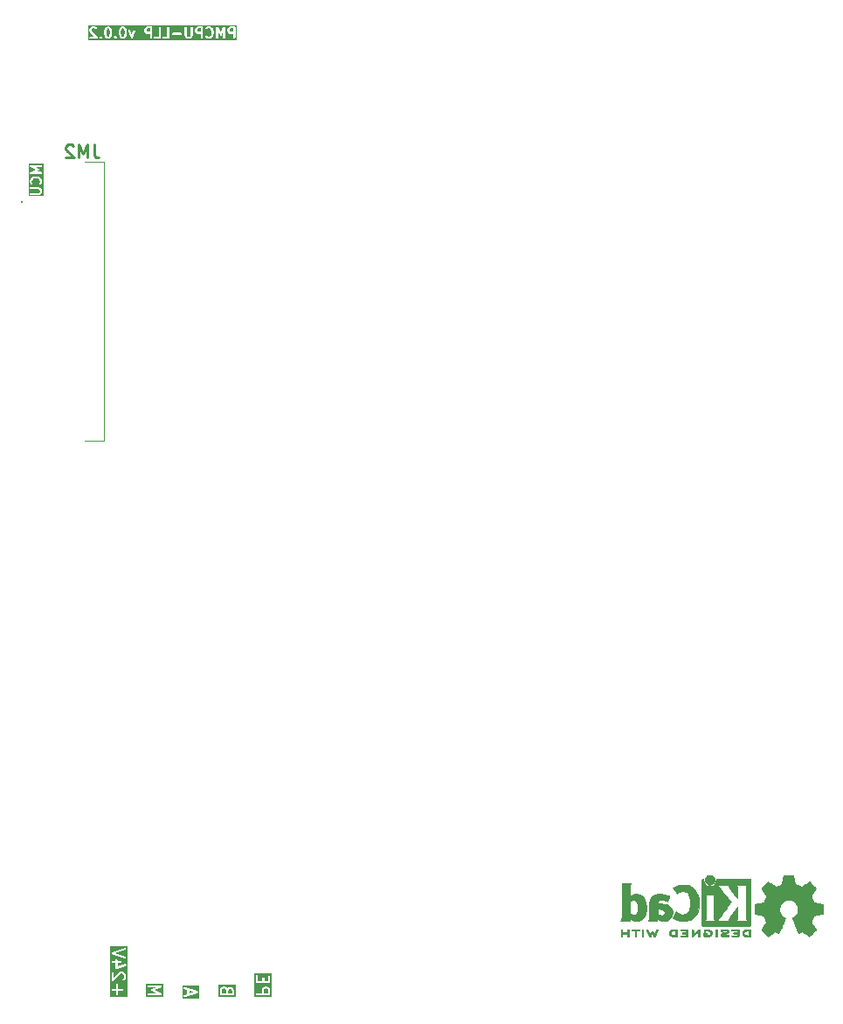
<source format=gbr>
%TF.GenerationSoftware,KiCad,Pcbnew,9.0.3*%
%TF.CreationDate,2025-09-01T08:56:01+03:00*%
%TF.ProjectId,PMCPU-LLP,504d4350-552d-44c4-9c50-2e6b69636164,rev?*%
%TF.SameCoordinates,Original*%
%TF.FileFunction,Legend,Bot*%
%TF.FilePolarity,Positive*%
%FSLAX46Y46*%
G04 Gerber Fmt 4.6, Leading zero omitted, Abs format (unit mm)*
G04 Created by KiCad (PCBNEW 9.0.3) date 2025-09-01 08:56:01*
%MOMM*%
%LPD*%
G01*
G04 APERTURE LIST*
%ADD10C,0.200000*%
%ADD11C,0.254000*%
%ADD12C,0.010000*%
%ADD13C,0.100000*%
G04 APERTURE END LIST*
D10*
G36*
X-29880040Y46417976D02*
G01*
X-29855371Y46393308D01*
X-29819918Y46322401D01*
X-29777947Y46154520D01*
X-29777947Y45941044D01*
X-29819918Y45773163D01*
X-29855371Y45702257D01*
X-29880040Y45677587D01*
X-29939649Y45647781D01*
X-29987673Y45647781D01*
X-30047283Y45677586D01*
X-30071950Y45702254D01*
X-30107405Y45773163D01*
X-30149375Y45941044D01*
X-30149375Y46154519D01*
X-30107405Y46322401D01*
X-30071951Y46393308D01*
X-30047283Y46417977D01*
X-29987673Y46447781D01*
X-29939649Y46447781D01*
X-29880040Y46417976D01*
G37*
G36*
X-28451469Y46417976D02*
G01*
X-28426800Y46393308D01*
X-28391347Y46322401D01*
X-28349376Y46154520D01*
X-28349376Y45941044D01*
X-28391347Y45773163D01*
X-28426800Y45702257D01*
X-28451469Y45677587D01*
X-28511078Y45647781D01*
X-28559102Y45647781D01*
X-28618712Y45677586D01*
X-28643379Y45702254D01*
X-28678834Y45773163D01*
X-28720804Y45941044D01*
X-28720804Y46154519D01*
X-28678834Y46322401D01*
X-28643380Y46393308D01*
X-28618712Y46417977D01*
X-28559102Y46447781D01*
X-28511078Y46447781D01*
X-28451469Y46417976D01*
G37*
G36*
X-25873185Y46123972D02*
G01*
X-26130530Y46123972D01*
X-26190140Y46153777D01*
X-26214808Y46178446D01*
X-26244613Y46238056D01*
X-26244613Y46333698D01*
X-26214808Y46393308D01*
X-26190140Y46417977D01*
X-26130530Y46447781D01*
X-25873185Y46447781D01*
X-25873185Y46123972D01*
G37*
G36*
X-20968423Y46123972D02*
G01*
X-21225768Y46123972D01*
X-21285378Y46153777D01*
X-21310046Y46178446D01*
X-21339851Y46238056D01*
X-21339851Y46333698D01*
X-21310046Y46393308D01*
X-21285378Y46417977D01*
X-21225768Y46447781D01*
X-20968423Y46447781D01*
X-20968423Y46123972D01*
G37*
G36*
X-17825566Y46123972D02*
G01*
X-18082911Y46123972D01*
X-18142521Y46153777D01*
X-18167189Y46178446D01*
X-18196994Y46238056D01*
X-18196994Y46333698D01*
X-18167189Y46393308D01*
X-18142521Y46417977D01*
X-18082911Y46447781D01*
X-17825566Y46447781D01*
X-17825566Y46123972D01*
G37*
G36*
X-17514455Y45336670D02*
G01*
X-31889057Y45336670D01*
X-31889057Y46357305D01*
X-31777946Y46357305D01*
X-31777946Y46262067D01*
X-31776974Y46252194D01*
X-31777161Y46249560D01*
X-31776374Y46246097D01*
X-31776025Y46242558D01*
X-31775014Y46240116D01*
X-31772814Y46230444D01*
X-31725195Y46087588D01*
X-31717204Y46069687D01*
X-31714849Y46066972D01*
X-31713474Y46063653D01*
X-31701038Y46048499D01*
X-31300321Y45647781D01*
X-31677946Y45647781D01*
X-31697455Y45645860D01*
X-31733503Y45630928D01*
X-31761093Y45603338D01*
X-31776025Y45567290D01*
X-31776025Y45528272D01*
X-31761093Y45492224D01*
X-31733503Y45464634D01*
X-31697455Y45449702D01*
X-31677946Y45447781D01*
X-31058899Y45447781D01*
X-31039390Y45449702D01*
X-31003342Y45464634D01*
X-30975752Y45492224D01*
X-30960820Y45528272D01*
X-30960820Y45567290D01*
X-30975752Y45603338D01*
X-30975753Y45603339D01*
X-30985248Y45614909D01*
X-30823645Y45614909D01*
X-30823645Y45575891D01*
X-30818055Y45562396D01*
X-30808713Y45539842D01*
X-30808709Y45539838D01*
X-30796277Y45524689D01*
X-30748658Y45477071D01*
X-30733505Y45464634D01*
X-30727092Y45461978D01*
X-30697456Y45449702D01*
X-30658438Y45449702D01*
X-30622390Y45464634D01*
X-30607236Y45477070D01*
X-30559618Y45524689D01*
X-30547181Y45539842D01*
X-30540429Y45556144D01*
X-30532250Y45575890D01*
X-30532249Y45614908D01*
X-30547180Y45650957D01*
X-30559617Y45666110D01*
X-30607236Y45713730D01*
X-30622389Y45726167D01*
X-30642881Y45734655D01*
X-30647017Y45736368D01*
X-30658438Y45741099D01*
X-30697456Y45741099D01*
X-30708014Y45736726D01*
X-30733504Y45726168D01*
X-30733505Y45726167D01*
X-30748659Y45713730D01*
X-30796277Y45666110D01*
X-30808714Y45650957D01*
X-30817673Y45629327D01*
X-30823645Y45614909D01*
X-30985248Y45614909D01*
X-30988188Y45618492D01*
X-31536524Y46166829D01*
X-30349375Y46166829D01*
X-30349375Y45928734D01*
X-30349040Y45925332D01*
X-30349257Y45923873D01*
X-30348178Y45916576D01*
X-30347454Y45909225D01*
X-30346890Y45907862D01*
X-30346389Y45904480D01*
X-30298770Y45714005D01*
X-30298257Y45712568D01*
X-30298205Y45711845D01*
X-30295097Y45703721D01*
X-30292175Y45695544D01*
X-30291745Y45694964D01*
X-30291199Y45693537D01*
X-30243580Y45598299D01*
X-30238297Y45589907D01*
X-30237285Y45587463D01*
X-30235029Y45584714D01*
X-30233137Y45581709D01*
X-30231143Y45579980D01*
X-30224848Y45572310D01*
X-30177230Y45524690D01*
X-30169562Y45518397D01*
X-30167830Y45516400D01*
X-30164822Y45514507D01*
X-30162076Y45512253D01*
X-30159636Y45511243D01*
X-30151239Y45505957D01*
X-30056002Y45458338D01*
X-30037693Y45451332D01*
X-30034110Y45451078D01*
X-30030789Y45449702D01*
X-30011280Y45447781D01*
X-29916042Y45447781D01*
X-29896533Y45449702D01*
X-29893213Y45451078D01*
X-29889629Y45451332D01*
X-29871321Y45458338D01*
X-29776083Y45505957D01*
X-29767688Y45511242D01*
X-29765246Y45512253D01*
X-29762499Y45514509D01*
X-29759493Y45516400D01*
X-29757763Y45518395D01*
X-29750093Y45524690D01*
X-29702474Y45572310D01*
X-29696182Y45579977D01*
X-29694185Y45581708D01*
X-29692292Y45584716D01*
X-29690037Y45587463D01*
X-29689026Y45589905D01*
X-29683742Y45598299D01*
X-29675437Y45614909D01*
X-29395074Y45614909D01*
X-29395074Y45575891D01*
X-29389484Y45562396D01*
X-29380142Y45539842D01*
X-29380138Y45539838D01*
X-29367706Y45524689D01*
X-29320087Y45477071D01*
X-29304934Y45464634D01*
X-29298521Y45461978D01*
X-29268885Y45449702D01*
X-29229867Y45449702D01*
X-29193819Y45464634D01*
X-29178665Y45477070D01*
X-29131047Y45524689D01*
X-29118610Y45539842D01*
X-29111858Y45556144D01*
X-29103679Y45575890D01*
X-29103678Y45614908D01*
X-29118609Y45650957D01*
X-29131046Y45666110D01*
X-29178665Y45713730D01*
X-29193818Y45726167D01*
X-29214310Y45734655D01*
X-29218446Y45736368D01*
X-29229867Y45741099D01*
X-29268885Y45741099D01*
X-29279443Y45736726D01*
X-29304933Y45726168D01*
X-29304934Y45726167D01*
X-29320088Y45713730D01*
X-29367706Y45666110D01*
X-29380143Y45650957D01*
X-29389102Y45629327D01*
X-29395074Y45614909D01*
X-29675437Y45614909D01*
X-29636123Y45693536D01*
X-29635577Y45694965D01*
X-29635147Y45695544D01*
X-29632226Y45703721D01*
X-29629117Y45711845D01*
X-29629066Y45712566D01*
X-29628552Y45714004D01*
X-29580933Y45904480D01*
X-29580433Y45907862D01*
X-29579868Y45909225D01*
X-29579145Y45916576D01*
X-29578065Y45923873D01*
X-29578283Y45925332D01*
X-29577947Y45928734D01*
X-29577947Y46166829D01*
X-28920804Y46166829D01*
X-28920804Y45928734D01*
X-28920469Y45925332D01*
X-28920686Y45923873D01*
X-28919607Y45916576D01*
X-28918883Y45909225D01*
X-28918319Y45907862D01*
X-28917818Y45904480D01*
X-28870199Y45714005D01*
X-28869686Y45712568D01*
X-28869634Y45711845D01*
X-28866526Y45703721D01*
X-28863604Y45695544D01*
X-28863174Y45694964D01*
X-28862628Y45693537D01*
X-28815009Y45598299D01*
X-28809726Y45589907D01*
X-28808714Y45587463D01*
X-28806458Y45584714D01*
X-28804566Y45581709D01*
X-28802572Y45579980D01*
X-28796277Y45572310D01*
X-28748659Y45524690D01*
X-28740991Y45518397D01*
X-28739259Y45516400D01*
X-28736251Y45514507D01*
X-28733505Y45512253D01*
X-28731065Y45511243D01*
X-28722668Y45505957D01*
X-28627431Y45458338D01*
X-28609122Y45451332D01*
X-28605539Y45451078D01*
X-28602218Y45449702D01*
X-28582709Y45447781D01*
X-28487471Y45447781D01*
X-28467962Y45449702D01*
X-28464642Y45451078D01*
X-28461058Y45451332D01*
X-28442750Y45458338D01*
X-28347512Y45505957D01*
X-28339117Y45511242D01*
X-28336675Y45512253D01*
X-28333928Y45514509D01*
X-28330922Y45516400D01*
X-28329192Y45518395D01*
X-28321522Y45524690D01*
X-28273903Y45572310D01*
X-28267611Y45579977D01*
X-28265614Y45581708D01*
X-28263721Y45584716D01*
X-28261466Y45587463D01*
X-28260455Y45589905D01*
X-28255171Y45598299D01*
X-28207552Y45693536D01*
X-28207006Y45694965D01*
X-28206576Y45695544D01*
X-28203655Y45703721D01*
X-28200546Y45711845D01*
X-28200495Y45712566D01*
X-28199981Y45714004D01*
X-28152362Y45904480D01*
X-28151862Y45907862D01*
X-28151297Y45909225D01*
X-28150574Y45916576D01*
X-28149494Y45923873D01*
X-28149712Y45925332D01*
X-28149376Y45928734D01*
X-28149376Y46166829D01*
X-28149712Y46170232D01*
X-28149494Y46171690D01*
X-28150574Y46178988D01*
X-28151297Y46186338D01*
X-28151862Y46187702D01*
X-28152362Y46191083D01*
X-28154550Y46199833D01*
X-28014969Y46199833D01*
X-28010216Y46180814D01*
X-27772121Y45514148D01*
X-27763751Y45496421D01*
X-27760381Y45492699D01*
X-27758233Y45488164D01*
X-27747382Y45478341D01*
X-27737564Y45467496D01*
X-27733032Y45465349D01*
X-27729307Y45461977D01*
X-27715517Y45457053D01*
X-27702302Y45450792D01*
X-27697292Y45450543D01*
X-27692562Y45448854D01*
X-27677941Y45449582D01*
X-27663332Y45448855D01*
X-27658607Y45450543D01*
X-27653592Y45450792D01*
X-27640366Y45457058D01*
X-27626587Y45461978D01*
X-27622867Y45465347D01*
X-27618330Y45467495D01*
X-27608508Y45478346D01*
X-27597661Y45488164D01*
X-27595514Y45492699D01*
X-27592143Y45496421D01*
X-27583773Y45514147D01*
X-27345678Y46180814D01*
X-27340925Y46199833D01*
X-27342863Y46238803D01*
X-27359566Y46274065D01*
X-27388492Y46300251D01*
X-27425237Y46313374D01*
X-27464207Y46311437D01*
X-27499469Y46294733D01*
X-27525656Y46265808D01*
X-27534026Y46248081D01*
X-27677947Y45845103D01*
X-27821868Y46248082D01*
X-27830238Y46265808D01*
X-27856425Y46294734D01*
X-27891687Y46311437D01*
X-27930657Y46313375D01*
X-27967402Y46300252D01*
X-27996328Y46274065D01*
X-28013031Y46238803D01*
X-28014969Y46199833D01*
X-28154550Y46199833D01*
X-28193918Y46357305D01*
X-26444613Y46357305D01*
X-26444613Y46214448D01*
X-26442692Y46194939D01*
X-26441317Y46191619D01*
X-26441062Y46188035D01*
X-26434056Y46169727D01*
X-26386437Y46074489D01*
X-26381152Y46066093D01*
X-26380141Y46063653D01*
X-26377888Y46060907D01*
X-26375994Y46057899D01*
X-26374000Y46056170D01*
X-26367705Y46048499D01*
X-26320086Y46000881D01*
X-26312420Y45994589D01*
X-26310687Y45992591D01*
X-26307679Y45990698D01*
X-26304933Y45988444D01*
X-26302493Y45987434D01*
X-26294096Y45982148D01*
X-26198859Y45934529D01*
X-26180550Y45927523D01*
X-26176967Y45927269D01*
X-26173646Y45925893D01*
X-26154137Y45923972D01*
X-25873185Y45923972D01*
X-25873185Y45547781D01*
X-25871264Y45528272D01*
X-25856332Y45492224D01*
X-25828742Y45464634D01*
X-25792694Y45449702D01*
X-25753676Y45449702D01*
X-25717628Y45464634D01*
X-25690038Y45492224D01*
X-25675106Y45528272D01*
X-25673185Y45547781D01*
X-25673185Y45567290D01*
X-25537930Y45567290D01*
X-25537930Y45528272D01*
X-25522998Y45492224D01*
X-25495408Y45464634D01*
X-25459360Y45449702D01*
X-25439851Y45447781D01*
X-24963661Y45447781D01*
X-24944152Y45449702D01*
X-24908104Y45464634D01*
X-24880514Y45492224D01*
X-24865582Y45528272D01*
X-24863661Y45547781D01*
X-24863661Y45567290D01*
X-24728406Y45567290D01*
X-24728406Y45528272D01*
X-24713474Y45492224D01*
X-24685884Y45464634D01*
X-24649836Y45449702D01*
X-24630327Y45447781D01*
X-24154137Y45447781D01*
X-24134628Y45449702D01*
X-24098580Y45464634D01*
X-24070990Y45492224D01*
X-24056058Y45528272D01*
X-24054137Y45547781D01*
X-24054137Y45948243D01*
X-23776025Y45948243D01*
X-23776025Y45909225D01*
X-23761093Y45873177D01*
X-23733503Y45845587D01*
X-23697455Y45830655D01*
X-23677946Y45828734D01*
X-22916042Y45828734D01*
X-22896533Y45830655D01*
X-22860485Y45845587D01*
X-22832895Y45873177D01*
X-22817963Y45909225D01*
X-22817963Y45948243D01*
X-22832895Y45984291D01*
X-22860485Y46011881D01*
X-22896533Y46026813D01*
X-22916042Y46028734D01*
X-23677946Y46028734D01*
X-23697455Y46026813D01*
X-23733503Y46011881D01*
X-23761093Y45984291D01*
X-23776025Y45948243D01*
X-24054137Y45948243D01*
X-24054137Y46547781D01*
X-22539851Y46547781D01*
X-22539851Y45738258D01*
X-22537930Y45718749D01*
X-22536555Y45715429D01*
X-22536300Y45711845D01*
X-22529294Y45693537D01*
X-22481675Y45598299D01*
X-22476392Y45589907D01*
X-22475380Y45587463D01*
X-22473124Y45584714D01*
X-22471232Y45581709D01*
X-22469238Y45579980D01*
X-22462943Y45572310D01*
X-22415325Y45524690D01*
X-22407657Y45518397D01*
X-22405925Y45516400D01*
X-22402917Y45514507D01*
X-22400171Y45512253D01*
X-22397731Y45511243D01*
X-22389334Y45505957D01*
X-22294097Y45458338D01*
X-22275788Y45451332D01*
X-22272205Y45451078D01*
X-22268884Y45449702D01*
X-22249375Y45447781D01*
X-22058899Y45447781D01*
X-22039390Y45449702D01*
X-22036070Y45451078D01*
X-22032486Y45451332D01*
X-22014178Y45458338D01*
X-21918940Y45505957D01*
X-21910545Y45511242D01*
X-21908103Y45512253D01*
X-21905356Y45514509D01*
X-21902350Y45516400D01*
X-21900620Y45518395D01*
X-21892950Y45524690D01*
X-21845331Y45572310D01*
X-21839039Y45579977D01*
X-21837042Y45581708D01*
X-21835149Y45584716D01*
X-21832894Y45587463D01*
X-21831883Y45589905D01*
X-21826599Y45598299D01*
X-21778980Y45693536D01*
X-21771974Y45711845D01*
X-21771720Y45715429D01*
X-21770344Y45718749D01*
X-21768423Y45738258D01*
X-21768423Y46357305D01*
X-21539851Y46357305D01*
X-21539851Y46214448D01*
X-21537930Y46194939D01*
X-21536555Y46191619D01*
X-21536300Y46188035D01*
X-21529294Y46169727D01*
X-21481675Y46074489D01*
X-21476390Y46066093D01*
X-21475379Y46063653D01*
X-21473126Y46060907D01*
X-21471232Y46057899D01*
X-21469238Y46056170D01*
X-21462943Y46048499D01*
X-21415324Y46000881D01*
X-21407658Y45994589D01*
X-21405925Y45992591D01*
X-21402917Y45990698D01*
X-21400171Y45988444D01*
X-21397731Y45987434D01*
X-21389334Y45982148D01*
X-21294097Y45934529D01*
X-21275788Y45927523D01*
X-21272205Y45927269D01*
X-21268884Y45925893D01*
X-21249375Y45923972D01*
X-20968423Y45923972D01*
X-20968423Y45547781D01*
X-20966502Y45528272D01*
X-20951570Y45492224D01*
X-20923980Y45464634D01*
X-20887932Y45449702D01*
X-20848914Y45449702D01*
X-20812866Y45464634D01*
X-20785276Y45492224D01*
X-20770344Y45528272D01*
X-20768423Y45547781D01*
X-20768423Y46472052D01*
X-20537930Y46472052D01*
X-20537930Y46433034D01*
X-20522998Y46396986D01*
X-20495408Y46369396D01*
X-20459360Y46354464D01*
X-20420342Y46354464D01*
X-20384294Y46369396D01*
X-20369140Y46381832D01*
X-20338214Y46412760D01*
X-20233149Y46447781D01*
X-20170364Y46447781D01*
X-20065300Y46412760D01*
X-19998227Y46345687D01*
X-19962775Y46274782D01*
X-19920804Y46106901D01*
X-19920804Y45988663D01*
X-19962775Y45820782D01*
X-19998228Y45749876D01*
X-20065299Y45682803D01*
X-20170364Y45647781D01*
X-20233149Y45647781D01*
X-20338214Y45682803D01*
X-20369140Y45713730D01*
X-20384293Y45726167D01*
X-20420341Y45741098D01*
X-20459359Y45741099D01*
X-20495408Y45726168D01*
X-20522998Y45698578D01*
X-20537929Y45662530D01*
X-20537930Y45623512D01*
X-20522999Y45587463D01*
X-20510562Y45572310D01*
X-20462944Y45524690D01*
X-20447790Y45512253D01*
X-20444471Y45510878D01*
X-20441755Y45508523D01*
X-20423855Y45500532D01*
X-20280998Y45452913D01*
X-20271326Y45450714D01*
X-20268884Y45449702D01*
X-20265347Y45449354D01*
X-20261883Y45448566D01*
X-20259249Y45448754D01*
X-20249375Y45447781D01*
X-20154137Y45447781D01*
X-20144264Y45448754D01*
X-20141630Y45448566D01*
X-20138167Y45449354D01*
X-20134628Y45449702D01*
X-20132186Y45450714D01*
X-20122514Y45452913D01*
X-19979658Y45500532D01*
X-19961757Y45508523D01*
X-19959042Y45510878D01*
X-19955722Y45512253D01*
X-19940569Y45524690D01*
X-19845331Y45619929D01*
X-19839039Y45627596D01*
X-19837042Y45629327D01*
X-19835149Y45632335D01*
X-19832894Y45635082D01*
X-19831883Y45637524D01*
X-19826599Y45645918D01*
X-19778980Y45741155D01*
X-19778434Y45742584D01*
X-19778004Y45743163D01*
X-19775083Y45751340D01*
X-19771974Y45759464D01*
X-19771923Y45760185D01*
X-19771409Y45761623D01*
X-19723790Y45952099D01*
X-19723290Y45955481D01*
X-19722725Y45956844D01*
X-19722002Y45964195D01*
X-19720922Y45971492D01*
X-19721140Y45972951D01*
X-19720804Y45976353D01*
X-19720804Y46119210D01*
X-19721140Y46122613D01*
X-19720922Y46124071D01*
X-19722002Y46131369D01*
X-19722725Y46138719D01*
X-19723290Y46140083D01*
X-19723790Y46143464D01*
X-19771409Y46333940D01*
X-19771923Y46335379D01*
X-19771974Y46336099D01*
X-19775083Y46344224D01*
X-19778004Y46352400D01*
X-19778434Y46352980D01*
X-19778980Y46354408D01*
X-19826599Y46449645D01*
X-19831886Y46458044D01*
X-19832895Y46460481D01*
X-19835147Y46463225D01*
X-19837042Y46466236D01*
X-19839040Y46467969D01*
X-19845331Y46475635D01*
X-19917477Y46547781D01*
X-19492232Y46547781D01*
X-19492232Y45547781D01*
X-19490311Y45528272D01*
X-19475379Y45492224D01*
X-19447789Y45464634D01*
X-19411741Y45449702D01*
X-19372723Y45449702D01*
X-19336675Y45464634D01*
X-19309085Y45492224D01*
X-19294153Y45528272D01*
X-19292232Y45547781D01*
X-19292232Y46097025D01*
X-19149517Y45791207D01*
X-19145285Y45784062D01*
X-19144405Y45781644D01*
X-19142840Y45779935D01*
X-19139526Y45774341D01*
X-19128316Y45764075D01*
X-19118054Y45752869D01*
X-19114029Y45750991D01*
X-19110751Y45747989D01*
X-19096469Y45742796D01*
X-19082696Y45736368D01*
X-19078257Y45736173D01*
X-19074082Y45734655D01*
X-19058899Y45735323D01*
X-19043716Y45734655D01*
X-19039543Y45736173D01*
X-19035101Y45736368D01*
X-19021317Y45742801D01*
X-19007047Y45747990D01*
X-19003774Y45750988D01*
X-18999744Y45752868D01*
X-18989475Y45764083D01*
X-18978272Y45774341D01*
X-18974961Y45779932D01*
X-18973392Y45781644D01*
X-18972512Y45784066D01*
X-18968281Y45791207D01*
X-18825566Y46097026D01*
X-18825566Y45547781D01*
X-18823645Y45528272D01*
X-18808713Y45492224D01*
X-18781123Y45464634D01*
X-18745075Y45449702D01*
X-18706057Y45449702D01*
X-18670009Y45464634D01*
X-18642419Y45492224D01*
X-18627487Y45528272D01*
X-18625566Y45547781D01*
X-18625566Y46357305D01*
X-18396994Y46357305D01*
X-18396994Y46214448D01*
X-18395073Y46194939D01*
X-18393698Y46191619D01*
X-18393443Y46188035D01*
X-18386437Y46169727D01*
X-18338818Y46074489D01*
X-18333533Y46066093D01*
X-18332522Y46063653D01*
X-18330269Y46060907D01*
X-18328375Y46057899D01*
X-18326381Y46056170D01*
X-18320086Y46048499D01*
X-18272467Y46000881D01*
X-18264801Y45994589D01*
X-18263068Y45992591D01*
X-18260060Y45990698D01*
X-18257314Y45988444D01*
X-18254874Y45987434D01*
X-18246477Y45982148D01*
X-18151240Y45934529D01*
X-18132931Y45927523D01*
X-18129348Y45927269D01*
X-18126027Y45925893D01*
X-18106518Y45923972D01*
X-17825566Y45923972D01*
X-17825566Y45547781D01*
X-17823645Y45528272D01*
X-17808713Y45492224D01*
X-17781123Y45464634D01*
X-17745075Y45449702D01*
X-17706057Y45449702D01*
X-17670009Y45464634D01*
X-17642419Y45492224D01*
X-17627487Y45528272D01*
X-17625566Y45547781D01*
X-17625566Y46547781D01*
X-17627487Y46567290D01*
X-17642419Y46603338D01*
X-17670009Y46630928D01*
X-17706057Y46645860D01*
X-17725566Y46647781D01*
X-18106518Y46647781D01*
X-18126027Y46645860D01*
X-18129348Y46644485D01*
X-18132931Y46644230D01*
X-18151240Y46637224D01*
X-18246477Y46589605D01*
X-18254874Y46584320D01*
X-18257314Y46583309D01*
X-18260060Y46581056D01*
X-18263068Y46579162D01*
X-18264801Y46577165D01*
X-18272467Y46570872D01*
X-18320086Y46523254D01*
X-18326381Y46515584D01*
X-18328375Y46513854D01*
X-18330269Y46510847D01*
X-18332522Y46508100D01*
X-18333533Y46505661D01*
X-18338818Y46497264D01*
X-18386437Y46402026D01*
X-18393443Y46383718D01*
X-18393698Y46380135D01*
X-18395073Y46376814D01*
X-18396994Y46357305D01*
X-18625566Y46357305D01*
X-18625566Y46547781D01*
X-18626829Y46560605D01*
X-18626725Y46562964D01*
X-18627186Y46564232D01*
X-18627487Y46567290D01*
X-18634128Y46583321D01*
X-18640059Y46599633D01*
X-18641566Y46601279D01*
X-18642419Y46603338D01*
X-18654681Y46615600D01*
X-18666411Y46628409D01*
X-18668435Y46629354D01*
X-18670009Y46630928D01*
X-18686025Y46637563D01*
X-18701768Y46644909D01*
X-18703998Y46645007D01*
X-18706057Y46645860D01*
X-18723409Y46645860D01*
X-18740749Y46646622D01*
X-18742845Y46645860D01*
X-18745075Y46645860D01*
X-18761106Y46639220D01*
X-18777418Y46633288D01*
X-18779064Y46631782D01*
X-18781123Y46630928D01*
X-18793391Y46618661D01*
X-18806193Y46606936D01*
X-18807760Y46604292D01*
X-18808713Y46603338D01*
X-18809617Y46601157D01*
X-18816184Y46590070D01*
X-19058900Y46069967D01*
X-19301614Y46590070D01*
X-19308182Y46601157D01*
X-19309085Y46603338D01*
X-19310039Y46604292D01*
X-19311605Y46606936D01*
X-19324402Y46618655D01*
X-19336675Y46630928D01*
X-19338737Y46631782D01*
X-19340380Y46633287D01*
X-19356682Y46639216D01*
X-19372723Y46645860D01*
X-19374954Y46645860D01*
X-19377049Y46646622D01*
X-19394389Y46645860D01*
X-19411741Y46645860D01*
X-19413801Y46645007D01*
X-19416029Y46644909D01*
X-19431760Y46637568D01*
X-19447789Y46630928D01*
X-19449366Y46629352D01*
X-19451387Y46628408D01*
X-19463106Y46615612D01*
X-19475379Y46603338D01*
X-19476233Y46601277D01*
X-19477738Y46599633D01*
X-19483667Y46583332D01*
X-19490311Y46567290D01*
X-19490613Y46564232D01*
X-19491073Y46562964D01*
X-19490970Y46560605D01*
X-19492232Y46547781D01*
X-19917477Y46547781D01*
X-19940569Y46570873D01*
X-19955723Y46583309D01*
X-19959042Y46584684D01*
X-19961757Y46587039D01*
X-19979658Y46595030D01*
X-20122514Y46642649D01*
X-20132186Y46644849D01*
X-20134628Y46645860D01*
X-20138167Y46646209D01*
X-20141630Y46646996D01*
X-20144264Y46646809D01*
X-20154137Y46647781D01*
X-20249375Y46647781D01*
X-20259249Y46646809D01*
X-20261883Y46646996D01*
X-20265347Y46646209D01*
X-20268884Y46645860D01*
X-20271326Y46644849D01*
X-20280998Y46642649D01*
X-20423855Y46595030D01*
X-20441755Y46587039D01*
X-20444471Y46584684D01*
X-20447790Y46583309D01*
X-20462943Y46570872D01*
X-20510562Y46523254D01*
X-20522998Y46508100D01*
X-20537930Y46472052D01*
X-20768423Y46472052D01*
X-20768423Y46547781D01*
X-20770344Y46567290D01*
X-20785276Y46603338D01*
X-20812866Y46630928D01*
X-20848914Y46645860D01*
X-20868423Y46647781D01*
X-21249375Y46647781D01*
X-21268884Y46645860D01*
X-21272205Y46644485D01*
X-21275788Y46644230D01*
X-21294097Y46637224D01*
X-21389334Y46589605D01*
X-21397731Y46584320D01*
X-21400171Y46583309D01*
X-21402917Y46581056D01*
X-21405925Y46579162D01*
X-21407658Y46577165D01*
X-21415324Y46570872D01*
X-21462943Y46523254D01*
X-21469238Y46515584D01*
X-21471232Y46513854D01*
X-21473126Y46510847D01*
X-21475379Y46508100D01*
X-21476390Y46505661D01*
X-21481675Y46497264D01*
X-21529294Y46402026D01*
X-21536300Y46383718D01*
X-21536555Y46380135D01*
X-21537930Y46376814D01*
X-21539851Y46357305D01*
X-21768423Y46357305D01*
X-21768423Y46547781D01*
X-21770344Y46567290D01*
X-21785276Y46603338D01*
X-21812866Y46630928D01*
X-21848914Y46645860D01*
X-21887932Y46645860D01*
X-21923980Y46630928D01*
X-21951570Y46603338D01*
X-21966502Y46567290D01*
X-21968423Y46547781D01*
X-21968423Y45761865D01*
X-21998228Y45702257D01*
X-22022897Y45677587D01*
X-22082506Y45647781D01*
X-22225768Y45647781D01*
X-22285378Y45677586D01*
X-22310045Y45702254D01*
X-22339851Y45761866D01*
X-22339851Y46547781D01*
X-22341772Y46567290D01*
X-22356704Y46603338D01*
X-22384294Y46630928D01*
X-22420342Y46645860D01*
X-22459360Y46645860D01*
X-22495408Y46630928D01*
X-22522998Y46603338D01*
X-22537930Y46567290D01*
X-22539851Y46547781D01*
X-24054137Y46547781D01*
X-24056058Y46567290D01*
X-24070990Y46603338D01*
X-24098580Y46630928D01*
X-24134628Y46645860D01*
X-24173646Y46645860D01*
X-24209694Y46630928D01*
X-24237284Y46603338D01*
X-24252216Y46567290D01*
X-24254137Y46547781D01*
X-24254137Y45647781D01*
X-24630327Y45647781D01*
X-24649836Y45645860D01*
X-24685884Y45630928D01*
X-24713474Y45603338D01*
X-24728406Y45567290D01*
X-24863661Y45567290D01*
X-24863661Y46547781D01*
X-24865582Y46567290D01*
X-24880514Y46603338D01*
X-24908104Y46630928D01*
X-24944152Y46645860D01*
X-24983170Y46645860D01*
X-25019218Y46630928D01*
X-25046808Y46603338D01*
X-25061740Y46567290D01*
X-25063661Y46547781D01*
X-25063661Y45647781D01*
X-25439851Y45647781D01*
X-25459360Y45645860D01*
X-25495408Y45630928D01*
X-25522998Y45603338D01*
X-25537930Y45567290D01*
X-25673185Y45567290D01*
X-25673185Y46547781D01*
X-25675106Y46567290D01*
X-25690038Y46603338D01*
X-25717628Y46630928D01*
X-25753676Y46645860D01*
X-25773185Y46647781D01*
X-26154137Y46647781D01*
X-26173646Y46645860D01*
X-26176967Y46644485D01*
X-26180550Y46644230D01*
X-26198859Y46637224D01*
X-26294096Y46589605D01*
X-26302493Y46584320D01*
X-26304933Y46583309D01*
X-26307679Y46581056D01*
X-26310687Y46579162D01*
X-26312420Y46577165D01*
X-26320086Y46570872D01*
X-26367705Y46523254D01*
X-26374000Y46515584D01*
X-26375994Y46513854D01*
X-26377888Y46510847D01*
X-26380141Y46508100D01*
X-26381152Y46505661D01*
X-26386437Y46497264D01*
X-26434056Y46402026D01*
X-26441062Y46383718D01*
X-26441317Y46380135D01*
X-26442692Y46376814D01*
X-26444613Y46357305D01*
X-28193918Y46357305D01*
X-28199981Y46381559D01*
X-28200495Y46382998D01*
X-28200546Y46383718D01*
X-28203655Y46391843D01*
X-28206576Y46400019D01*
X-28207006Y46400599D01*
X-28207552Y46402027D01*
X-28255171Y46497264D01*
X-28260457Y46505661D01*
X-28261467Y46508101D01*
X-28263721Y46510847D01*
X-28265614Y46513855D01*
X-28267612Y46515588D01*
X-28273904Y46523254D01*
X-28321522Y46570873D01*
X-28329193Y46577168D01*
X-28330922Y46579162D01*
X-28333930Y46581056D01*
X-28336676Y46583309D01*
X-28339116Y46584320D01*
X-28347512Y46589605D01*
X-28442750Y46637224D01*
X-28461058Y46644230D01*
X-28464642Y46644485D01*
X-28467962Y46645860D01*
X-28487471Y46647781D01*
X-28582709Y46647781D01*
X-28602218Y46645860D01*
X-28605539Y46644485D01*
X-28609122Y46644230D01*
X-28627431Y46637224D01*
X-28722668Y46589605D01*
X-28731065Y46584320D01*
X-28733505Y46583309D01*
X-28736251Y46581056D01*
X-28739259Y46579162D01*
X-28740992Y46577165D01*
X-28748658Y46570872D01*
X-28796277Y46523254D01*
X-28802572Y46515584D01*
X-28804566Y46513854D01*
X-28806460Y46510847D01*
X-28808713Y46508100D01*
X-28809724Y46505661D01*
X-28815009Y46497264D01*
X-28862628Y46402026D01*
X-28863174Y46400600D01*
X-28863604Y46400019D01*
X-28866526Y46391843D01*
X-28869634Y46383718D01*
X-28869686Y46382996D01*
X-28870199Y46381558D01*
X-28917818Y46191083D01*
X-28918319Y46187702D01*
X-28918883Y46186338D01*
X-28919607Y46178988D01*
X-28920686Y46171690D01*
X-28920469Y46170232D01*
X-28920804Y46166829D01*
X-29577947Y46166829D01*
X-29578283Y46170232D01*
X-29578065Y46171690D01*
X-29579145Y46178988D01*
X-29579868Y46186338D01*
X-29580433Y46187702D01*
X-29580933Y46191083D01*
X-29628552Y46381559D01*
X-29629066Y46382998D01*
X-29629117Y46383718D01*
X-29632226Y46391843D01*
X-29635147Y46400019D01*
X-29635577Y46400599D01*
X-29636123Y46402027D01*
X-29683742Y46497264D01*
X-29689028Y46505661D01*
X-29690038Y46508101D01*
X-29692292Y46510847D01*
X-29694185Y46513855D01*
X-29696183Y46515588D01*
X-29702475Y46523254D01*
X-29750093Y46570873D01*
X-29757764Y46577168D01*
X-29759493Y46579162D01*
X-29762501Y46581056D01*
X-29765247Y46583309D01*
X-29767687Y46584320D01*
X-29776083Y46589605D01*
X-29871321Y46637224D01*
X-29889629Y46644230D01*
X-29893213Y46644485D01*
X-29896533Y46645860D01*
X-29916042Y46647781D01*
X-30011280Y46647781D01*
X-30030789Y46645860D01*
X-30034110Y46644485D01*
X-30037693Y46644230D01*
X-30056002Y46637224D01*
X-30151239Y46589605D01*
X-30159636Y46584320D01*
X-30162076Y46583309D01*
X-30164822Y46581056D01*
X-30167830Y46579162D01*
X-30169563Y46577165D01*
X-30177229Y46570872D01*
X-30224848Y46523254D01*
X-30231143Y46515584D01*
X-30233137Y46513854D01*
X-30235031Y46510847D01*
X-30237284Y46508100D01*
X-30238295Y46505661D01*
X-30243580Y46497264D01*
X-30291199Y46402026D01*
X-30291745Y46400600D01*
X-30292175Y46400019D01*
X-30295097Y46391843D01*
X-30298205Y46383718D01*
X-30298257Y46382996D01*
X-30298770Y46381558D01*
X-30346389Y46191083D01*
X-30346890Y46187702D01*
X-30347454Y46186338D01*
X-30348178Y46178988D01*
X-30349257Y46171690D01*
X-30349040Y46170232D01*
X-30349375Y46166829D01*
X-31536524Y46166829D01*
X-31542925Y46173230D01*
X-31577946Y46278294D01*
X-31577946Y46333698D01*
X-31548141Y46393308D01*
X-31523473Y46417977D01*
X-31463863Y46447781D01*
X-31272982Y46447781D01*
X-31213373Y46417976D01*
X-31177229Y46381833D01*
X-31162076Y46369396D01*
X-31126027Y46354465D01*
X-31087009Y46354465D01*
X-31050961Y46369396D01*
X-31023371Y46396986D01*
X-31008440Y46433034D01*
X-31008440Y46472052D01*
X-31023371Y46508101D01*
X-31035808Y46523254D01*
X-31083426Y46570873D01*
X-31091097Y46577168D01*
X-31092826Y46579162D01*
X-31095834Y46581056D01*
X-31098580Y46583309D01*
X-31101020Y46584320D01*
X-31109416Y46589605D01*
X-31204654Y46637224D01*
X-31222962Y46644230D01*
X-31226546Y46644485D01*
X-31229866Y46645860D01*
X-31249375Y46647781D01*
X-31487470Y46647781D01*
X-31506979Y46645860D01*
X-31510300Y46644485D01*
X-31513883Y46644230D01*
X-31532192Y46637224D01*
X-31627429Y46589605D01*
X-31635826Y46584320D01*
X-31638266Y46583309D01*
X-31641012Y46581056D01*
X-31644020Y46579162D01*
X-31645753Y46577165D01*
X-31653419Y46570872D01*
X-31701038Y46523254D01*
X-31707333Y46515584D01*
X-31709327Y46513854D01*
X-31711221Y46510847D01*
X-31713474Y46508100D01*
X-31714485Y46505661D01*
X-31719770Y46497264D01*
X-31767389Y46402026D01*
X-31774395Y46383718D01*
X-31774650Y46380135D01*
X-31776025Y46376814D01*
X-31777946Y46357305D01*
X-31889057Y46357305D01*
X-31889057Y46758892D01*
X-17514455Y46758892D01*
X-17514455Y45336670D01*
G37*
G36*
X-21660970Y-46854136D02*
G01*
X-22101886Y-47001108D01*
X-22101886Y-46707164D01*
X-21660970Y-46854136D01*
G37*
G36*
X-21112195Y-47486684D02*
G01*
X-22777291Y-47486684D01*
X-22777291Y-46441629D01*
X-22643958Y-46441629D01*
X-22641192Y-46480549D01*
X-22623742Y-46515448D01*
X-22594266Y-46541013D01*
X-22576366Y-46549004D01*
X-22301886Y-46640497D01*
X-22301886Y-47067774D01*
X-22576366Y-47159268D01*
X-22594266Y-47167259D01*
X-22623742Y-47192824D01*
X-22641192Y-47227723D01*
X-22643958Y-47266643D01*
X-22631620Y-47303659D01*
X-22606055Y-47333135D01*
X-22571156Y-47350585D01*
X-22532236Y-47353351D01*
X-22513120Y-47349004D01*
X-21313120Y-46949004D01*
X-21295220Y-46941013D01*
X-21289820Y-46936328D01*
X-21283432Y-46933135D01*
X-21275219Y-46923665D01*
X-21265744Y-46915448D01*
X-21262550Y-46909058D01*
X-21257866Y-46903659D01*
X-21253901Y-46891761D01*
X-21248294Y-46880549D01*
X-21247788Y-46873421D01*
X-21245528Y-46866643D01*
X-21246417Y-46854136D01*
X-21245528Y-46841629D01*
X-21247788Y-46834850D01*
X-21248294Y-46827723D01*
X-21253901Y-46816510D01*
X-21257866Y-46804613D01*
X-21262550Y-46799213D01*
X-21265744Y-46792824D01*
X-21275219Y-46784606D01*
X-21283432Y-46775137D01*
X-21289820Y-46771943D01*
X-21295220Y-46767259D01*
X-21313120Y-46759268D01*
X-22513120Y-46359268D01*
X-22532236Y-46354921D01*
X-22571156Y-46357687D01*
X-22606055Y-46375137D01*
X-22631620Y-46404613D01*
X-22643958Y-46441629D01*
X-22777291Y-46441629D01*
X-22777291Y-46221588D01*
X-21112195Y-46221588D01*
X-21112195Y-47486684D01*
G37*
G36*
X-28055052Y-47314119D02*
G01*
X-29778076Y-47314119D01*
X-29778076Y-46606055D01*
X-29642822Y-46606055D01*
X-29642822Y-46645073D01*
X-29627890Y-46681121D01*
X-29600300Y-46708711D01*
X-29564252Y-46723643D01*
X-29544743Y-46725564D01*
X-29187600Y-46725564D01*
X-29187600Y-47082707D01*
X-29185679Y-47102216D01*
X-29170747Y-47138264D01*
X-29143157Y-47165854D01*
X-29107109Y-47180786D01*
X-29068091Y-47180786D01*
X-29032043Y-47165854D01*
X-29004453Y-47138264D01*
X-28989521Y-47102216D01*
X-28987600Y-47082707D01*
X-28987600Y-46725564D01*
X-28630458Y-46725564D01*
X-28610949Y-46723643D01*
X-28574901Y-46708711D01*
X-28547311Y-46681121D01*
X-28532379Y-46645073D01*
X-28532379Y-46606055D01*
X-28547311Y-46570007D01*
X-28574901Y-46542417D01*
X-28610949Y-46527485D01*
X-28630458Y-46525564D01*
X-28987600Y-46525564D01*
X-28987600Y-46168422D01*
X-28989521Y-46148913D01*
X-29004453Y-46112865D01*
X-29032043Y-46085275D01*
X-29068091Y-46070343D01*
X-29107109Y-46070343D01*
X-29143157Y-46085275D01*
X-29170747Y-46112865D01*
X-29185679Y-46148913D01*
X-29187600Y-46168422D01*
X-29187600Y-46525564D01*
X-29544743Y-46525564D01*
X-29564252Y-46527485D01*
X-29600300Y-46542417D01*
X-29627890Y-46570007D01*
X-29642822Y-46606055D01*
X-29778076Y-46606055D01*
X-29778076Y-44968422D01*
X-29644743Y-44968422D01*
X-29644743Y-45711279D01*
X-29642822Y-45730788D01*
X-29627890Y-45766836D01*
X-29600300Y-45794426D01*
X-29564252Y-45809358D01*
X-29525234Y-45809358D01*
X-29489186Y-45794426D01*
X-29474032Y-45781990D01*
X-28805010Y-45112967D01*
X-28671373Y-45068422D01*
X-28596922Y-45068422D01*
X-28518266Y-45107750D01*
X-28484073Y-45141942D01*
X-28444743Y-45220599D01*
X-28444743Y-45459101D01*
X-28484073Y-45537758D01*
X-28529740Y-45583425D01*
X-28542176Y-45598579D01*
X-28557108Y-45634627D01*
X-28557108Y-45673645D01*
X-28542176Y-45709693D01*
X-28514586Y-45737283D01*
X-28478538Y-45752215D01*
X-28439520Y-45752215D01*
X-28403472Y-45737283D01*
X-28388318Y-45724847D01*
X-28331176Y-45667704D01*
X-28324884Y-45660037D01*
X-28322886Y-45658305D01*
X-28320992Y-45655295D01*
X-28318739Y-45652551D01*
X-28317729Y-45650112D01*
X-28312443Y-45641715D01*
X-28255300Y-45527429D01*
X-28248294Y-45509121D01*
X-28248040Y-45505537D01*
X-28246664Y-45502217D01*
X-28244743Y-45482708D01*
X-28244743Y-45196993D01*
X-28246664Y-45177484D01*
X-28248040Y-45174163D01*
X-28248294Y-45170580D01*
X-28255300Y-45152272D01*
X-28312443Y-45037986D01*
X-28317729Y-45029588D01*
X-28318739Y-45027150D01*
X-28320992Y-45024405D01*
X-28322886Y-45021396D01*
X-28324884Y-45019663D01*
X-28331176Y-45011997D01*
X-28388318Y-44954854D01*
X-28395985Y-44948562D01*
X-28397717Y-44946565D01*
X-28400729Y-44944669D01*
X-28403472Y-44942418D01*
X-28405909Y-44941408D01*
X-28414307Y-44936122D01*
X-28528594Y-44878979D01*
X-28546902Y-44871973D01*
X-28550486Y-44871718D01*
X-28553806Y-44870343D01*
X-28573315Y-44868422D01*
X-28687600Y-44868422D01*
X-28697474Y-44869394D01*
X-28700107Y-44869207D01*
X-28703571Y-44869994D01*
X-28707109Y-44870343D01*
X-28709552Y-44871354D01*
X-28719223Y-44873554D01*
X-28890652Y-44930697D01*
X-28908552Y-44938688D01*
X-28911268Y-44941043D01*
X-28914586Y-44942418D01*
X-28929740Y-44954854D01*
X-29444743Y-45469857D01*
X-29444743Y-44968422D01*
X-29446664Y-44948913D01*
X-29461596Y-44912865D01*
X-29489186Y-44885275D01*
X-29525234Y-44870343D01*
X-29564252Y-44870343D01*
X-29600300Y-44885275D01*
X-29627890Y-44912865D01*
X-29642822Y-44948913D01*
X-29644743Y-44968422D01*
X-29778076Y-44968422D01*
X-29778076Y-43920342D01*
X-29642822Y-43920342D01*
X-29642822Y-43959360D01*
X-29627890Y-43995408D01*
X-29600300Y-44022998D01*
X-29564252Y-44037930D01*
X-29544743Y-44039851D01*
X-29244743Y-44039851D01*
X-29244743Y-44511279D01*
X-29243771Y-44521152D01*
X-29243958Y-44523786D01*
X-29243325Y-44525687D01*
X-29242822Y-44530788D01*
X-29236690Y-44545592D01*
X-29231620Y-44560802D01*
X-29229265Y-44563517D01*
X-29227890Y-44566836D01*
X-29216560Y-44578166D01*
X-29206055Y-44590278D01*
X-29202841Y-44591885D01*
X-29200300Y-44594426D01*
X-29185492Y-44600560D01*
X-29171156Y-44607728D01*
X-29167573Y-44607982D01*
X-29164252Y-44609358D01*
X-29148220Y-44609358D01*
X-29132236Y-44610494D01*
X-29127240Y-44609358D01*
X-29125234Y-44609358D01*
X-29122792Y-44608346D01*
X-29113120Y-44606147D01*
X-28255977Y-44320433D01*
X-28238077Y-44312442D01*
X-28208601Y-44286877D01*
X-28191151Y-44251978D01*
X-28188385Y-44213058D01*
X-28200723Y-44176042D01*
X-28226288Y-44146566D01*
X-28261187Y-44129116D01*
X-28300107Y-44126350D01*
X-28319223Y-44130697D01*
X-29044743Y-44372536D01*
X-29044743Y-44039851D01*
X-28744743Y-44039851D01*
X-28725234Y-44037930D01*
X-28689186Y-44022998D01*
X-28661596Y-43995408D01*
X-28646664Y-43959360D01*
X-28646664Y-43920342D01*
X-28661596Y-43884294D01*
X-28689186Y-43856704D01*
X-28725234Y-43841772D01*
X-28744743Y-43839851D01*
X-29044743Y-43839851D01*
X-29044743Y-43768422D01*
X-29046664Y-43748913D01*
X-29061596Y-43712865D01*
X-29089186Y-43685275D01*
X-29125234Y-43670343D01*
X-29164252Y-43670343D01*
X-29200300Y-43685275D01*
X-29227890Y-43712865D01*
X-29242822Y-43748913D01*
X-29244743Y-43768422D01*
X-29244743Y-43839851D01*
X-29544743Y-43839851D01*
X-29564252Y-43841772D01*
X-29600300Y-43856704D01*
X-29627890Y-43884294D01*
X-29642822Y-43920342D01*
X-29778076Y-43920342D01*
X-29778076Y-43070201D01*
X-29643958Y-43070201D01*
X-29643070Y-43082708D01*
X-29643958Y-43095215D01*
X-29641699Y-43101993D01*
X-29641192Y-43109121D01*
X-29635586Y-43120333D01*
X-29631620Y-43132231D01*
X-29626937Y-43137630D01*
X-29623742Y-43144020D01*
X-29614271Y-43152235D01*
X-29606055Y-43161707D01*
X-29599666Y-43164901D01*
X-29594266Y-43169585D01*
X-29576366Y-43177576D01*
X-28376366Y-43577576D01*
X-28357251Y-43581923D01*
X-28318330Y-43579157D01*
X-28283432Y-43561707D01*
X-28257866Y-43532231D01*
X-28245528Y-43495215D01*
X-28248294Y-43456295D01*
X-28265744Y-43421396D01*
X-28295220Y-43395831D01*
X-28313120Y-43387840D01*
X-29228516Y-43082708D01*
X-28313120Y-42777576D01*
X-28295220Y-42769585D01*
X-28265744Y-42744020D01*
X-28248294Y-42709121D01*
X-28245528Y-42670201D01*
X-28257866Y-42633185D01*
X-28283432Y-42603709D01*
X-28318330Y-42586259D01*
X-28357251Y-42583493D01*
X-28376366Y-42587840D01*
X-29576366Y-42987840D01*
X-29594266Y-42995831D01*
X-29599666Y-43000514D01*
X-29606055Y-43003709D01*
X-29614271Y-43013180D01*
X-29623742Y-43021396D01*
X-29626937Y-43027785D01*
X-29631620Y-43033185D01*
X-29635586Y-43045082D01*
X-29641192Y-43056295D01*
X-29641699Y-43063422D01*
X-29643958Y-43070201D01*
X-29778076Y-43070201D01*
X-29778076Y-42450160D01*
X-28055052Y-42450160D01*
X-28055052Y-47314119D01*
G37*
G36*
X-14518266Y-46536321D02*
G01*
X-14484073Y-46570513D01*
X-14444743Y-46649170D01*
X-14444743Y-46982707D01*
X-14873315Y-46982707D01*
X-14873315Y-46649172D01*
X-14833987Y-46570515D01*
X-14799794Y-46536321D01*
X-14721135Y-46496993D01*
X-14596922Y-46496993D01*
X-14518266Y-46536321D01*
G37*
G36*
X-14111410Y-47316040D02*
G01*
X-15778076Y-47316040D01*
X-15778076Y-47063198D01*
X-15642822Y-47063198D01*
X-15642822Y-47102216D01*
X-15627890Y-47138264D01*
X-15600300Y-47165854D01*
X-15564252Y-47180786D01*
X-15544743Y-47182707D01*
X-14344743Y-47182707D01*
X-14325234Y-47180786D01*
X-14289186Y-47165854D01*
X-14261596Y-47138264D01*
X-14246664Y-47102216D01*
X-14244743Y-47082707D01*
X-14244743Y-46625564D01*
X-14246664Y-46606055D01*
X-14248040Y-46602734D01*
X-14248294Y-46599151D01*
X-14255300Y-46580843D01*
X-14312443Y-46466557D01*
X-14317729Y-46458159D01*
X-14318739Y-46455721D01*
X-14320992Y-46452976D01*
X-14322886Y-46449967D01*
X-14324884Y-46448234D01*
X-14331176Y-46440568D01*
X-14388318Y-46383425D01*
X-14395985Y-46377133D01*
X-14397717Y-46375136D01*
X-14400729Y-46373240D01*
X-14403472Y-46370989D01*
X-14405909Y-46369979D01*
X-14414307Y-46364693D01*
X-14528594Y-46307550D01*
X-14546902Y-46300544D01*
X-14550486Y-46300289D01*
X-14553806Y-46298914D01*
X-14573315Y-46296993D01*
X-14744743Y-46296993D01*
X-14764252Y-46298914D01*
X-14767573Y-46300289D01*
X-14771156Y-46300544D01*
X-14789464Y-46307550D01*
X-14903750Y-46364693D01*
X-14912147Y-46369978D01*
X-14914587Y-46370989D01*
X-14917333Y-46373242D01*
X-14920341Y-46375136D01*
X-14922074Y-46377133D01*
X-14929740Y-46383426D01*
X-14986883Y-46440568D01*
X-14993175Y-46448234D01*
X-14995172Y-46449967D01*
X-14997068Y-46452978D01*
X-14999319Y-46455722D01*
X-15000330Y-46458160D01*
X-15005614Y-46466557D01*
X-15062758Y-46580842D01*
X-15069764Y-46599151D01*
X-15070019Y-46602734D01*
X-15071394Y-46606055D01*
X-15073315Y-46625564D01*
X-15073315Y-46982707D01*
X-15544743Y-46982707D01*
X-15564252Y-46984628D01*
X-15600300Y-46999560D01*
X-15627890Y-47027150D01*
X-15642822Y-47063198D01*
X-15778076Y-47063198D01*
X-15778076Y-45311279D01*
X-15644743Y-45311279D01*
X-15644743Y-45882707D01*
X-15642822Y-45902216D01*
X-15627890Y-45938264D01*
X-15600300Y-45965854D01*
X-15564252Y-45980786D01*
X-15544743Y-45982707D01*
X-14344743Y-45982707D01*
X-14325234Y-45980786D01*
X-14289186Y-45965854D01*
X-14261596Y-45938264D01*
X-14246664Y-45902216D01*
X-14244743Y-45882707D01*
X-14244743Y-45311279D01*
X-14246664Y-45291770D01*
X-14261596Y-45255722D01*
X-14289186Y-45228132D01*
X-14325234Y-45213200D01*
X-14364252Y-45213200D01*
X-14400300Y-45228132D01*
X-14427890Y-45255722D01*
X-14442822Y-45291770D01*
X-14444743Y-45311279D01*
X-14444743Y-45782707D01*
X-14816172Y-45782707D01*
X-14816172Y-45482707D01*
X-14818093Y-45463198D01*
X-14833025Y-45427150D01*
X-14860615Y-45399560D01*
X-14896663Y-45384628D01*
X-14935681Y-45384628D01*
X-14971729Y-45399560D01*
X-14999319Y-45427150D01*
X-15014251Y-45463198D01*
X-15016172Y-45482707D01*
X-15016172Y-45782707D01*
X-15444743Y-45782707D01*
X-15444743Y-45311279D01*
X-15446664Y-45291770D01*
X-15461596Y-45255722D01*
X-15489186Y-45228132D01*
X-15525234Y-45213200D01*
X-15564252Y-45213200D01*
X-15600300Y-45228132D01*
X-15627890Y-45255722D01*
X-15642822Y-45291770D01*
X-15644743Y-45311279D01*
X-15778076Y-45311279D01*
X-15778076Y-45079867D01*
X-14111410Y-45079867D01*
X-14111410Y-47316040D01*
G37*
G36*
X-18589695Y-46536321D02*
G01*
X-18560718Y-46565297D01*
X-18516172Y-46698934D01*
X-18516172Y-46982707D01*
X-18944743Y-46982707D01*
X-18944743Y-46649172D01*
X-18905414Y-46570514D01*
X-18871222Y-46536321D01*
X-18792564Y-46496993D01*
X-18668351Y-46496993D01*
X-18589695Y-46536321D01*
G37*
G36*
X-18018266Y-46593464D02*
G01*
X-17984073Y-46627656D01*
X-17944743Y-46706313D01*
X-17944743Y-46982707D01*
X-18316172Y-46982707D01*
X-18316172Y-46706315D01*
X-18276844Y-46627658D01*
X-18242651Y-46593464D01*
X-18163992Y-46554136D01*
X-18096922Y-46554136D01*
X-18018266Y-46593464D01*
G37*
G36*
X-17611410Y-47316040D02*
G01*
X-19278076Y-47316040D01*
X-19278076Y-46625564D01*
X-19144743Y-46625564D01*
X-19144743Y-47082707D01*
X-19142822Y-47102216D01*
X-19127890Y-47138264D01*
X-19100300Y-47165854D01*
X-19064252Y-47180786D01*
X-19044743Y-47182707D01*
X-17844743Y-47182707D01*
X-17825234Y-47180786D01*
X-17789186Y-47165854D01*
X-17761596Y-47138264D01*
X-17746664Y-47102216D01*
X-17744743Y-47082707D01*
X-17744743Y-46682707D01*
X-17746664Y-46663198D01*
X-17748040Y-46659877D01*
X-17748294Y-46656294D01*
X-17755300Y-46637986D01*
X-17812443Y-46523700D01*
X-17817729Y-46515302D01*
X-17818739Y-46512864D01*
X-17820992Y-46510119D01*
X-17822886Y-46507110D01*
X-17824884Y-46505377D01*
X-17831176Y-46497711D01*
X-17888318Y-46440568D01*
X-17895985Y-46434276D01*
X-17897717Y-46432279D01*
X-17900729Y-46430383D01*
X-17903472Y-46428132D01*
X-17905909Y-46427122D01*
X-17914307Y-46421836D01*
X-18028594Y-46364693D01*
X-18046902Y-46357687D01*
X-18050486Y-46357432D01*
X-18053806Y-46356057D01*
X-18073315Y-46354136D01*
X-18187600Y-46354136D01*
X-18207109Y-46356057D01*
X-18210430Y-46357432D01*
X-18214013Y-46357687D01*
X-18232321Y-46364693D01*
X-18346607Y-46421836D01*
X-18355004Y-46427121D01*
X-18357444Y-46428132D01*
X-18360190Y-46430385D01*
X-18363198Y-46432279D01*
X-18364931Y-46434276D01*
X-18372597Y-46440569D01*
X-18389460Y-46457431D01*
X-18390168Y-46455721D01*
X-18402605Y-46440568D01*
X-18459747Y-46383425D01*
X-18467414Y-46377133D01*
X-18469146Y-46375136D01*
X-18472158Y-46373240D01*
X-18474901Y-46370989D01*
X-18477340Y-46369978D01*
X-18485736Y-46364694D01*
X-18600021Y-46307550D01*
X-18618330Y-46300544D01*
X-18621914Y-46300289D01*
X-18625234Y-46298914D01*
X-18644743Y-46296993D01*
X-18816172Y-46296993D01*
X-18835681Y-46298914D01*
X-18839002Y-46300289D01*
X-18842585Y-46300544D01*
X-18860893Y-46307550D01*
X-18975179Y-46364693D01*
X-18983576Y-46369978D01*
X-18986016Y-46370989D01*
X-18988762Y-46373242D01*
X-18991770Y-46375136D01*
X-18993503Y-46377133D01*
X-19001169Y-46383426D01*
X-19058311Y-46440569D01*
X-19064603Y-46448234D01*
X-19066600Y-46449967D01*
X-19068493Y-46452974D01*
X-19070748Y-46455722D01*
X-19071760Y-46458164D01*
X-19077042Y-46466557D01*
X-19134186Y-46580842D01*
X-19141192Y-46599151D01*
X-19141447Y-46602734D01*
X-19142822Y-46606055D01*
X-19144743Y-46625564D01*
X-19278076Y-46625564D01*
X-19278076Y-46163660D01*
X-17611410Y-46163660D01*
X-17611410Y-47316040D01*
G37*
G36*
X-24612569Y-47316040D02*
G01*
X-26276155Y-47316040D01*
X-26276155Y-46263198D01*
X-26142822Y-46263198D01*
X-26142822Y-46302216D01*
X-26127890Y-46338264D01*
X-26100300Y-46365854D01*
X-26064252Y-46380786D01*
X-26044743Y-46382707D01*
X-25295499Y-46382707D01*
X-25744175Y-46592089D01*
X-25751321Y-46596321D01*
X-25753738Y-46597201D01*
X-25755448Y-46598766D01*
X-25761041Y-46602080D01*
X-25771305Y-46613288D01*
X-25782513Y-46623552D01*
X-25784393Y-46627579D01*
X-25787392Y-46630855D01*
X-25792584Y-46645131D01*
X-25799014Y-46658910D01*
X-25799210Y-46663350D01*
X-25800727Y-46667524D01*
X-25800060Y-46682707D01*
X-25800727Y-46697890D01*
X-25799210Y-46702063D01*
X-25799014Y-46706504D01*
X-25792584Y-46720282D01*
X-25787392Y-46734559D01*
X-25784393Y-46737834D01*
X-25782513Y-46741862D01*
X-25771305Y-46752125D01*
X-25761041Y-46763334D01*
X-25755448Y-46766647D01*
X-25753738Y-46768213D01*
X-25751321Y-46769092D01*
X-25744175Y-46773325D01*
X-25295499Y-46982707D01*
X-26044743Y-46982707D01*
X-26064252Y-46984628D01*
X-26100300Y-46999560D01*
X-26127890Y-47027150D01*
X-26142822Y-47063198D01*
X-26142822Y-47102216D01*
X-26127890Y-47138264D01*
X-26100300Y-47165854D01*
X-26064252Y-47180786D01*
X-26044743Y-47182707D01*
X-24844743Y-47182707D01*
X-24831920Y-47181444D01*
X-24829560Y-47181548D01*
X-24828293Y-47181087D01*
X-24825234Y-47180786D01*
X-24809204Y-47174145D01*
X-24792891Y-47168214D01*
X-24791246Y-47166707D01*
X-24789186Y-47165854D01*
X-24776925Y-47153592D01*
X-24764115Y-47141862D01*
X-24763171Y-47139838D01*
X-24761596Y-47138264D01*
X-24754962Y-47122248D01*
X-24747615Y-47106505D01*
X-24747518Y-47104275D01*
X-24746664Y-47102216D01*
X-24746664Y-47084864D01*
X-24745902Y-47067524D01*
X-24746664Y-47065428D01*
X-24746664Y-47063198D01*
X-24753305Y-47047167D01*
X-24759236Y-47030855D01*
X-24760743Y-47029209D01*
X-24761596Y-47027150D01*
X-24773864Y-47014882D01*
X-24785588Y-47002080D01*
X-24788233Y-47000513D01*
X-24789186Y-46999560D01*
X-24791368Y-46998656D01*
X-24802454Y-46992089D01*
X-25465416Y-46682707D01*
X-24802454Y-46373325D01*
X-24791368Y-46366757D01*
X-24789186Y-46365854D01*
X-24788233Y-46364900D01*
X-24785588Y-46363334D01*
X-24773864Y-46350531D01*
X-24761596Y-46338264D01*
X-24760743Y-46336204D01*
X-24759236Y-46334559D01*
X-24753305Y-46318246D01*
X-24746664Y-46302216D01*
X-24746664Y-46299985D01*
X-24745902Y-46297890D01*
X-24746664Y-46280549D01*
X-24746664Y-46263198D01*
X-24747518Y-46261138D01*
X-24747615Y-46258909D01*
X-24754962Y-46243165D01*
X-24761596Y-46227150D01*
X-24763171Y-46225575D01*
X-24764115Y-46223552D01*
X-24776925Y-46211821D01*
X-24789186Y-46199560D01*
X-24791246Y-46198706D01*
X-24792891Y-46197200D01*
X-24809204Y-46191268D01*
X-24825234Y-46184628D01*
X-24828293Y-46184326D01*
X-24829560Y-46183866D01*
X-24831920Y-46183969D01*
X-24844743Y-46182707D01*
X-26044743Y-46182707D01*
X-26064252Y-46184628D01*
X-26100300Y-46199560D01*
X-26127890Y-46227150D01*
X-26142822Y-46263198D01*
X-26276155Y-46263198D01*
X-26276155Y-46049374D01*
X-24612569Y-46049374D01*
X-24612569Y-47316040D01*
G37*
G36*
X-36251670Y30204931D02*
G01*
X-37673892Y30204931D01*
X-37673892Y31006979D01*
X-37560860Y31006979D01*
X-37560860Y30967961D01*
X-37545928Y30931913D01*
X-37518338Y30904323D01*
X-37482290Y30889391D01*
X-37462781Y30887470D01*
X-36676865Y30887470D01*
X-36617254Y30857664D01*
X-36592586Y30832997D01*
X-36562781Y30773387D01*
X-36562781Y30630125D01*
X-36592586Y30570516D01*
X-36617254Y30545849D01*
X-36676865Y30516042D01*
X-37462781Y30516042D01*
X-37482290Y30514121D01*
X-37518338Y30499189D01*
X-37545928Y30471599D01*
X-37560860Y30435551D01*
X-37560860Y30396533D01*
X-37545928Y30360485D01*
X-37518338Y30332895D01*
X-37482290Y30317963D01*
X-37462781Y30316042D01*
X-36653258Y30316042D01*
X-36633749Y30317963D01*
X-36630429Y30319339D01*
X-36626845Y30319593D01*
X-36608537Y30326599D01*
X-36513299Y30374218D01*
X-36504907Y30379502D01*
X-36502463Y30380513D01*
X-36499714Y30382770D01*
X-36496709Y30384661D01*
X-36494980Y30386656D01*
X-36487310Y30392950D01*
X-36439690Y30440568D01*
X-36433397Y30448237D01*
X-36431400Y30449968D01*
X-36429507Y30452977D01*
X-36427253Y30455722D01*
X-36426243Y30458163D01*
X-36420957Y30466559D01*
X-36373338Y30561796D01*
X-36366332Y30580105D01*
X-36366078Y30583689D01*
X-36364702Y30587009D01*
X-36362781Y30606518D01*
X-36362781Y30796994D01*
X-36364702Y30816503D01*
X-36366078Y30819824D01*
X-36366332Y30823407D01*
X-36373338Y30841716D01*
X-36420957Y30936953D01*
X-36426243Y30945350D01*
X-36427253Y30947790D01*
X-36429507Y30950536D01*
X-36431400Y30953544D01*
X-36433397Y30955276D01*
X-36439690Y30962944D01*
X-36487310Y31010562D01*
X-36494980Y31016857D01*
X-36496709Y31018851D01*
X-36499714Y31020743D01*
X-36502463Y31022999D01*
X-36504907Y31024011D01*
X-36513299Y31029294D01*
X-36608537Y31076913D01*
X-36626845Y31083919D01*
X-36630429Y31084174D01*
X-36633749Y31085549D01*
X-36653258Y31087470D01*
X-37462781Y31087470D01*
X-37482290Y31085549D01*
X-37518338Y31070617D01*
X-37545928Y31043027D01*
X-37560860Y31006979D01*
X-37673892Y31006979D01*
X-37673892Y31701756D01*
X-37562781Y31701756D01*
X-37562781Y31606518D01*
X-37561809Y31596645D01*
X-37561996Y31594011D01*
X-37561209Y31590548D01*
X-37560860Y31587009D01*
X-37559849Y31584567D01*
X-37557649Y31574895D01*
X-37510030Y31432039D01*
X-37502039Y31414138D01*
X-37499684Y31411423D01*
X-37498309Y31408104D01*
X-37485873Y31392950D01*
X-37438254Y31345332D01*
X-37423101Y31332895D01*
X-37387052Y31317964D01*
X-37348034Y31317964D01*
X-37311986Y31332895D01*
X-37284396Y31360485D01*
X-37269465Y31396533D01*
X-37269465Y31435551D01*
X-37284396Y31471600D01*
X-37296833Y31486753D01*
X-37327760Y31517680D01*
X-37362781Y31622745D01*
X-37362781Y31685529D01*
X-37327760Y31790594D01*
X-37260687Y31857666D01*
X-37189782Y31893119D01*
X-37021901Y31935089D01*
X-36903663Y31935089D01*
X-36735782Y31893119D01*
X-36664873Y31857665D01*
X-36597803Y31790595D01*
X-36562781Y31685530D01*
X-36562781Y31622745D01*
X-36597803Y31517680D01*
X-36628730Y31486753D01*
X-36641167Y31471600D01*
X-36656098Y31435552D01*
X-36656099Y31396534D01*
X-36641168Y31360485D01*
X-36613578Y31332895D01*
X-36577530Y31317964D01*
X-36538512Y31317963D01*
X-36502463Y31332894D01*
X-36487310Y31345331D01*
X-36439690Y31392949D01*
X-36427253Y31408103D01*
X-36425878Y31411423D01*
X-36423523Y31414138D01*
X-36415532Y31432038D01*
X-36367913Y31574895D01*
X-36365714Y31584568D01*
X-36364702Y31587009D01*
X-36364354Y31590547D01*
X-36363566Y31594010D01*
X-36363754Y31596645D01*
X-36362781Y31606518D01*
X-36362781Y31701756D01*
X-36363754Y31711630D01*
X-36363566Y31714264D01*
X-36364354Y31717728D01*
X-36364702Y31721265D01*
X-36365714Y31723707D01*
X-36367913Y31733379D01*
X-36415532Y31876236D01*
X-36423523Y31894136D01*
X-36425878Y31896852D01*
X-36427253Y31900171D01*
X-36439689Y31915324D01*
X-36534929Y32010562D01*
X-36542599Y32016857D01*
X-36544328Y32018851D01*
X-36547333Y32020743D01*
X-36550082Y32022999D01*
X-36552526Y32024012D01*
X-36560918Y32029294D01*
X-36656156Y32076913D01*
X-36657583Y32077459D01*
X-36658163Y32077889D01*
X-36666340Y32080811D01*
X-36674464Y32083919D01*
X-36675187Y32083971D01*
X-36676624Y32084484D01*
X-36867099Y32132103D01*
X-36870481Y32132604D01*
X-36871844Y32133168D01*
X-36879195Y32133892D01*
X-36886492Y32134971D01*
X-36887951Y32134754D01*
X-36891353Y32135089D01*
X-37034210Y32135089D01*
X-37037613Y32134754D01*
X-37039071Y32134971D01*
X-37046369Y32133892D01*
X-37053719Y32133168D01*
X-37055083Y32132604D01*
X-37058464Y32132103D01*
X-37248940Y32084484D01*
X-37250379Y32083971D01*
X-37251099Y32083919D01*
X-37259224Y32080811D01*
X-37267400Y32077889D01*
X-37267980Y32077460D01*
X-37269408Y32076913D01*
X-37364645Y32029294D01*
X-37373044Y32024008D01*
X-37375481Y32022998D01*
X-37378225Y32020747D01*
X-37381236Y32018851D01*
X-37382969Y32016854D01*
X-37390635Y32010562D01*
X-37485873Y31915324D01*
X-37498309Y31900170D01*
X-37499684Y31896852D01*
X-37502039Y31894136D01*
X-37510030Y31876235D01*
X-37557649Y31733379D01*
X-37559849Y31723708D01*
X-37560860Y31721265D01*
X-37561209Y31717727D01*
X-37561996Y31714263D01*
X-37561809Y31711630D01*
X-37562781Y31701756D01*
X-37673892Y31701756D01*
X-37673892Y33115144D01*
X-37561622Y33115144D01*
X-37560860Y33113049D01*
X-37560860Y33110818D01*
X-37554216Y33094777D01*
X-37548287Y33078475D01*
X-37546782Y33076832D01*
X-37545928Y33074770D01*
X-37533655Y33062497D01*
X-37521936Y33049700D01*
X-37519292Y33048134D01*
X-37518338Y33047180D01*
X-37516157Y33046277D01*
X-37505070Y33039709D01*
X-36984966Y32796994D01*
X-37505070Y32554279D01*
X-37516157Y32547712D01*
X-37518338Y32546808D01*
X-37519292Y32545855D01*
X-37521936Y32544288D01*
X-37533655Y32531492D01*
X-37545928Y32519218D01*
X-37546782Y32517157D01*
X-37548287Y32515513D01*
X-37554216Y32499212D01*
X-37560860Y32483170D01*
X-37560860Y32480940D01*
X-37561622Y32478844D01*
X-37560860Y32461505D01*
X-37560860Y32444152D01*
X-37560007Y32442093D01*
X-37559909Y32439864D01*
X-37552568Y32424134D01*
X-37545928Y32408104D01*
X-37544352Y32406528D01*
X-37543408Y32404506D01*
X-37530612Y32392788D01*
X-37518338Y32380514D01*
X-37516277Y32379661D01*
X-37514633Y32378155D01*
X-37498332Y32372227D01*
X-37482290Y32365582D01*
X-37479232Y32365281D01*
X-37477964Y32364820D01*
X-37475605Y32364924D01*
X-37462781Y32363661D01*
X-36462781Y32363661D01*
X-36443272Y32365582D01*
X-36407224Y32380514D01*
X-36379634Y32408104D01*
X-36364702Y32444152D01*
X-36364702Y32483170D01*
X-36379634Y32519218D01*
X-36407224Y32546808D01*
X-36443272Y32561740D01*
X-36462781Y32563661D01*
X-37012025Y32563661D01*
X-36706207Y32706376D01*
X-36699066Y32710607D01*
X-36696644Y32711487D01*
X-36694932Y32713056D01*
X-36689341Y32716367D01*
X-36679081Y32727572D01*
X-36667868Y32737839D01*
X-36665989Y32741867D01*
X-36662989Y32745142D01*
X-36657798Y32759418D01*
X-36651368Y32773196D01*
X-36651173Y32777637D01*
X-36649655Y32781811D01*
X-36650323Y32796994D01*
X-36649655Y32812177D01*
X-36651173Y32816352D01*
X-36651368Y32820792D01*
X-36657798Y32834571D01*
X-36662989Y32848846D01*
X-36665989Y32852122D01*
X-36667868Y32856149D01*
X-36679081Y32866417D01*
X-36689341Y32877621D01*
X-36694932Y32880933D01*
X-36696644Y32882501D01*
X-36699066Y32883382D01*
X-36706207Y32887612D01*
X-37012025Y33030327D01*
X-36462781Y33030327D01*
X-36443272Y33032248D01*
X-36407224Y33047180D01*
X-36379634Y33074770D01*
X-36364702Y33110818D01*
X-36364702Y33149836D01*
X-36379634Y33185884D01*
X-36407224Y33213474D01*
X-36443272Y33228406D01*
X-36462781Y33230327D01*
X-37462781Y33230327D01*
X-37475605Y33229065D01*
X-37477964Y33229168D01*
X-37479232Y33228708D01*
X-37482290Y33228406D01*
X-37498332Y33221762D01*
X-37514633Y33215833D01*
X-37516277Y33214328D01*
X-37518338Y33213474D01*
X-37530612Y33201201D01*
X-37543408Y33189482D01*
X-37544352Y33187461D01*
X-37545928Y33185884D01*
X-37552568Y33169855D01*
X-37559909Y33154124D01*
X-37560007Y33151896D01*
X-37560860Y33149836D01*
X-37560860Y33132484D01*
X-37561622Y33115144D01*
X-37673892Y33115144D01*
X-37673892Y33341438D01*
X-36251670Y33341438D01*
X-36251670Y30204931D01*
G37*
D11*
X-31332344Y35195682D02*
X-31332344Y34288539D01*
X-31332344Y34288539D02*
X-31271867Y34107111D01*
X-31271867Y34107111D02*
X-31150915Y33986158D01*
X-31150915Y33986158D02*
X-30969486Y33925682D01*
X-30969486Y33925682D02*
X-30848534Y33925682D01*
X-31937105Y33925682D02*
X-31937105Y35195682D01*
X-31937105Y35195682D02*
X-32360439Y34288539D01*
X-32360439Y34288539D02*
X-32783772Y35195682D01*
X-32783772Y35195682D02*
X-32783772Y33925682D01*
X-33328058Y35074730D02*
X-33388534Y35135206D01*
X-33388534Y35135206D02*
X-33509487Y35195682D01*
X-33509487Y35195682D02*
X-33811868Y35195682D01*
X-33811868Y35195682D02*
X-33932820Y35135206D01*
X-33932820Y35135206D02*
X-33993296Y35074730D01*
X-33993296Y35074730D02*
X-34053773Y34953778D01*
X-34053773Y34953778D02*
X-34053773Y34832825D01*
X-34053773Y34832825D02*
X-33993296Y34651397D01*
X-33993296Y34651397D02*
X-33267582Y33925682D01*
X-33267582Y33925682D02*
X-34053773Y33925682D01*
D12*
%TO.C,kicad_logo*%
X21855406Y-40774949D02*
X21881127Y-40790647D01*
X21907778Y-40812227D01*
X21907778Y-41459684D01*
X21881127Y-41481264D01*
X21849767Y-41498739D01*
X21813966Y-41499575D01*
X21782528Y-41479082D01*
X21778652Y-41474416D01*
X21773186Y-41464949D01*
X21768979Y-41451267D01*
X21765867Y-41430748D01*
X21763687Y-41400768D01*
X21762276Y-41358704D01*
X21761471Y-41301932D01*
X21761107Y-41227830D01*
X21761022Y-41133773D01*
X21761022Y-40812227D01*
X21787673Y-40790647D01*
X21811386Y-40775877D01*
X21834400Y-40769067D01*
X21855406Y-40774949D01*
G36*
X21855406Y-40774949D02*
G01*
X21881127Y-40790647D01*
X21907778Y-40812227D01*
X21907778Y-41459684D01*
X21881127Y-41481264D01*
X21849767Y-41498739D01*
X21813966Y-41499575D01*
X21782528Y-41479082D01*
X21778652Y-41474416D01*
X21773186Y-41464949D01*
X21768979Y-41451267D01*
X21765867Y-41430748D01*
X21763687Y-41400768D01*
X21762276Y-41358704D01*
X21761471Y-41301932D01*
X21761107Y-41227830D01*
X21761022Y-41133773D01*
X21761022Y-40812227D01*
X21787673Y-40790647D01*
X21811386Y-40775877D01*
X21834400Y-40769067D01*
X21855406Y-40774949D01*
G37*
X28986137Y-40773463D02*
X29020291Y-40796776D01*
X29048000Y-40824485D01*
X29048000Y-41137537D01*
X29047959Y-41221567D01*
X29047701Y-41295789D01*
X29047030Y-41352541D01*
X29045752Y-41394512D01*
X29043673Y-41424389D01*
X29040599Y-41444861D01*
X29036334Y-41458614D01*
X29030684Y-41468337D01*
X29023455Y-41476717D01*
X28991991Y-41498181D01*
X28956826Y-41499947D01*
X28923822Y-41480267D01*
X28918516Y-41474398D01*
X28913066Y-41465314D01*
X28908900Y-41451973D01*
X28905846Y-41431757D01*
X28903732Y-41402049D01*
X28902386Y-41360232D01*
X28901638Y-41303689D01*
X28901314Y-41229802D01*
X28901245Y-41135956D01*
X28901284Y-41060294D01*
X28901539Y-40982385D01*
X28902183Y-40922375D01*
X28903387Y-40877648D01*
X28905324Y-40845585D01*
X28908164Y-40823571D01*
X28912079Y-40808987D01*
X28917242Y-40799218D01*
X28923822Y-40791645D01*
X28953006Y-40772623D01*
X28986137Y-40773463D01*
G36*
X28986137Y-40773463D02*
G01*
X29020291Y-40796776D01*
X29048000Y-40824485D01*
X29048000Y-41137537D01*
X29047959Y-41221567D01*
X29047701Y-41295789D01*
X29047030Y-41352541D01*
X29045752Y-41394512D01*
X29043673Y-41424389D01*
X29040599Y-41444861D01*
X29036334Y-41458614D01*
X29030684Y-41468337D01*
X29023455Y-41476717D01*
X28991991Y-41498181D01*
X28956826Y-41499947D01*
X28923822Y-41480267D01*
X28918516Y-41474398D01*
X28913066Y-41465314D01*
X28908900Y-41451973D01*
X28905846Y-41431757D01*
X28903732Y-41402049D01*
X28902386Y-41360232D01*
X28901638Y-41303689D01*
X28901314Y-41229802D01*
X28901245Y-41135956D01*
X28901284Y-41060294D01*
X28901539Y-40982385D01*
X28902183Y-40922375D01*
X28903387Y-40877648D01*
X28905324Y-40845585D01*
X28908164Y-40823571D01*
X28912079Y-40808987D01*
X28917242Y-40799218D01*
X28923822Y-40791645D01*
X28953006Y-40772623D01*
X28986137Y-40773463D01*
G37*
X28454562Y-35532850D02*
X28537313Y-35560053D01*
X28612406Y-35605484D01*
X28684298Y-35671302D01*
X28722846Y-35715567D01*
X28762256Y-35773961D01*
X28787446Y-35834586D01*
X28800861Y-35903865D01*
X28804948Y-35988222D01*
X28804669Y-36034307D01*
X28802460Y-36075450D01*
X28796894Y-36107582D01*
X28786586Y-36138122D01*
X28770148Y-36174489D01*
X28756200Y-36201728D01*
X28697665Y-36287429D01*
X28625619Y-36356617D01*
X28541947Y-36407741D01*
X28448531Y-36439250D01*
X28415434Y-36446225D01*
X28374960Y-36453094D01*
X28341999Y-36454919D01*
X28307698Y-36451947D01*
X28263200Y-36444426D01*
X28211934Y-36432002D01*
X28121434Y-36394112D01*
X28042345Y-36339836D01*
X27976528Y-36271770D01*
X27925840Y-36192511D01*
X27892140Y-36104654D01*
X27877286Y-36010795D01*
X27883136Y-35913530D01*
X27909399Y-35817220D01*
X27954418Y-35728494D01*
X28015373Y-35653419D01*
X28090184Y-35593641D01*
X28176768Y-35550809D01*
X28273043Y-35526571D01*
X28376928Y-35522576D01*
X28454562Y-35532850D01*
G36*
X28454562Y-35532850D02*
G01*
X28537313Y-35560053D01*
X28612406Y-35605484D01*
X28684298Y-35671302D01*
X28722846Y-35715567D01*
X28762256Y-35773961D01*
X28787446Y-35834586D01*
X28800861Y-35903865D01*
X28804948Y-35988222D01*
X28804669Y-36034307D01*
X28802460Y-36075450D01*
X28796894Y-36107582D01*
X28786586Y-36138122D01*
X28770148Y-36174489D01*
X28756200Y-36201728D01*
X28697665Y-36287429D01*
X28625619Y-36356617D01*
X28541947Y-36407741D01*
X28448531Y-36439250D01*
X28415434Y-36446225D01*
X28374960Y-36453094D01*
X28341999Y-36454919D01*
X28307698Y-36451947D01*
X28263200Y-36444426D01*
X28211934Y-36432002D01*
X28121434Y-36394112D01*
X28042345Y-36339836D01*
X27976528Y-36271770D01*
X27925840Y-36192511D01*
X27892140Y-36104654D01*
X27877286Y-36010795D01*
X27883136Y-35913530D01*
X27909399Y-35817220D01*
X27954418Y-35728494D01*
X28015373Y-35653419D01*
X28090184Y-35593641D01*
X28176768Y-35550809D01*
X28273043Y-35526571D01*
X28376928Y-35522576D01*
X28454562Y-35532850D01*
G37*
X21155767Y-40769068D02*
X21249890Y-40769158D01*
X21324405Y-40769498D01*
X21381811Y-40770239D01*
X21424611Y-40771535D01*
X21455304Y-40773537D01*
X21476391Y-40776396D01*
X21490373Y-40780266D01*
X21499750Y-40785298D01*
X21507022Y-40791645D01*
X21525828Y-40824362D01*
X21527275Y-40861939D01*
X21510917Y-40895178D01*
X21509557Y-40896631D01*
X21498354Y-40904992D01*
X21481252Y-40910547D01*
X21454082Y-40913840D01*
X21412678Y-40915418D01*
X21352873Y-40915822D01*
X21213511Y-40915822D01*
X21213511Y-41179589D01*
X21213436Y-41255417D01*
X21213028Y-41322083D01*
X21212046Y-41371867D01*
X21210250Y-41407784D01*
X21207399Y-41432850D01*
X21203253Y-41450081D01*
X21197571Y-41462492D01*
X21190114Y-41473100D01*
X21187824Y-41475906D01*
X21156646Y-41498548D01*
X21122266Y-41500112D01*
X21089334Y-41480267D01*
X21082355Y-41472191D01*
X21076883Y-41461593D01*
X21072863Y-41445749D01*
X21070072Y-41421773D01*
X21068288Y-41386774D01*
X21067289Y-41337864D01*
X21066852Y-41272154D01*
X21066756Y-41186756D01*
X21066756Y-40915822D01*
X20920820Y-40915822D01*
X20909720Y-40915821D01*
X20853202Y-40915596D01*
X20814358Y-40914457D01*
X20788965Y-40911657D01*
X20772804Y-40906450D01*
X20761652Y-40898089D01*
X20751289Y-40885826D01*
X20735441Y-40855138D01*
X20738543Y-40821358D01*
X20764187Y-40788822D01*
X20769129Y-40785105D01*
X20779338Y-40780269D01*
X20794764Y-40776506D01*
X20817886Y-40773683D01*
X20851183Y-40771670D01*
X20897137Y-40770333D01*
X20958228Y-40769542D01*
X21036935Y-40769163D01*
X21135740Y-40769067D01*
X21155767Y-40769068D01*
G36*
X21155767Y-40769068D02*
G01*
X21249890Y-40769158D01*
X21324405Y-40769498D01*
X21381811Y-40770239D01*
X21424611Y-40771535D01*
X21455304Y-40773537D01*
X21476391Y-40776396D01*
X21490373Y-40780266D01*
X21499750Y-40785298D01*
X21507022Y-40791645D01*
X21525828Y-40824362D01*
X21527275Y-40861939D01*
X21510917Y-40895178D01*
X21509557Y-40896631D01*
X21498354Y-40904992D01*
X21481252Y-40910547D01*
X21454082Y-40913840D01*
X21412678Y-40915418D01*
X21352873Y-40915822D01*
X21213511Y-40915822D01*
X21213511Y-41179589D01*
X21213436Y-41255417D01*
X21213028Y-41322083D01*
X21212046Y-41371867D01*
X21210250Y-41407784D01*
X21207399Y-41432850D01*
X21203253Y-41450081D01*
X21197571Y-41462492D01*
X21190114Y-41473100D01*
X21187824Y-41475906D01*
X21156646Y-41498548D01*
X21122266Y-41500112D01*
X21089334Y-41480267D01*
X21082355Y-41472191D01*
X21076883Y-41461593D01*
X21072863Y-41445749D01*
X21070072Y-41421773D01*
X21068288Y-41386774D01*
X21067289Y-41337864D01*
X21066852Y-41272154D01*
X21066756Y-41186756D01*
X21066756Y-40915822D01*
X20920820Y-40915822D01*
X20909720Y-40915821D01*
X20853202Y-40915596D01*
X20814358Y-40914457D01*
X20788965Y-40911657D01*
X20772804Y-40906450D01*
X20761652Y-40898089D01*
X20751289Y-40885826D01*
X20735441Y-40855138D01*
X20738543Y-40821358D01*
X20764187Y-40788822D01*
X20769129Y-40785105D01*
X20779338Y-40780269D01*
X20794764Y-40776506D01*
X20817886Y-40773683D01*
X20851183Y-40771670D01*
X20897137Y-40770333D01*
X20958228Y-40769542D01*
X21036935Y-40769163D01*
X21135740Y-40769067D01*
X21155767Y-40769068D01*
G37*
X20479734Y-40791645D02*
X20485366Y-40797835D01*
X20490456Y-40806041D01*
X20494543Y-40817817D01*
X20497721Y-40835276D01*
X20500087Y-40860530D01*
X20501738Y-40895690D01*
X20502769Y-40942869D01*
X20503277Y-41004177D01*
X20503359Y-41081727D01*
X20503109Y-41177631D01*
X20502625Y-41294000D01*
X20502557Y-41308175D01*
X20501971Y-41369937D01*
X20500648Y-41413620D01*
X20498103Y-41443001D01*
X20493848Y-41461855D01*
X20487396Y-41473959D01*
X20478262Y-41483089D01*
X20444804Y-41500506D01*
X20409856Y-41497604D01*
X20378953Y-41473100D01*
X20369944Y-41459897D01*
X20362492Y-41441361D01*
X20358124Y-41415333D01*
X20356069Y-41376787D01*
X20355556Y-41320700D01*
X20355556Y-41198045D01*
X19858845Y-41198045D01*
X19858845Y-41332871D01*
X19858772Y-41368662D01*
X19858009Y-41414992D01*
X19855833Y-41445526D01*
X19851536Y-41464557D01*
X19844412Y-41476374D01*
X19833755Y-41485271D01*
X19801504Y-41500341D01*
X19766217Y-41497673D01*
X19735486Y-41473100D01*
X19730831Y-41466845D01*
X19724895Y-41456321D01*
X19720364Y-41442391D01*
X19717048Y-41422317D01*
X19714759Y-41393360D01*
X19713308Y-41352780D01*
X19712505Y-41297840D01*
X19712162Y-41225799D01*
X19712089Y-41133920D01*
X19712089Y-40824485D01*
X19739798Y-40796776D01*
X19771177Y-40774533D01*
X19804406Y-40771844D01*
X19836267Y-40791645D01*
X19844553Y-40801415D01*
X19851965Y-40817307D01*
X19856302Y-40841275D01*
X19858338Y-40878148D01*
X19858845Y-40932756D01*
X19858845Y-41051289D01*
X20355556Y-41051289D01*
X20355556Y-40935776D01*
X20355994Y-40884078D01*
X20357958Y-40849554D01*
X20362474Y-40826978D01*
X20370567Y-40811126D01*
X20383265Y-40796776D01*
X20414643Y-40774533D01*
X20447872Y-40771844D01*
X20479734Y-40791645D01*
G36*
X20479734Y-40791645D02*
G01*
X20485366Y-40797835D01*
X20490456Y-40806041D01*
X20494543Y-40817817D01*
X20497721Y-40835276D01*
X20500087Y-40860530D01*
X20501738Y-40895690D01*
X20502769Y-40942869D01*
X20503277Y-41004177D01*
X20503359Y-41081727D01*
X20503109Y-41177631D01*
X20502625Y-41294000D01*
X20502557Y-41308175D01*
X20501971Y-41369937D01*
X20500648Y-41413620D01*
X20498103Y-41443001D01*
X20493848Y-41461855D01*
X20487396Y-41473959D01*
X20478262Y-41483089D01*
X20444804Y-41500506D01*
X20409856Y-41497604D01*
X20378953Y-41473100D01*
X20369944Y-41459897D01*
X20362492Y-41441361D01*
X20358124Y-41415333D01*
X20356069Y-41376787D01*
X20355556Y-41320700D01*
X20355556Y-41198045D01*
X19858845Y-41198045D01*
X19858845Y-41332871D01*
X19858772Y-41368662D01*
X19858009Y-41414992D01*
X19855833Y-41445526D01*
X19851536Y-41464557D01*
X19844412Y-41476374D01*
X19833755Y-41485271D01*
X19801504Y-41500341D01*
X19766217Y-41497673D01*
X19735486Y-41473100D01*
X19730831Y-41466845D01*
X19724895Y-41456321D01*
X19720364Y-41442391D01*
X19717048Y-41422317D01*
X19714759Y-41393360D01*
X19713308Y-41352780D01*
X19712505Y-41297840D01*
X19712162Y-41225799D01*
X19712089Y-41133920D01*
X19712089Y-40824485D01*
X19739798Y-40796776D01*
X19771177Y-40774533D01*
X19804406Y-40771844D01*
X19836267Y-40791645D01*
X19844553Y-40801415D01*
X19851965Y-40817307D01*
X19856302Y-40841275D01*
X19858338Y-40878148D01*
X19858845Y-40932756D01*
X19858845Y-41051289D01*
X20355556Y-41051289D01*
X20355556Y-40935776D01*
X20355994Y-40884078D01*
X20357958Y-40849554D01*
X20362474Y-40826978D01*
X20370567Y-40811126D01*
X20383265Y-40796776D01*
X20414643Y-40774533D01*
X20447872Y-40771844D01*
X20479734Y-40791645D01*
G37*
X25185133Y-41380396D02*
X25183163Y-41413175D01*
X25180235Y-41436095D01*
X25176158Y-41451897D01*
X25170743Y-41463319D01*
X25163803Y-41473100D01*
X25140406Y-41502845D01*
X24974714Y-41502251D01*
X24939918Y-41501953D01*
X24841435Y-41498522D01*
X24760473Y-41490839D01*
X24693379Y-41478282D01*
X24636496Y-41460227D01*
X24586169Y-41436052D01*
X24582810Y-41434135D01*
X24524998Y-41397417D01*
X24482644Y-41360451D01*
X24449828Y-41316966D01*
X24420628Y-41260689D01*
X24416346Y-41251073D01*
X24393769Y-41187887D01*
X24388034Y-41142333D01*
X24537279Y-41142333D01*
X24542892Y-41167061D01*
X24548618Y-41182939D01*
X24581548Y-41242847D01*
X24628886Y-41288600D01*
X24692652Y-41321736D01*
X24774861Y-41343790D01*
X24777655Y-41344292D01*
X24823940Y-41350255D01*
X24880336Y-41354483D01*
X24935274Y-41356089D01*
X25029156Y-41356089D01*
X25029156Y-40915822D01*
X24941667Y-40916270D01*
X24874747Y-40918746D01*
X24782349Y-40929998D01*
X24703034Y-40949537D01*
X24641060Y-40976511D01*
X24610120Y-40997240D01*
X24582000Y-41027006D01*
X24558660Y-41069434D01*
X24551533Y-41085400D01*
X24539709Y-41117902D01*
X24537279Y-41142333D01*
X24388034Y-41142333D01*
X24386797Y-41132509D01*
X24395399Y-41077483D01*
X24419541Y-41015351D01*
X24420337Y-41013658D01*
X24460788Y-40944236D01*
X24511473Y-40887638D01*
X24574198Y-40843070D01*
X24650774Y-40809741D01*
X24743009Y-40786861D01*
X24852712Y-40773636D01*
X24981691Y-40769275D01*
X24985263Y-40769270D01*
X25045283Y-40769410D01*
X25087214Y-40770446D01*
X25115328Y-40773040D01*
X25133897Y-40777853D01*
X25147194Y-40785544D01*
X25159491Y-40796776D01*
X25187200Y-40824485D01*
X25187200Y-41133920D01*
X25187175Y-41195526D01*
X25186950Y-41274311D01*
X25186332Y-41335021D01*
X25185775Y-41356089D01*
X25185133Y-41380396D01*
G36*
X25185133Y-41380396D02*
G01*
X25183163Y-41413175D01*
X25180235Y-41436095D01*
X25176158Y-41451897D01*
X25170743Y-41463319D01*
X25163803Y-41473100D01*
X25140406Y-41502845D01*
X24974714Y-41502251D01*
X24939918Y-41501953D01*
X24841435Y-41498522D01*
X24760473Y-41490839D01*
X24693379Y-41478282D01*
X24636496Y-41460227D01*
X24586169Y-41436052D01*
X24582810Y-41434135D01*
X24524998Y-41397417D01*
X24482644Y-41360451D01*
X24449828Y-41316966D01*
X24420628Y-41260689D01*
X24416346Y-41251073D01*
X24393769Y-41187887D01*
X24388034Y-41142333D01*
X24537279Y-41142333D01*
X24542892Y-41167061D01*
X24548618Y-41182939D01*
X24581548Y-41242847D01*
X24628886Y-41288600D01*
X24692652Y-41321736D01*
X24774861Y-41343790D01*
X24777655Y-41344292D01*
X24823940Y-41350255D01*
X24880336Y-41354483D01*
X24935274Y-41356089D01*
X25029156Y-41356089D01*
X25029156Y-40915822D01*
X24941667Y-40916270D01*
X24874747Y-40918746D01*
X24782349Y-40929998D01*
X24703034Y-40949537D01*
X24641060Y-40976511D01*
X24610120Y-40997240D01*
X24582000Y-41027006D01*
X24558660Y-41069434D01*
X24551533Y-41085400D01*
X24539709Y-41117902D01*
X24537279Y-41142333D01*
X24388034Y-41142333D01*
X24386797Y-41132509D01*
X24395399Y-41077483D01*
X24419541Y-41015351D01*
X24420337Y-41013658D01*
X24460788Y-40944236D01*
X24511473Y-40887638D01*
X24574198Y-40843070D01*
X24650774Y-40809741D01*
X24743009Y-40786861D01*
X24852712Y-40773636D01*
X24981691Y-40769275D01*
X24985263Y-40769270D01*
X25045283Y-40769410D01*
X25087214Y-40770446D01*
X25115328Y-40773040D01*
X25133897Y-40777853D01*
X25147194Y-40785544D01*
X25159491Y-40796776D01*
X25187200Y-40824485D01*
X25187200Y-41133920D01*
X25187175Y-41195526D01*
X25186950Y-41274311D01*
X25186332Y-41335021D01*
X25185775Y-41356089D01*
X25185133Y-41380396D01*
G37*
X32276817Y-40954427D02*
X32276870Y-41035041D01*
X32276622Y-41135956D01*
X32276583Y-41211617D01*
X32276328Y-41289526D01*
X32275684Y-41349536D01*
X32274480Y-41394264D01*
X32272543Y-41426326D01*
X32269703Y-41448340D01*
X32265788Y-41462924D01*
X32260626Y-41472694D01*
X32254045Y-41480267D01*
X32247077Y-41486501D01*
X32234079Y-41493801D01*
X32214931Y-41498554D01*
X32185528Y-41501292D01*
X32141762Y-41502545D01*
X32079528Y-41502845D01*
X32030582Y-41502469D01*
X31923722Y-41498041D01*
X31834494Y-41487953D01*
X31759696Y-41471365D01*
X31696125Y-41447435D01*
X31640579Y-41415321D01*
X31589854Y-41374182D01*
X31583866Y-41368330D01*
X31546999Y-41319821D01*
X31515899Y-41259013D01*
X31494417Y-41194769D01*
X31489136Y-41156026D01*
X31636353Y-41156026D01*
X31654635Y-41206961D01*
X31684305Y-41252878D01*
X31731002Y-41295287D01*
X31792392Y-41325090D01*
X31871538Y-41344226D01*
X31873028Y-41344464D01*
X31921999Y-41350256D01*
X31980693Y-41354396D01*
X32036734Y-41356004D01*
X32129867Y-41356089D01*
X32129867Y-40915822D01*
X32053667Y-40915808D01*
X32050639Y-40915817D01*
X31999519Y-40917782D01*
X31939416Y-40922507D01*
X31882708Y-40929035D01*
X31832750Y-40938331D01*
X31757998Y-40964600D01*
X31700489Y-41003899D01*
X31658988Y-41056933D01*
X31637771Y-41108200D01*
X31636353Y-41156026D01*
X31489136Y-41156026D01*
X31486400Y-41135956D01*
X31487679Y-41114739D01*
X31499991Y-41057323D01*
X31522520Y-40997413D01*
X31551750Y-40943363D01*
X31584167Y-40903532D01*
X31603708Y-40886510D01*
X31658420Y-40847322D01*
X31718723Y-40817193D01*
X31787919Y-40795232D01*
X31869311Y-40780550D01*
X31966200Y-40772259D01*
X32081889Y-40769467D01*
X32121371Y-40769066D01*
X32167082Y-40768653D01*
X32202883Y-40770457D01*
X32229974Y-40776739D01*
X32249556Y-40789759D01*
X32262830Y-40811778D01*
X32270998Y-40845055D01*
X32275260Y-40891851D01*
X32275857Y-40915822D01*
X32276817Y-40954427D01*
G36*
X32276817Y-40954427D02*
G01*
X32276870Y-41035041D01*
X32276622Y-41135956D01*
X32276583Y-41211617D01*
X32276328Y-41289526D01*
X32275684Y-41349536D01*
X32274480Y-41394264D01*
X32272543Y-41426326D01*
X32269703Y-41448340D01*
X32265788Y-41462924D01*
X32260626Y-41472694D01*
X32254045Y-41480267D01*
X32247077Y-41486501D01*
X32234079Y-41493801D01*
X32214931Y-41498554D01*
X32185528Y-41501292D01*
X32141762Y-41502545D01*
X32079528Y-41502845D01*
X32030582Y-41502469D01*
X31923722Y-41498041D01*
X31834494Y-41487953D01*
X31759696Y-41471365D01*
X31696125Y-41447435D01*
X31640579Y-41415321D01*
X31589854Y-41374182D01*
X31583866Y-41368330D01*
X31546999Y-41319821D01*
X31515899Y-41259013D01*
X31494417Y-41194769D01*
X31489136Y-41156026D01*
X31636353Y-41156026D01*
X31654635Y-41206961D01*
X31684305Y-41252878D01*
X31731002Y-41295287D01*
X31792392Y-41325090D01*
X31871538Y-41344226D01*
X31873028Y-41344464D01*
X31921999Y-41350256D01*
X31980693Y-41354396D01*
X32036734Y-41356004D01*
X32129867Y-41356089D01*
X32129867Y-40915822D01*
X32053667Y-40915808D01*
X32050639Y-40915817D01*
X31999519Y-40917782D01*
X31939416Y-40922507D01*
X31882708Y-40929035D01*
X31832750Y-40938331D01*
X31757998Y-40964600D01*
X31700489Y-41003899D01*
X31658988Y-41056933D01*
X31637771Y-41108200D01*
X31636353Y-41156026D01*
X31489136Y-41156026D01*
X31486400Y-41135956D01*
X31487679Y-41114739D01*
X31499991Y-41057323D01*
X31522520Y-40997413D01*
X31551750Y-40943363D01*
X31584167Y-40903532D01*
X31603708Y-40886510D01*
X31658420Y-40847322D01*
X31718723Y-40817193D01*
X31787919Y-40795232D01*
X31869311Y-40780550D01*
X31966200Y-40772259D01*
X32081889Y-40769467D01*
X32121371Y-40769066D01*
X32167082Y-40768653D01*
X32202883Y-40770457D01*
X32229974Y-40776739D01*
X32249556Y-40789759D01*
X32262830Y-40811778D01*
X32270998Y-40845055D01*
X32275260Y-40891851D01*
X32275857Y-40915822D01*
X32276817Y-40954427D01*
G37*
X27331893Y-40767892D02*
X27343301Y-40774029D01*
X27353850Y-40784691D01*
X27365136Y-40798811D01*
X27369589Y-40804772D01*
X27375588Y-40815268D01*
X27380167Y-40829093D01*
X27383519Y-40848998D01*
X27385833Y-40877732D01*
X27387301Y-40918045D01*
X27388113Y-40972687D01*
X27388460Y-41044407D01*
X27388534Y-41135956D01*
X27388511Y-41194486D01*
X27388292Y-41273573D01*
X27387683Y-41334516D01*
X27386492Y-41380062D01*
X27384529Y-41412963D01*
X27381603Y-41435968D01*
X27377523Y-41451826D01*
X27372097Y-41463286D01*
X27365136Y-41473100D01*
X27334708Y-41497493D01*
X27299765Y-41500372D01*
X27262784Y-41481282D01*
X27258600Y-41477807D01*
X27250424Y-41469279D01*
X27244364Y-41457728D01*
X27239981Y-41439896D01*
X27236839Y-41412524D01*
X27234502Y-41372354D01*
X27232531Y-41316128D01*
X27230489Y-41240589D01*
X27224845Y-41021458D01*
X26959556Y-41262099D01*
X26885722Y-41328875D01*
X26820542Y-41386991D01*
X26768348Y-41431949D01*
X26727273Y-41464871D01*
X26695455Y-41486879D01*
X26671026Y-41499094D01*
X26652124Y-41502639D01*
X26636883Y-41498636D01*
X26623439Y-41488207D01*
X26609927Y-41472474D01*
X26603682Y-41463991D01*
X26598050Y-41453413D01*
X26593839Y-41439255D01*
X26590887Y-41418803D01*
X26589032Y-41389342D01*
X26588113Y-41348161D01*
X26587968Y-41292544D01*
X26588435Y-41219779D01*
X26589352Y-41127151D01*
X26592667Y-40812199D01*
X26619318Y-40790633D01*
X26645383Y-40774441D01*
X26678241Y-40771670D01*
X26712772Y-40790623D01*
X26717084Y-40794208D01*
X26725216Y-40802737D01*
X26731245Y-40814329D01*
X26735606Y-40832235D01*
X26738734Y-40859706D01*
X26741063Y-40899994D01*
X26743029Y-40956351D01*
X26745067Y-41032029D01*
X26750711Y-41251878D01*
X26931334Y-41088084D01*
X27018072Y-41009451D01*
X27093843Y-40941058D01*
X27155980Y-40885708D01*
X27206078Y-40842338D01*
X27245735Y-40809881D01*
X27276548Y-40787273D01*
X27300114Y-40773448D01*
X27318030Y-40767343D01*
X27331893Y-40767892D01*
G36*
X27331893Y-40767892D02*
G01*
X27343301Y-40774029D01*
X27353850Y-40784691D01*
X27365136Y-40798811D01*
X27369589Y-40804772D01*
X27375588Y-40815268D01*
X27380167Y-40829093D01*
X27383519Y-40848998D01*
X27385833Y-40877732D01*
X27387301Y-40918045D01*
X27388113Y-40972687D01*
X27388460Y-41044407D01*
X27388534Y-41135956D01*
X27388511Y-41194486D01*
X27388292Y-41273573D01*
X27387683Y-41334516D01*
X27386492Y-41380062D01*
X27384529Y-41412963D01*
X27381603Y-41435968D01*
X27377523Y-41451826D01*
X27372097Y-41463286D01*
X27365136Y-41473100D01*
X27334708Y-41497493D01*
X27299765Y-41500372D01*
X27262784Y-41481282D01*
X27258600Y-41477807D01*
X27250424Y-41469279D01*
X27244364Y-41457728D01*
X27239981Y-41439896D01*
X27236839Y-41412524D01*
X27234502Y-41372354D01*
X27232531Y-41316128D01*
X27230489Y-41240589D01*
X27224845Y-41021458D01*
X26959556Y-41262099D01*
X26885722Y-41328875D01*
X26820542Y-41386991D01*
X26768348Y-41431949D01*
X26727273Y-41464871D01*
X26695455Y-41486879D01*
X26671026Y-41499094D01*
X26652124Y-41502639D01*
X26636883Y-41498636D01*
X26623439Y-41488207D01*
X26609927Y-41472474D01*
X26603682Y-41463991D01*
X26598050Y-41453413D01*
X26593839Y-41439255D01*
X26590887Y-41418803D01*
X26589032Y-41389342D01*
X26588113Y-41348161D01*
X26587968Y-41292544D01*
X26588435Y-41219779D01*
X26589352Y-41127151D01*
X26592667Y-40812199D01*
X26619318Y-40790633D01*
X26645383Y-40774441D01*
X26678241Y-40771670D01*
X26712772Y-40790623D01*
X26717084Y-40794208D01*
X26725216Y-40802737D01*
X26731245Y-40814329D01*
X26735606Y-40832235D01*
X26738734Y-40859706D01*
X26741063Y-40899994D01*
X26743029Y-40956351D01*
X26745067Y-41032029D01*
X26750711Y-41251878D01*
X26931334Y-41088084D01*
X27018072Y-41009451D01*
X27093843Y-40941058D01*
X27155980Y-40885708D01*
X27206078Y-40842338D01*
X27245735Y-40809881D01*
X27276548Y-40787273D01*
X27300114Y-40773448D01*
X27318030Y-40767343D01*
X27331893Y-40767892D01*
G37*
X28129150Y-40774179D02*
X28235157Y-40790494D01*
X28328969Y-40818545D01*
X28407765Y-40857452D01*
X28468719Y-40906334D01*
X28494789Y-40939195D01*
X28524297Y-40988394D01*
X28549568Y-41042252D01*
X28567218Y-41093419D01*
X28573858Y-41134544D01*
X28572298Y-41154259D01*
X28559357Y-41205592D01*
X28536194Y-41262118D01*
X28506302Y-41316035D01*
X28473173Y-41359539D01*
X28462977Y-41369887D01*
X28395892Y-41421662D01*
X28315766Y-41461554D01*
X28229556Y-41485956D01*
X28174592Y-41494068D01*
X28081139Y-41500673D01*
X27991358Y-41498586D01*
X27908869Y-41488340D01*
X27837286Y-41470470D01*
X27780228Y-41445508D01*
X27741311Y-41413988D01*
X27739936Y-41412012D01*
X27732848Y-41386786D01*
X27728609Y-41339535D01*
X27727200Y-41270071D01*
X27728060Y-41207838D01*
X27732780Y-41160456D01*
X27744470Y-41128353D01*
X27766239Y-41108800D01*
X27801198Y-41099070D01*
X27852456Y-41096433D01*
X27923123Y-41098161D01*
X27971743Y-41101173D01*
X28021939Y-41109366D01*
X28054433Y-41123419D01*
X28071892Y-41144654D01*
X28076983Y-41174394D01*
X28076877Y-41178936D01*
X28068175Y-41213730D01*
X28044165Y-41237147D01*
X28002900Y-41250347D01*
X27942431Y-41254489D01*
X27873956Y-41254489D01*
X27873956Y-41292841D01*
X27874006Y-41301976D01*
X27876227Y-41319227D01*
X27885494Y-41329521D01*
X27906875Y-41336459D01*
X27945436Y-41343641D01*
X27950910Y-41344575D01*
X28047860Y-41354478D01*
X28137852Y-41351559D01*
X28218760Y-41336829D01*
X28288459Y-41311299D01*
X28344824Y-41275978D01*
X28385729Y-41231879D01*
X28409051Y-41180012D01*
X28412663Y-41121388D01*
X28407145Y-41092494D01*
X28380461Y-41036604D01*
X28334273Y-40990945D01*
X28269291Y-40956108D01*
X28186229Y-40932690D01*
X28161555Y-40928241D01*
X28072226Y-40917742D01*
X27992419Y-40918971D01*
X27914326Y-40931906D01*
X27879183Y-40938696D01*
X27833745Y-40939713D01*
X27802430Y-40927182D01*
X27782277Y-40900395D01*
X27775893Y-40872148D01*
X27785379Y-40840924D01*
X27794708Y-40827499D01*
X27828943Y-40803967D01*
X27881565Y-40786095D01*
X27950081Y-40774599D01*
X28032000Y-40770192D01*
X28129150Y-40774179D01*
G36*
X28129150Y-40774179D02*
G01*
X28235157Y-40790494D01*
X28328969Y-40818545D01*
X28407765Y-40857452D01*
X28468719Y-40906334D01*
X28494789Y-40939195D01*
X28524297Y-40988394D01*
X28549568Y-41042252D01*
X28567218Y-41093419D01*
X28573858Y-41134544D01*
X28572298Y-41154259D01*
X28559357Y-41205592D01*
X28536194Y-41262118D01*
X28506302Y-41316035D01*
X28473173Y-41359539D01*
X28462977Y-41369887D01*
X28395892Y-41421662D01*
X28315766Y-41461554D01*
X28229556Y-41485956D01*
X28174592Y-41494068D01*
X28081139Y-41500673D01*
X27991358Y-41498586D01*
X27908869Y-41488340D01*
X27837286Y-41470470D01*
X27780228Y-41445508D01*
X27741311Y-41413988D01*
X27739936Y-41412012D01*
X27732848Y-41386786D01*
X27728609Y-41339535D01*
X27727200Y-41270071D01*
X27728060Y-41207838D01*
X27732780Y-41160456D01*
X27744470Y-41128353D01*
X27766239Y-41108800D01*
X27801198Y-41099070D01*
X27852456Y-41096433D01*
X27923123Y-41098161D01*
X27971743Y-41101173D01*
X28021939Y-41109366D01*
X28054433Y-41123419D01*
X28071892Y-41144654D01*
X28076983Y-41174394D01*
X28076877Y-41178936D01*
X28068175Y-41213730D01*
X28044165Y-41237147D01*
X28002900Y-41250347D01*
X27942431Y-41254489D01*
X27873956Y-41254489D01*
X27873956Y-41292841D01*
X27874006Y-41301976D01*
X27876227Y-41319227D01*
X27885494Y-41329521D01*
X27906875Y-41336459D01*
X27945436Y-41343641D01*
X27950910Y-41344575D01*
X28047860Y-41354478D01*
X28137852Y-41351559D01*
X28218760Y-41336829D01*
X28288459Y-41311299D01*
X28344824Y-41275978D01*
X28385729Y-41231879D01*
X28409051Y-41180012D01*
X28412663Y-41121388D01*
X28407145Y-41092494D01*
X28380461Y-41036604D01*
X28334273Y-40990945D01*
X28269291Y-40956108D01*
X28186229Y-40932690D01*
X28161555Y-40928241D01*
X28072226Y-40917742D01*
X27992419Y-40918971D01*
X27914326Y-40931906D01*
X27879183Y-40938696D01*
X27833745Y-40939713D01*
X27802430Y-40927182D01*
X27782277Y-40900395D01*
X27775893Y-40872148D01*
X27785379Y-40840924D01*
X27794708Y-40827499D01*
X27828943Y-40803967D01*
X27881565Y-40786095D01*
X27950081Y-40774599D01*
X28032000Y-40770192D01*
X28129150Y-40774179D01*
G37*
X26179803Y-40798811D02*
X26184752Y-40805495D01*
X26190596Y-40816066D01*
X26195057Y-40830153D01*
X26198321Y-40850478D01*
X26200574Y-40879765D01*
X26202002Y-40920737D01*
X26202792Y-40976117D01*
X26203129Y-41048628D01*
X26203200Y-41140994D01*
X26203171Y-41206911D01*
X26202939Y-41285228D01*
X26202319Y-41345496D01*
X26201126Y-41390393D01*
X26199179Y-41422602D01*
X26196294Y-41444800D01*
X26192288Y-41459669D01*
X26186979Y-41469889D01*
X26180183Y-41478138D01*
X26175668Y-41482795D01*
X26167438Y-41489282D01*
X26156078Y-41494194D01*
X26138810Y-41497749D01*
X26112855Y-41500167D01*
X26075436Y-41501667D01*
X26023773Y-41502467D01*
X25955089Y-41502787D01*
X25866606Y-41502845D01*
X25846931Y-41502838D01*
X25759906Y-41502572D01*
X25692254Y-41501806D01*
X25641299Y-41500392D01*
X25604367Y-41498180D01*
X25578783Y-41495022D01*
X25561871Y-41490769D01*
X25550957Y-41485271D01*
X25540464Y-41475285D01*
X25527203Y-41444168D01*
X25528386Y-41408280D01*
X25544550Y-41376733D01*
X25546739Y-41374457D01*
X25555427Y-41368189D01*
X25568769Y-41363523D01*
X25589752Y-41360227D01*
X25621363Y-41358068D01*
X25666590Y-41356814D01*
X25728420Y-41356231D01*
X25809839Y-41356089D01*
X26056445Y-41356089D01*
X26056445Y-41198045D01*
X25894006Y-41198045D01*
X25858338Y-41197964D01*
X25802568Y-41197167D01*
X25763430Y-41195162D01*
X25736976Y-41191521D01*
X25719259Y-41185812D01*
X25706329Y-41177607D01*
X25702686Y-41174423D01*
X25684278Y-41143448D01*
X25683644Y-41107112D01*
X25701183Y-41073493D01*
X25701245Y-41073424D01*
X25710916Y-41064798D01*
X25724209Y-41058742D01*
X25744917Y-41054811D01*
X25776828Y-41052556D01*
X25823734Y-41051531D01*
X25889424Y-41051289D01*
X26057571Y-41051289D01*
X26054186Y-40986378D01*
X26050800Y-40921467D01*
X25808723Y-40918414D01*
X25783707Y-40918086D01*
X25702087Y-40916606D01*
X25639768Y-40914222D01*
X25594154Y-40910227D01*
X25562652Y-40903913D01*
X25542667Y-40894574D01*
X25531604Y-40881503D01*
X25526869Y-40863992D01*
X25525867Y-40841335D01*
X25525873Y-40838970D01*
X25527027Y-40818939D01*
X25531824Y-40803146D01*
X25542632Y-40791090D01*
X25561817Y-40782267D01*
X25591745Y-40776175D01*
X25634783Y-40772311D01*
X25693299Y-40770174D01*
X25769657Y-40769260D01*
X25866226Y-40769067D01*
X26156406Y-40769067D01*
X26179803Y-40798811D01*
G36*
X26179803Y-40798811D02*
G01*
X26184752Y-40805495D01*
X26190596Y-40816066D01*
X26195057Y-40830153D01*
X26198321Y-40850478D01*
X26200574Y-40879765D01*
X26202002Y-40920737D01*
X26202792Y-40976117D01*
X26203129Y-41048628D01*
X26203200Y-41140994D01*
X26203171Y-41206911D01*
X26202939Y-41285228D01*
X26202319Y-41345496D01*
X26201126Y-41390393D01*
X26199179Y-41422602D01*
X26196294Y-41444800D01*
X26192288Y-41459669D01*
X26186979Y-41469889D01*
X26180183Y-41478138D01*
X26175668Y-41482795D01*
X26167438Y-41489282D01*
X26156078Y-41494194D01*
X26138810Y-41497749D01*
X26112855Y-41500167D01*
X26075436Y-41501667D01*
X26023773Y-41502467D01*
X25955089Y-41502787D01*
X25866606Y-41502845D01*
X25846931Y-41502838D01*
X25759906Y-41502572D01*
X25692254Y-41501806D01*
X25641299Y-41500392D01*
X25604367Y-41498180D01*
X25578783Y-41495022D01*
X25561871Y-41490769D01*
X25550957Y-41485271D01*
X25540464Y-41475285D01*
X25527203Y-41444168D01*
X25528386Y-41408280D01*
X25544550Y-41376733D01*
X25546739Y-41374457D01*
X25555427Y-41368189D01*
X25568769Y-41363523D01*
X25589752Y-41360227D01*
X25621363Y-41358068D01*
X25666590Y-41356814D01*
X25728420Y-41356231D01*
X25809839Y-41356089D01*
X26056445Y-41356089D01*
X26056445Y-41198045D01*
X25894006Y-41198045D01*
X25858338Y-41197964D01*
X25802568Y-41197167D01*
X25763430Y-41195162D01*
X25736976Y-41191521D01*
X25719259Y-41185812D01*
X25706329Y-41177607D01*
X25702686Y-41174423D01*
X25684278Y-41143448D01*
X25683644Y-41107112D01*
X25701183Y-41073493D01*
X25701245Y-41073424D01*
X25710916Y-41064798D01*
X25724209Y-41058742D01*
X25744917Y-41054811D01*
X25776828Y-41052556D01*
X25823734Y-41051531D01*
X25889424Y-41051289D01*
X26057571Y-41051289D01*
X26054186Y-40986378D01*
X26050800Y-40921467D01*
X25808723Y-40918414D01*
X25783707Y-40918086D01*
X25702087Y-40916606D01*
X25639768Y-40914222D01*
X25594154Y-40910227D01*
X25562652Y-40903913D01*
X25542667Y-40894574D01*
X25531604Y-40881503D01*
X25526869Y-40863992D01*
X25525867Y-40841335D01*
X25525873Y-40838970D01*
X25527027Y-40818939D01*
X25531824Y-40803146D01*
X25542632Y-40791090D01*
X25561817Y-40782267D01*
X25591745Y-40776175D01*
X25634783Y-40772311D01*
X25693299Y-40770174D01*
X25769657Y-40769260D01*
X25866226Y-40769067D01*
X26156406Y-40769067D01*
X26179803Y-40798811D01*
G37*
X30856734Y-40769083D02*
X30933831Y-40769275D01*
X30992777Y-40769860D01*
X31036364Y-40771051D01*
X31067383Y-40773064D01*
X31088625Y-40776112D01*
X31102882Y-40780409D01*
X31112945Y-40786172D01*
X31121606Y-40793612D01*
X31123391Y-40795293D01*
X31130635Y-40802832D01*
X31136277Y-40811850D01*
X31140517Y-40824984D01*
X31143556Y-40844872D01*
X31145594Y-40874151D01*
X31146830Y-40915458D01*
X31147465Y-40971431D01*
X31147700Y-41044707D01*
X31147734Y-41137923D01*
X31147697Y-41210713D01*
X31147448Y-41288889D01*
X31146812Y-41349103D01*
X31145615Y-41393982D01*
X31143684Y-41426152D01*
X31140846Y-41448239D01*
X31136927Y-41462870D01*
X31131755Y-41472670D01*
X31125156Y-41480267D01*
X31121822Y-41483444D01*
X31113300Y-41489554D01*
X31101298Y-41494229D01*
X31083087Y-41497659D01*
X31055940Y-41500036D01*
X31017129Y-41501552D01*
X30963924Y-41502398D01*
X30893598Y-41502765D01*
X30803422Y-41502845D01*
X30761314Y-41502833D01*
X30680167Y-41502651D01*
X30617675Y-41502098D01*
X30571109Y-41500982D01*
X30537741Y-41499113D01*
X30514844Y-41496298D01*
X30499688Y-41492346D01*
X30489546Y-41487066D01*
X30481689Y-41480267D01*
X30466963Y-41458667D01*
X30459111Y-41429467D01*
X30464610Y-41405560D01*
X30481689Y-41378667D01*
X30486668Y-41374059D01*
X30496443Y-41367772D01*
X30510559Y-41363146D01*
X30532054Y-41359930D01*
X30563968Y-41357870D01*
X30609342Y-41356712D01*
X30671213Y-41356202D01*
X30752622Y-41356089D01*
X31000978Y-41356089D01*
X31000978Y-41198045D01*
X30839801Y-41198045D01*
X30803983Y-41197899D01*
X30738359Y-41196176D01*
X30691118Y-41191741D01*
X30659383Y-41183637D01*
X30640277Y-41170906D01*
X30630923Y-41152592D01*
X30628445Y-41127738D01*
X30629242Y-41107482D01*
X30634494Y-41085656D01*
X30647288Y-41070304D01*
X30670628Y-41060309D01*
X30707517Y-41054553D01*
X30760959Y-41051919D01*
X30833958Y-41051289D01*
X31002105Y-41051289D01*
X30998719Y-40986378D01*
X30995334Y-40921467D01*
X30747617Y-40918418D01*
X30685026Y-40917539D01*
X30616565Y-40916095D01*
X30565661Y-40914164D01*
X30529408Y-40911514D01*
X30504901Y-40907910D01*
X30489235Y-40903121D01*
X30479506Y-40896913D01*
X30473491Y-40890510D01*
X30460482Y-40858828D01*
X30464043Y-40823142D01*
X30483818Y-40792084D01*
X30487069Y-40789161D01*
X30496049Y-40782810D01*
X30508153Y-40777957D01*
X30526159Y-40774403D01*
X30552847Y-40771946D01*
X30590997Y-40770385D01*
X30643386Y-40769518D01*
X30712794Y-40769146D01*
X30802001Y-40769067D01*
X30856734Y-40769083D01*
G36*
X30856734Y-40769083D02*
G01*
X30933831Y-40769275D01*
X30992777Y-40769860D01*
X31036364Y-40771051D01*
X31067383Y-40773064D01*
X31088625Y-40776112D01*
X31102882Y-40780409D01*
X31112945Y-40786172D01*
X31121606Y-40793612D01*
X31123391Y-40795293D01*
X31130635Y-40802832D01*
X31136277Y-40811850D01*
X31140517Y-40824984D01*
X31143556Y-40844872D01*
X31145594Y-40874151D01*
X31146830Y-40915458D01*
X31147465Y-40971431D01*
X31147700Y-41044707D01*
X31147734Y-41137923D01*
X31147697Y-41210713D01*
X31147448Y-41288889D01*
X31146812Y-41349103D01*
X31145615Y-41393982D01*
X31143684Y-41426152D01*
X31140846Y-41448239D01*
X31136927Y-41462870D01*
X31131755Y-41472670D01*
X31125156Y-41480267D01*
X31121822Y-41483444D01*
X31113300Y-41489554D01*
X31101298Y-41494229D01*
X31083087Y-41497659D01*
X31055940Y-41500036D01*
X31017129Y-41501552D01*
X30963924Y-41502398D01*
X30893598Y-41502765D01*
X30803422Y-41502845D01*
X30761314Y-41502833D01*
X30680167Y-41502651D01*
X30617675Y-41502098D01*
X30571109Y-41500982D01*
X30537741Y-41499113D01*
X30514844Y-41496298D01*
X30499688Y-41492346D01*
X30489546Y-41487066D01*
X30481689Y-41480267D01*
X30466963Y-41458667D01*
X30459111Y-41429467D01*
X30464610Y-41405560D01*
X30481689Y-41378667D01*
X30486668Y-41374059D01*
X30496443Y-41367772D01*
X30510559Y-41363146D01*
X30532054Y-41359930D01*
X30563968Y-41357870D01*
X30609342Y-41356712D01*
X30671213Y-41356202D01*
X30752622Y-41356089D01*
X31000978Y-41356089D01*
X31000978Y-41198045D01*
X30839801Y-41198045D01*
X30803983Y-41197899D01*
X30738359Y-41196176D01*
X30691118Y-41191741D01*
X30659383Y-41183637D01*
X30640277Y-41170906D01*
X30630923Y-41152592D01*
X30628445Y-41127738D01*
X30629242Y-41107482D01*
X30634494Y-41085656D01*
X30647288Y-41070304D01*
X30670628Y-41060309D01*
X30707517Y-41054553D01*
X30760959Y-41051919D01*
X30833958Y-41051289D01*
X31002105Y-41051289D01*
X30998719Y-40986378D01*
X30995334Y-40921467D01*
X30747617Y-40918418D01*
X30685026Y-40917539D01*
X30616565Y-40916095D01*
X30565661Y-40914164D01*
X30529408Y-40911514D01*
X30504901Y-40907910D01*
X30489235Y-40903121D01*
X30479506Y-40896913D01*
X30473491Y-40890510D01*
X30460482Y-40858828D01*
X30464043Y-40823142D01*
X30483818Y-40792084D01*
X30487069Y-40789161D01*
X30496049Y-40782810D01*
X30508153Y-40777957D01*
X30526159Y-40774403D01*
X30552847Y-40771946D01*
X30590997Y-40770385D01*
X30643386Y-40769518D01*
X30712794Y-40769146D01*
X30802001Y-40769067D01*
X30856734Y-40769083D01*
G37*
X22289702Y-40778478D02*
X22307663Y-40796989D01*
X22328263Y-40828071D01*
X22353095Y-40873756D01*
X22383750Y-40936078D01*
X22421820Y-41017071D01*
X22436454Y-41048454D01*
X22466203Y-41111638D01*
X22492297Y-41166244D01*
X22513292Y-41209290D01*
X22527739Y-41237793D01*
X22534191Y-41248770D01*
X22535550Y-41248189D01*
X22545542Y-41234242D01*
X22562833Y-41204704D01*
X22585430Y-41163087D01*
X22611338Y-41112903D01*
X22627311Y-41081414D01*
X22656261Y-41026061D01*
X22678749Y-40987044D01*
X22696965Y-40961566D01*
X22713096Y-40946831D01*
X22729330Y-40940042D01*
X22747857Y-40938400D01*
X22758360Y-40938875D01*
X22774476Y-40943082D01*
X22789790Y-40953946D01*
X22806388Y-40974219D01*
X22826357Y-41006654D01*
X22851783Y-41054004D01*
X22884752Y-41119022D01*
X22894485Y-41138277D01*
X22918943Y-41184946D01*
X22939178Y-41221109D01*
X22953311Y-41243497D01*
X22959460Y-41248845D01*
X22960827Y-41245573D01*
X22970202Y-41224664D01*
X22987062Y-41187725D01*
X23009979Y-41137874D01*
X23037520Y-41078226D01*
X23068255Y-41011898D01*
X23094970Y-40954677D01*
X23124593Y-40892688D01*
X23147664Y-40846949D01*
X23165643Y-40814908D01*
X23179990Y-40794014D01*
X23192166Y-40781718D01*
X23203632Y-40775466D01*
X23213042Y-40772574D01*
X23238147Y-40772425D01*
X23265290Y-40787768D01*
X23266590Y-40788753D01*
X23288674Y-40811388D01*
X23299723Y-40833613D01*
X23299769Y-40834253D01*
X23295228Y-40851915D01*
X23282364Y-40886481D01*
X23262605Y-40934826D01*
X23237381Y-40993825D01*
X23208119Y-41060355D01*
X23176250Y-41131291D01*
X23143201Y-41203507D01*
X23110401Y-41273880D01*
X23079280Y-41339285D01*
X23051265Y-41396597D01*
X23027786Y-41442692D01*
X23010272Y-41474446D01*
X23000151Y-41488733D01*
X22965743Y-41502102D01*
X22924046Y-41495741D01*
X22918681Y-41491044D01*
X22902852Y-41468893D01*
X22880650Y-41432132D01*
X22854233Y-41384415D01*
X22825760Y-41329393D01*
X22745986Y-41170150D01*
X22672799Y-41316742D01*
X22663103Y-41336032D01*
X22636125Y-41388380D01*
X22612096Y-41433170D01*
X22593332Y-41466154D01*
X22582146Y-41483089D01*
X22581000Y-41484332D01*
X22552879Y-41499619D01*
X22517817Y-41501302D01*
X22486776Y-41488733D01*
X22484350Y-41485884D01*
X22472090Y-41465259D01*
X22452352Y-41427708D01*
X22426448Y-41375880D01*
X22395685Y-41312423D01*
X22361375Y-41239985D01*
X22324825Y-41161216D01*
X22304585Y-41117093D01*
X22267812Y-41036365D01*
X22239355Y-40972687D01*
X22218331Y-40923752D01*
X22203854Y-40887257D01*
X22195039Y-40860895D01*
X22191004Y-40842361D01*
X22190862Y-40829352D01*
X22193730Y-40819561D01*
X22208387Y-40798678D01*
X22234990Y-40778377D01*
X22235745Y-40778035D01*
X22255335Y-40771034D01*
X22272790Y-40770504D01*
X22289702Y-40778478D01*
G36*
X22289702Y-40778478D02*
G01*
X22307663Y-40796989D01*
X22328263Y-40828071D01*
X22353095Y-40873756D01*
X22383750Y-40936078D01*
X22421820Y-41017071D01*
X22436454Y-41048454D01*
X22466203Y-41111638D01*
X22492297Y-41166244D01*
X22513292Y-41209290D01*
X22527739Y-41237793D01*
X22534191Y-41248770D01*
X22535550Y-41248189D01*
X22545542Y-41234242D01*
X22562833Y-41204704D01*
X22585430Y-41163087D01*
X22611338Y-41112903D01*
X22627311Y-41081414D01*
X22656261Y-41026061D01*
X22678749Y-40987044D01*
X22696965Y-40961566D01*
X22713096Y-40946831D01*
X22729330Y-40940042D01*
X22747857Y-40938400D01*
X22758360Y-40938875D01*
X22774476Y-40943082D01*
X22789790Y-40953946D01*
X22806388Y-40974219D01*
X22826357Y-41006654D01*
X22851783Y-41054004D01*
X22884752Y-41119022D01*
X22894485Y-41138277D01*
X22918943Y-41184946D01*
X22939178Y-41221109D01*
X22953311Y-41243497D01*
X22959460Y-41248845D01*
X22960827Y-41245573D01*
X22970202Y-41224664D01*
X22987062Y-41187725D01*
X23009979Y-41137874D01*
X23037520Y-41078226D01*
X23068255Y-41011898D01*
X23094970Y-40954677D01*
X23124593Y-40892688D01*
X23147664Y-40846949D01*
X23165643Y-40814908D01*
X23179990Y-40794014D01*
X23192166Y-40781718D01*
X23203632Y-40775466D01*
X23213042Y-40772574D01*
X23238147Y-40772425D01*
X23265290Y-40787768D01*
X23266590Y-40788753D01*
X23288674Y-40811388D01*
X23299723Y-40833613D01*
X23299769Y-40834253D01*
X23295228Y-40851915D01*
X23282364Y-40886481D01*
X23262605Y-40934826D01*
X23237381Y-40993825D01*
X23208119Y-41060355D01*
X23176250Y-41131291D01*
X23143201Y-41203507D01*
X23110401Y-41273880D01*
X23079280Y-41339285D01*
X23051265Y-41396597D01*
X23027786Y-41442692D01*
X23010272Y-41474446D01*
X23000151Y-41488733D01*
X22965743Y-41502102D01*
X22924046Y-41495741D01*
X22918681Y-41491044D01*
X22902852Y-41468893D01*
X22880650Y-41432132D01*
X22854233Y-41384415D01*
X22825760Y-41329393D01*
X22745986Y-41170150D01*
X22672799Y-41316742D01*
X22663103Y-41336032D01*
X22636125Y-41388380D01*
X22612096Y-41433170D01*
X22593332Y-41466154D01*
X22582146Y-41483089D01*
X22581000Y-41484332D01*
X22552879Y-41499619D01*
X22517817Y-41501302D01*
X22486776Y-41488733D01*
X22484350Y-41485884D01*
X22472090Y-41465259D01*
X22452352Y-41427708D01*
X22426448Y-41375880D01*
X22395685Y-41312423D01*
X22361375Y-41239985D01*
X22324825Y-41161216D01*
X22304585Y-41117093D01*
X22267812Y-41036365D01*
X22239355Y-40972687D01*
X22218331Y-40923752D01*
X22203854Y-40887257D01*
X22195039Y-40860895D01*
X22191004Y-40842361D01*
X22190862Y-40829352D01*
X22193730Y-40819561D01*
X22208387Y-40798678D01*
X22234990Y-40778377D01*
X22235745Y-40778035D01*
X22255335Y-40771034D01*
X22272790Y-40770504D01*
X22289702Y-40778478D01*
G37*
X29840853Y-40769936D02*
X29907100Y-40775366D01*
X29962400Y-40784964D01*
X30013283Y-40799825D01*
X30084595Y-40832958D01*
X30135752Y-40875640D01*
X30166575Y-40927705D01*
X30176889Y-40988983D01*
X30175952Y-41020232D01*
X30170160Y-41045029D01*
X30155353Y-41066699D01*
X30127380Y-41094049D01*
X30119402Y-41101378D01*
X30095692Y-41122281D01*
X30073298Y-41139251D01*
X30049265Y-41153205D01*
X30020637Y-41165056D01*
X29984460Y-41175720D01*
X29937780Y-41186111D01*
X29877641Y-41197146D01*
X29801090Y-41209738D01*
X29705171Y-41224804D01*
X29686808Y-41227838D01*
X29624478Y-41241458D01*
X29579260Y-41257192D01*
X29552976Y-41274263D01*
X29547447Y-41291897D01*
X29550068Y-41296168D01*
X29568000Y-41311233D01*
X29596126Y-41327867D01*
X29608926Y-41333857D01*
X29630224Y-41341050D01*
X29656610Y-41345827D01*
X29692454Y-41348646D01*
X29742128Y-41349964D01*
X29810000Y-41350237D01*
X29827785Y-41350164D01*
X29895406Y-41349053D01*
X29960345Y-41346828D01*
X30015970Y-41343762D01*
X30055651Y-41340127D01*
X30091162Y-41336059D01*
X30120415Y-41335276D01*
X30139315Y-41339876D01*
X30154429Y-41350551D01*
X30158085Y-41354144D01*
X30174427Y-41385918D01*
X30173107Y-41421572D01*
X30154150Y-41452190D01*
X30133780Y-41463796D01*
X30097796Y-41476491D01*
X30055372Y-41486541D01*
X30051922Y-41487140D01*
X30009252Y-41492356D01*
X29951866Y-41496730D01*
X29886849Y-41499818D01*
X29821289Y-41501177D01*
X29805057Y-41501218D01*
X29706744Y-41498741D01*
X29626692Y-41490735D01*
X29561513Y-41476203D01*
X29507817Y-41454149D01*
X29462216Y-41423576D01*
X29421323Y-41383486D01*
X29401202Y-41357259D01*
X29389576Y-41327712D01*
X29386667Y-41287995D01*
X29386808Y-41276026D01*
X29390681Y-41243345D01*
X29403065Y-41216819D01*
X29428230Y-41185971D01*
X29449442Y-41163831D01*
X29475838Y-41141285D01*
X29505555Y-41122917D01*
X29541785Y-41107661D01*
X29587717Y-41094449D01*
X29646544Y-41082214D01*
X29721456Y-41069889D01*
X29815645Y-41056406D01*
X29860957Y-41049396D01*
X29928911Y-41034837D01*
X29978047Y-41018337D01*
X30007614Y-41000439D01*
X30016864Y-40981685D01*
X30005048Y-40962615D01*
X29971416Y-40943771D01*
X29968370Y-40942557D01*
X29922011Y-40930479D01*
X29859361Y-40922279D01*
X29785927Y-40918119D01*
X29707217Y-40918161D01*
X29628739Y-40922569D01*
X29556000Y-40931505D01*
X29552073Y-40932154D01*
X29503257Y-40939861D01*
X29471005Y-40943473D01*
X29450008Y-40942876D01*
X29434954Y-40937954D01*
X29420534Y-40928596D01*
X29419364Y-40927725D01*
X29394847Y-40897351D01*
X29390054Y-40861850D01*
X29405860Y-40827269D01*
X29410406Y-40822813D01*
X29440020Y-40807673D01*
X29487002Y-40794550D01*
X29547306Y-40783750D01*
X29616888Y-40775581D01*
X29691703Y-40770351D01*
X29767706Y-40768367D01*
X29840853Y-40769936D01*
G36*
X29840853Y-40769936D02*
G01*
X29907100Y-40775366D01*
X29962400Y-40784964D01*
X30013283Y-40799825D01*
X30084595Y-40832958D01*
X30135752Y-40875640D01*
X30166575Y-40927705D01*
X30176889Y-40988983D01*
X30175952Y-41020232D01*
X30170160Y-41045029D01*
X30155353Y-41066699D01*
X30127380Y-41094049D01*
X30119402Y-41101378D01*
X30095692Y-41122281D01*
X30073298Y-41139251D01*
X30049265Y-41153205D01*
X30020637Y-41165056D01*
X29984460Y-41175720D01*
X29937780Y-41186111D01*
X29877641Y-41197146D01*
X29801090Y-41209738D01*
X29705171Y-41224804D01*
X29686808Y-41227838D01*
X29624478Y-41241458D01*
X29579260Y-41257192D01*
X29552976Y-41274263D01*
X29547447Y-41291897D01*
X29550068Y-41296168D01*
X29568000Y-41311233D01*
X29596126Y-41327867D01*
X29608926Y-41333857D01*
X29630224Y-41341050D01*
X29656610Y-41345827D01*
X29692454Y-41348646D01*
X29742128Y-41349964D01*
X29810000Y-41350237D01*
X29827785Y-41350164D01*
X29895406Y-41349053D01*
X29960345Y-41346828D01*
X30015970Y-41343762D01*
X30055651Y-41340127D01*
X30091162Y-41336059D01*
X30120415Y-41335276D01*
X30139315Y-41339876D01*
X30154429Y-41350551D01*
X30158085Y-41354144D01*
X30174427Y-41385918D01*
X30173107Y-41421572D01*
X30154150Y-41452190D01*
X30133780Y-41463796D01*
X30097796Y-41476491D01*
X30055372Y-41486541D01*
X30051922Y-41487140D01*
X30009252Y-41492356D01*
X29951866Y-41496730D01*
X29886849Y-41499818D01*
X29821289Y-41501177D01*
X29805057Y-41501218D01*
X29706744Y-41498741D01*
X29626692Y-41490735D01*
X29561513Y-41476203D01*
X29507817Y-41454149D01*
X29462216Y-41423576D01*
X29421323Y-41383486D01*
X29401202Y-41357259D01*
X29389576Y-41327712D01*
X29386667Y-41287995D01*
X29386808Y-41276026D01*
X29390681Y-41243345D01*
X29403065Y-41216819D01*
X29428230Y-41185971D01*
X29449442Y-41163831D01*
X29475838Y-41141285D01*
X29505555Y-41122917D01*
X29541785Y-41107661D01*
X29587717Y-41094449D01*
X29646544Y-41082214D01*
X29721456Y-41069889D01*
X29815645Y-41056406D01*
X29860957Y-41049396D01*
X29928911Y-41034837D01*
X29978047Y-41018337D01*
X30007614Y-41000439D01*
X30016864Y-40981685D01*
X30005048Y-40962615D01*
X29971416Y-40943771D01*
X29968370Y-40942557D01*
X29922011Y-40930479D01*
X29859361Y-40922279D01*
X29785927Y-40918119D01*
X29707217Y-40918161D01*
X29628739Y-40922569D01*
X29556000Y-40931505D01*
X29552073Y-40932154D01*
X29503257Y-40939861D01*
X29471005Y-40943473D01*
X29450008Y-40942876D01*
X29434954Y-40937954D01*
X29420534Y-40928596D01*
X29419364Y-40927725D01*
X29394847Y-40897351D01*
X29390054Y-40861850D01*
X29405860Y-40827269D01*
X29410406Y-40822813D01*
X29440020Y-40807673D01*
X29487002Y-40794550D01*
X29547306Y-40783750D01*
X29616888Y-40775581D01*
X29691703Y-40770351D01*
X29767706Y-40768367D01*
X29840853Y-40769936D01*
G37*
X25988711Y-36462033D02*
X26084268Y-36479523D01*
X26248558Y-36524564D01*
X26402589Y-36587656D01*
X26548509Y-36669915D01*
X26688466Y-36772457D01*
X26824608Y-36896399D01*
X26868473Y-36941661D01*
X26980758Y-37073865D01*
X27073972Y-37211832D01*
X27150719Y-37359750D01*
X27213603Y-37521803D01*
X27217420Y-37533391D01*
X27267507Y-37719392D01*
X27300899Y-37915521D01*
X27317584Y-38117568D01*
X27317551Y-38321325D01*
X27300791Y-38522581D01*
X27267292Y-38717128D01*
X27217044Y-38900756D01*
X27173190Y-39018053D01*
X27095348Y-39180951D01*
X27001828Y-39334866D01*
X26894822Y-39476671D01*
X26776519Y-39603239D01*
X26649111Y-39711441D01*
X26571606Y-39764120D01*
X26444725Y-39833750D01*
X26307243Y-39892468D01*
X26165716Y-39937587D01*
X26026702Y-39966422D01*
X26012597Y-39968106D01*
X25969153Y-39971434D01*
X25911723Y-39974275D01*
X25846122Y-39976373D01*
X25778167Y-39977468D01*
X25651378Y-39975140D01*
X25503673Y-39962136D01*
X25365779Y-39937133D01*
X25232014Y-39899318D01*
X25208562Y-39890889D01*
X25160612Y-39871408D01*
X25104140Y-39846473D01*
X25042379Y-39817722D01*
X24978563Y-39786790D01*
X24915926Y-39755315D01*
X24857703Y-39724934D01*
X24807127Y-39697283D01*
X24767433Y-39673999D01*
X24741854Y-39656718D01*
X24733625Y-39647079D01*
X24735076Y-39643984D01*
X24746250Y-39624079D01*
X24767134Y-39588420D01*
X24796265Y-39539459D01*
X24832181Y-39479646D01*
X24873420Y-39411433D01*
X24918517Y-39337271D01*
X25099785Y-39040008D01*
X25146315Y-39084539D01*
X25237723Y-39162865D01*
X25351334Y-39237439D01*
X25469122Y-39291474D01*
X25589559Y-39324290D01*
X25711117Y-39335211D01*
X25752585Y-39333868D01*
X25870080Y-39315612D01*
X25980089Y-39276617D01*
X26081430Y-39217670D01*
X26172921Y-39139557D01*
X26253380Y-39043064D01*
X26321627Y-38928978D01*
X26337908Y-38894724D01*
X26383982Y-38771240D01*
X26419106Y-38632918D01*
X26443197Y-38483561D01*
X26456173Y-38326973D01*
X26457949Y-38166956D01*
X26448443Y-38007314D01*
X26427572Y-37851850D01*
X26395252Y-37704366D01*
X26351399Y-37568667D01*
X26313982Y-37482076D01*
X26249185Y-37368688D01*
X26173772Y-37275070D01*
X26087418Y-37200959D01*
X25989795Y-37146094D01*
X25880577Y-37110212D01*
X25759439Y-37093051D01*
X25690038Y-37091880D01*
X25567168Y-37106141D01*
X25451664Y-37141241D01*
X25344953Y-37196682D01*
X25248464Y-37271964D01*
X25232720Y-37286440D01*
X25202150Y-37312962D01*
X25179809Y-37330138D01*
X25169691Y-37334787D01*
X25167706Y-37332597D01*
X25153241Y-37313721D01*
X25129400Y-37280397D01*
X25098029Y-37235380D01*
X25060974Y-37181425D01*
X25020083Y-37121285D01*
X24977202Y-37057718D01*
X24934178Y-36993476D01*
X24892857Y-36931315D01*
X24855086Y-36873991D01*
X24822712Y-36824257D01*
X24797582Y-36784868D01*
X24781542Y-36758580D01*
X24776439Y-36748147D01*
X24781050Y-36743941D01*
X24800267Y-36738933D01*
X24809838Y-36736386D01*
X24837809Y-36725249D01*
X24879448Y-36706802D01*
X24930995Y-36682725D01*
X24988690Y-36654699D01*
X24999957Y-36649154D01*
X25177687Y-36569889D01*
X25347490Y-36510385D01*
X25511430Y-36470245D01*
X25671571Y-36449071D01*
X25829977Y-36446466D01*
X25988711Y-36462033D01*
G36*
X25988711Y-36462033D02*
G01*
X26084268Y-36479523D01*
X26248558Y-36524564D01*
X26402589Y-36587656D01*
X26548509Y-36669915D01*
X26688466Y-36772457D01*
X26824608Y-36896399D01*
X26868473Y-36941661D01*
X26980758Y-37073865D01*
X27073972Y-37211832D01*
X27150719Y-37359750D01*
X27213603Y-37521803D01*
X27217420Y-37533391D01*
X27267507Y-37719392D01*
X27300899Y-37915521D01*
X27317584Y-38117568D01*
X27317551Y-38321325D01*
X27300791Y-38522581D01*
X27267292Y-38717128D01*
X27217044Y-38900756D01*
X27173190Y-39018053D01*
X27095348Y-39180951D01*
X27001828Y-39334866D01*
X26894822Y-39476671D01*
X26776519Y-39603239D01*
X26649111Y-39711441D01*
X26571606Y-39764120D01*
X26444725Y-39833750D01*
X26307243Y-39892468D01*
X26165716Y-39937587D01*
X26026702Y-39966422D01*
X26012597Y-39968106D01*
X25969153Y-39971434D01*
X25911723Y-39974275D01*
X25846122Y-39976373D01*
X25778167Y-39977468D01*
X25651378Y-39975140D01*
X25503673Y-39962136D01*
X25365779Y-39937133D01*
X25232014Y-39899318D01*
X25208562Y-39890889D01*
X25160612Y-39871408D01*
X25104140Y-39846473D01*
X25042379Y-39817722D01*
X24978563Y-39786790D01*
X24915926Y-39755315D01*
X24857703Y-39724934D01*
X24807127Y-39697283D01*
X24767433Y-39673999D01*
X24741854Y-39656718D01*
X24733625Y-39647079D01*
X24735076Y-39643984D01*
X24746250Y-39624079D01*
X24767134Y-39588420D01*
X24796265Y-39539459D01*
X24832181Y-39479646D01*
X24873420Y-39411433D01*
X24918517Y-39337271D01*
X25099785Y-39040008D01*
X25146315Y-39084539D01*
X25237723Y-39162865D01*
X25351334Y-39237439D01*
X25469122Y-39291474D01*
X25589559Y-39324290D01*
X25711117Y-39335211D01*
X25752585Y-39333868D01*
X25870080Y-39315612D01*
X25980089Y-39276617D01*
X26081430Y-39217670D01*
X26172921Y-39139557D01*
X26253380Y-39043064D01*
X26321627Y-38928978D01*
X26337908Y-38894724D01*
X26383982Y-38771240D01*
X26419106Y-38632918D01*
X26443197Y-38483561D01*
X26456173Y-38326973D01*
X26457949Y-38166956D01*
X26448443Y-38007314D01*
X26427572Y-37851850D01*
X26395252Y-37704366D01*
X26351399Y-37568667D01*
X26313982Y-37482076D01*
X26249185Y-37368688D01*
X26173772Y-37275070D01*
X26087418Y-37200959D01*
X25989795Y-37146094D01*
X25880577Y-37110212D01*
X25759439Y-37093051D01*
X25690038Y-37091880D01*
X25567168Y-37106141D01*
X25451664Y-37141241D01*
X25344953Y-37196682D01*
X25248464Y-37271964D01*
X25232720Y-37286440D01*
X25202150Y-37312962D01*
X25179809Y-37330138D01*
X25169691Y-37334787D01*
X25167706Y-37332597D01*
X25153241Y-37313721D01*
X25129400Y-37280397D01*
X25098029Y-37235380D01*
X25060974Y-37181425D01*
X25020083Y-37121285D01*
X24977202Y-37057718D01*
X24934178Y-36993476D01*
X24892857Y-36931315D01*
X24855086Y-36873991D01*
X24822712Y-36824257D01*
X24797582Y-36784868D01*
X24781542Y-36758580D01*
X24776439Y-36748147D01*
X24781050Y-36743941D01*
X24800267Y-36738933D01*
X24809838Y-36736386D01*
X24837809Y-36725249D01*
X24879448Y-36706802D01*
X24930995Y-36682725D01*
X24988690Y-36654699D01*
X24999957Y-36649154D01*
X25177687Y-36569889D01*
X25347490Y-36510385D01*
X25511430Y-36470245D01*
X25671571Y-36449071D01*
X25829977Y-36446466D01*
X25988711Y-36462033D01*
G37*
X22185994Y-38742711D02*
X22185268Y-38820158D01*
X22176689Y-38971594D01*
X22157833Y-39108283D01*
X22127837Y-39234276D01*
X22085836Y-39353625D01*
X22030969Y-39470381D01*
X21964167Y-39581179D01*
X21873363Y-39694739D01*
X21769708Y-39790211D01*
X21653887Y-39867073D01*
X21526586Y-39924797D01*
X21388489Y-39962858D01*
X21350793Y-39968666D01*
X21271752Y-39974396D01*
X21183629Y-39974583D01*
X21094236Y-39969539D01*
X21011384Y-39959578D01*
X20942887Y-39945012D01*
X20912035Y-39935364D01*
X20834730Y-39905123D01*
X20757679Y-39867617D01*
X20688200Y-39826614D01*
X20633615Y-39785879D01*
X20610916Y-39766505D01*
X20588201Y-39748662D01*
X20576779Y-39741778D01*
X20575537Y-39743424D01*
X20572728Y-39761205D01*
X20570776Y-39794370D01*
X20570045Y-39837733D01*
X20570045Y-39933689D01*
X19711896Y-39933689D01*
X19746161Y-39872974D01*
X19751355Y-39863868D01*
X19759715Y-39849249D01*
X19767288Y-39835173D01*
X19774112Y-39820540D01*
X19780227Y-39804249D01*
X19785673Y-39785198D01*
X19790487Y-39762286D01*
X19794708Y-39734413D01*
X19798377Y-39700478D01*
X19801531Y-39659379D01*
X19804211Y-39610015D01*
X19806454Y-39551286D01*
X19808299Y-39482090D01*
X19809787Y-39401326D01*
X19810955Y-39307894D01*
X19811844Y-39200692D01*
X19812491Y-39078620D01*
X19812936Y-38940576D01*
X19813218Y-38785459D01*
X19813375Y-38612168D01*
X19813448Y-38419603D01*
X19813474Y-38206662D01*
X19813485Y-38070530D01*
X20615200Y-38070530D01*
X20615200Y-39220721D01*
X20685756Y-39267089D01*
X20726417Y-39290791D01*
X20780546Y-39316639D01*
X20829689Y-39334829D01*
X20893165Y-39350551D01*
X20989331Y-39361541D01*
X21073900Y-39353365D01*
X21147219Y-39325805D01*
X21209637Y-39278642D01*
X21261502Y-39211658D01*
X21303160Y-39124633D01*
X21334962Y-39017350D01*
X21337545Y-39005009D01*
X21346000Y-38943772D01*
X21351663Y-38866692D01*
X21354576Y-38779002D01*
X21354783Y-38685934D01*
X21352330Y-38592720D01*
X21347261Y-38504594D01*
X21339619Y-38426788D01*
X21329448Y-38364533D01*
X21328167Y-38358666D01*
X21299126Y-38248121D01*
X21264610Y-38157575D01*
X21223456Y-38084953D01*
X21174499Y-38028181D01*
X21116574Y-37985184D01*
X21084620Y-37969615D01*
X21011784Y-37950722D01*
X20930443Y-37947465D01*
X20845319Y-37959389D01*
X20761133Y-37986040D01*
X20682608Y-38026962D01*
X20615200Y-38070530D01*
X19813485Y-38070530D01*
X19813493Y-37972245D01*
X19813689Y-36287378D01*
X20719017Y-36287378D01*
X20694585Y-36324067D01*
X20688318Y-36333647D01*
X20662208Y-36379981D01*
X20644469Y-36427102D01*
X20632908Y-36482251D01*
X20625331Y-36552667D01*
X20624839Y-36559650D01*
X20623062Y-36597641D01*
X20621444Y-36651576D01*
X20619999Y-36718703D01*
X20618740Y-36796271D01*
X20617680Y-36881528D01*
X20616829Y-36971724D01*
X20616203Y-37064107D01*
X20615812Y-37155925D01*
X20615670Y-37244427D01*
X20615790Y-37326862D01*
X20616183Y-37400479D01*
X20616862Y-37462526D01*
X20617841Y-37510251D01*
X20619132Y-37540904D01*
X20620747Y-37551733D01*
X20628957Y-37547333D01*
X20650647Y-37532362D01*
X20680014Y-37510448D01*
X20728879Y-37476236D01*
X20817125Y-37429714D01*
X20915916Y-37396046D01*
X21028510Y-37374231D01*
X21158164Y-37363265D01*
X21250670Y-37362219D01*
X21372011Y-37372014D01*
X21482099Y-37396174D01*
X21585389Y-37435785D01*
X21686338Y-37491932D01*
X21731503Y-37522883D01*
X21836911Y-37614115D01*
X21928538Y-37723106D01*
X22006332Y-37849726D01*
X22070241Y-37993845D01*
X22120214Y-38155332D01*
X22156198Y-38334059D01*
X22178143Y-38529895D01*
X22183900Y-38685934D01*
X22185994Y-38742711D01*
G36*
X22185994Y-38742711D02*
G01*
X22185268Y-38820158D01*
X22176689Y-38971594D01*
X22157833Y-39108283D01*
X22127837Y-39234276D01*
X22085836Y-39353625D01*
X22030969Y-39470381D01*
X21964167Y-39581179D01*
X21873363Y-39694739D01*
X21769708Y-39790211D01*
X21653887Y-39867073D01*
X21526586Y-39924797D01*
X21388489Y-39962858D01*
X21350793Y-39968666D01*
X21271752Y-39974396D01*
X21183629Y-39974583D01*
X21094236Y-39969539D01*
X21011384Y-39959578D01*
X20942887Y-39945012D01*
X20912035Y-39935364D01*
X20834730Y-39905123D01*
X20757679Y-39867617D01*
X20688200Y-39826614D01*
X20633615Y-39785879D01*
X20610916Y-39766505D01*
X20588201Y-39748662D01*
X20576779Y-39741778D01*
X20575537Y-39743424D01*
X20572728Y-39761205D01*
X20570776Y-39794370D01*
X20570045Y-39837733D01*
X20570045Y-39933689D01*
X19711896Y-39933689D01*
X19746161Y-39872974D01*
X19751355Y-39863868D01*
X19759715Y-39849249D01*
X19767288Y-39835173D01*
X19774112Y-39820540D01*
X19780227Y-39804249D01*
X19785673Y-39785198D01*
X19790487Y-39762286D01*
X19794708Y-39734413D01*
X19798377Y-39700478D01*
X19801531Y-39659379D01*
X19804211Y-39610015D01*
X19806454Y-39551286D01*
X19808299Y-39482090D01*
X19809787Y-39401326D01*
X19810955Y-39307894D01*
X19811844Y-39200692D01*
X19812491Y-39078620D01*
X19812936Y-38940576D01*
X19813218Y-38785459D01*
X19813375Y-38612168D01*
X19813448Y-38419603D01*
X19813474Y-38206662D01*
X19813485Y-38070530D01*
X20615200Y-38070530D01*
X20615200Y-39220721D01*
X20685756Y-39267089D01*
X20726417Y-39290791D01*
X20780546Y-39316639D01*
X20829689Y-39334829D01*
X20893165Y-39350551D01*
X20989331Y-39361541D01*
X21073900Y-39353365D01*
X21147219Y-39325805D01*
X21209637Y-39278642D01*
X21261502Y-39211658D01*
X21303160Y-39124633D01*
X21334962Y-39017350D01*
X21337545Y-39005009D01*
X21346000Y-38943772D01*
X21351663Y-38866692D01*
X21354576Y-38779002D01*
X21354783Y-38685934D01*
X21352330Y-38592720D01*
X21347261Y-38504594D01*
X21339619Y-38426788D01*
X21329448Y-38364533D01*
X21328167Y-38358666D01*
X21299126Y-38248121D01*
X21264610Y-38157575D01*
X21223456Y-38084953D01*
X21174499Y-38028181D01*
X21116574Y-37985184D01*
X21084620Y-37969615D01*
X21011784Y-37950722D01*
X20930443Y-37947465D01*
X20845319Y-37959389D01*
X20761133Y-37986040D01*
X20682608Y-38026962D01*
X20615200Y-38070530D01*
X19813485Y-38070530D01*
X19813493Y-37972245D01*
X19813689Y-36287378D01*
X20719017Y-36287378D01*
X20694585Y-36324067D01*
X20688318Y-36333647D01*
X20662208Y-36379981D01*
X20644469Y-36427102D01*
X20632908Y-36482251D01*
X20625331Y-36552667D01*
X20624839Y-36559650D01*
X20623062Y-36597641D01*
X20621444Y-36651576D01*
X20619999Y-36718703D01*
X20618740Y-36796271D01*
X20617680Y-36881528D01*
X20616829Y-36971724D01*
X20616203Y-37064107D01*
X20615812Y-37155925D01*
X20615670Y-37244427D01*
X20615790Y-37326862D01*
X20616183Y-37400479D01*
X20616862Y-37462526D01*
X20617841Y-37510251D01*
X20619132Y-37540904D01*
X20620747Y-37551733D01*
X20628957Y-37547333D01*
X20650647Y-37532362D01*
X20680014Y-37510448D01*
X20728879Y-37476236D01*
X20817125Y-37429714D01*
X20915916Y-37396046D01*
X21028510Y-37374231D01*
X21158164Y-37363265D01*
X21250670Y-37362219D01*
X21372011Y-37372014D01*
X21482099Y-37396174D01*
X21585389Y-37435785D01*
X21686338Y-37491932D01*
X21731503Y-37522883D01*
X21836911Y-37614115D01*
X21928538Y-37723106D01*
X22006332Y-37849726D01*
X22070241Y-37993845D01*
X22120214Y-38155332D01*
X22156198Y-38334059D01*
X22178143Y-38529895D01*
X22183900Y-38685934D01*
X22185994Y-38742711D01*
G37*
X24727755Y-39143467D02*
X24727261Y-39177363D01*
X24723632Y-39252202D01*
X24716022Y-39314401D01*
X24703688Y-39370984D01*
X24659313Y-39497076D01*
X24596400Y-39611679D01*
X24516238Y-39712568D01*
X24419740Y-39798924D01*
X24307822Y-39869932D01*
X24181397Y-39924776D01*
X24041378Y-39962638D01*
X24005149Y-39968351D01*
X23926155Y-39974313D01*
X23837841Y-39974646D01*
X23748075Y-39969659D01*
X23664722Y-39959666D01*
X23595651Y-39944978D01*
X23509187Y-39914749D01*
X23399286Y-39860057D01*
X23301956Y-39792543D01*
X23239867Y-39741556D01*
X23236605Y-39837622D01*
X23233343Y-39933689D01*
X22810450Y-39933689D01*
X22799543Y-39933686D01*
X22705056Y-39933380D01*
X22618331Y-39932616D01*
X22541837Y-39931451D01*
X22478043Y-39929942D01*
X22429418Y-39928147D01*
X22398433Y-39926121D01*
X22387556Y-39923922D01*
X22387578Y-39923463D01*
X22394614Y-39907910D01*
X22410434Y-39885071D01*
X22414734Y-39879638D01*
X22425777Y-39865606D01*
X22435311Y-39852186D01*
X22443461Y-39837722D01*
X22450352Y-39820556D01*
X22456111Y-39799034D01*
X22460862Y-39771498D01*
X22464731Y-39736292D01*
X22467844Y-39691760D01*
X22470325Y-39636246D01*
X22472300Y-39568093D01*
X22473894Y-39485645D01*
X22475234Y-39387246D01*
X22476444Y-39271239D01*
X22477649Y-39135968D01*
X22478595Y-39024586D01*
X23279378Y-39024586D01*
X23279378Y-39220462D01*
X23324048Y-39276973D01*
X23336785Y-39292212D01*
X23383604Y-39334844D01*
X23444255Y-39370672D01*
X23454897Y-39375850D01*
X23493676Y-39392745D01*
X23528692Y-39402909D01*
X23568722Y-39408325D01*
X23622541Y-39410978D01*
X23640648Y-39411383D01*
X23716011Y-39408540D01*
X23776743Y-39396620D01*
X23828452Y-39374037D01*
X23876746Y-39339211D01*
X23881803Y-39334798D01*
X23930272Y-39279160D01*
X23958459Y-39215333D01*
X23967752Y-39140282D01*
X23960520Y-39068693D01*
X23935796Y-39005645D01*
X23891249Y-38947758D01*
X23836319Y-38900808D01*
X23763894Y-38860961D01*
X23677340Y-38833263D01*
X23574670Y-38817096D01*
X23453894Y-38811842D01*
X23445007Y-38811857D01*
X23389660Y-38812655D01*
X23342736Y-38814488D01*
X23308953Y-38817111D01*
X23293028Y-38820274D01*
X23288943Y-38826741D01*
X23284572Y-38848875D01*
X23281604Y-38887988D01*
X23279914Y-38945939D01*
X23279378Y-39024586D01*
X22478595Y-39024586D01*
X22478975Y-38979778D01*
X22480228Y-38837012D01*
X22481651Y-38691942D01*
X22483176Y-38566027D01*
X22484933Y-38457436D01*
X22487051Y-38364334D01*
X22489660Y-38284891D01*
X22492890Y-38217273D01*
X22496869Y-38159649D01*
X22501728Y-38110185D01*
X22507597Y-38067050D01*
X22514604Y-38028410D01*
X22522880Y-37992434D01*
X22532554Y-37957289D01*
X22543756Y-37921142D01*
X22556616Y-37882161D01*
X22572090Y-37839091D01*
X22614994Y-37746871D01*
X22668735Y-37667099D01*
X22737576Y-37592965D01*
X22815185Y-37529405D01*
X22919761Y-37467725D01*
X23039244Y-37420202D01*
X23174508Y-37386567D01*
X23326426Y-37366552D01*
X23495872Y-37359889D01*
X23553890Y-37360287D01*
X23619398Y-37362335D01*
X23680693Y-37366704D01*
X23742097Y-37374035D01*
X23807932Y-37384969D01*
X23882520Y-37400147D01*
X23970184Y-37420209D01*
X24075245Y-37445797D01*
X24103806Y-37452820D01*
X24179054Y-37470776D01*
X24249388Y-37486820D01*
X24310567Y-37500028D01*
X24358354Y-37509474D01*
X24388511Y-37514231D01*
X24416783Y-37517910D01*
X24443060Y-37523187D01*
X24453059Y-37527942D01*
X24449952Y-37536781D01*
X24439194Y-37564072D01*
X24421864Y-37606906D01*
X24399126Y-37662425D01*
X24372147Y-37727772D01*
X24342090Y-37800089D01*
X24335493Y-37815879D01*
X24296907Y-37906484D01*
X24265768Y-37976217D01*
X24241917Y-38025405D01*
X24225198Y-38054374D01*
X24215454Y-38063452D01*
X24207766Y-38061405D01*
X24181415Y-38051760D01*
X24142982Y-38036190D01*
X24097822Y-38016815D01*
X24003293Y-37978814D01*
X23866480Y-37937780D01*
X23725289Y-37912612D01*
X23687314Y-37908611D01*
X23584059Y-37906447D01*
X23496952Y-37919622D01*
X23425129Y-37948756D01*
X23367731Y-37994466D01*
X23323896Y-38057372D01*
X23292762Y-38138092D01*
X23273470Y-38237245D01*
X23266050Y-38296224D01*
X23427936Y-38289445D01*
X23554495Y-38287813D01*
X23705951Y-38294194D01*
X23854396Y-38308777D01*
X23990578Y-38330882D01*
X24055245Y-38345821D01*
X24187490Y-38388741D01*
X24309762Y-38445340D01*
X24419685Y-38514017D01*
X24514883Y-38593170D01*
X24592980Y-38681196D01*
X24651599Y-38776493D01*
X24675595Y-38828864D01*
X24701232Y-38899590D01*
X24717478Y-38970812D01*
X24725822Y-39049712D01*
X24727690Y-39140282D01*
X24727755Y-39143467D01*
G36*
X24727755Y-39143467D02*
G01*
X24727261Y-39177363D01*
X24723632Y-39252202D01*
X24716022Y-39314401D01*
X24703688Y-39370984D01*
X24659313Y-39497076D01*
X24596400Y-39611679D01*
X24516238Y-39712568D01*
X24419740Y-39798924D01*
X24307822Y-39869932D01*
X24181397Y-39924776D01*
X24041378Y-39962638D01*
X24005149Y-39968351D01*
X23926155Y-39974313D01*
X23837841Y-39974646D01*
X23748075Y-39969659D01*
X23664722Y-39959666D01*
X23595651Y-39944978D01*
X23509187Y-39914749D01*
X23399286Y-39860057D01*
X23301956Y-39792543D01*
X23239867Y-39741556D01*
X23236605Y-39837622D01*
X23233343Y-39933689D01*
X22810450Y-39933689D01*
X22799543Y-39933686D01*
X22705056Y-39933380D01*
X22618331Y-39932616D01*
X22541837Y-39931451D01*
X22478043Y-39929942D01*
X22429418Y-39928147D01*
X22398433Y-39926121D01*
X22387556Y-39923922D01*
X22387578Y-39923463D01*
X22394614Y-39907910D01*
X22410434Y-39885071D01*
X22414734Y-39879638D01*
X22425777Y-39865606D01*
X22435311Y-39852186D01*
X22443461Y-39837722D01*
X22450352Y-39820556D01*
X22456111Y-39799034D01*
X22460862Y-39771498D01*
X22464731Y-39736292D01*
X22467844Y-39691760D01*
X22470325Y-39636246D01*
X22472300Y-39568093D01*
X22473894Y-39485645D01*
X22475234Y-39387246D01*
X22476444Y-39271239D01*
X22477649Y-39135968D01*
X22478595Y-39024586D01*
X23279378Y-39024586D01*
X23279378Y-39220462D01*
X23324048Y-39276973D01*
X23336785Y-39292212D01*
X23383604Y-39334844D01*
X23444255Y-39370672D01*
X23454897Y-39375850D01*
X23493676Y-39392745D01*
X23528692Y-39402909D01*
X23568722Y-39408325D01*
X23622541Y-39410978D01*
X23640648Y-39411383D01*
X23716011Y-39408540D01*
X23776743Y-39396620D01*
X23828452Y-39374037D01*
X23876746Y-39339211D01*
X23881803Y-39334798D01*
X23930272Y-39279160D01*
X23958459Y-39215333D01*
X23967752Y-39140282D01*
X23960520Y-39068693D01*
X23935796Y-39005645D01*
X23891249Y-38947758D01*
X23836319Y-38900808D01*
X23763894Y-38860961D01*
X23677340Y-38833263D01*
X23574670Y-38817096D01*
X23453894Y-38811842D01*
X23445007Y-38811857D01*
X23389660Y-38812655D01*
X23342736Y-38814488D01*
X23308953Y-38817111D01*
X23293028Y-38820274D01*
X23288943Y-38826741D01*
X23284572Y-38848875D01*
X23281604Y-38887988D01*
X23279914Y-38945939D01*
X23279378Y-39024586D01*
X22478595Y-39024586D01*
X22478975Y-38979778D01*
X22480228Y-38837012D01*
X22481651Y-38691942D01*
X22483176Y-38566027D01*
X22484933Y-38457436D01*
X22487051Y-38364334D01*
X22489660Y-38284891D01*
X22492890Y-38217273D01*
X22496869Y-38159649D01*
X22501728Y-38110185D01*
X22507597Y-38067050D01*
X22514604Y-38028410D01*
X22522880Y-37992434D01*
X22532554Y-37957289D01*
X22543756Y-37921142D01*
X22556616Y-37882161D01*
X22572090Y-37839091D01*
X22614994Y-37746871D01*
X22668735Y-37667099D01*
X22737576Y-37592965D01*
X22815185Y-37529405D01*
X22919761Y-37467725D01*
X23039244Y-37420202D01*
X23174508Y-37386567D01*
X23326426Y-37366552D01*
X23495872Y-37359889D01*
X23553890Y-37360287D01*
X23619398Y-37362335D01*
X23680693Y-37366704D01*
X23742097Y-37374035D01*
X23807932Y-37384969D01*
X23882520Y-37400147D01*
X23970184Y-37420209D01*
X24075245Y-37445797D01*
X24103806Y-37452820D01*
X24179054Y-37470776D01*
X24249388Y-37486820D01*
X24310567Y-37500028D01*
X24358354Y-37509474D01*
X24388511Y-37514231D01*
X24416783Y-37517910D01*
X24443060Y-37523187D01*
X24453059Y-37527942D01*
X24449952Y-37536781D01*
X24439194Y-37564072D01*
X24421864Y-37606906D01*
X24399126Y-37662425D01*
X24372147Y-37727772D01*
X24342090Y-37800089D01*
X24335493Y-37815879D01*
X24296907Y-37906484D01*
X24265768Y-37976217D01*
X24241917Y-38025405D01*
X24225198Y-38054374D01*
X24215454Y-38063452D01*
X24207766Y-38061405D01*
X24181415Y-38051760D01*
X24142982Y-38036190D01*
X24097822Y-38016815D01*
X24003293Y-37978814D01*
X23866480Y-37937780D01*
X23725289Y-37912612D01*
X23687314Y-37908611D01*
X23584059Y-37906447D01*
X23496952Y-37919622D01*
X23425129Y-37948756D01*
X23367731Y-37994466D01*
X23323896Y-38057372D01*
X23292762Y-38138092D01*
X23273470Y-38237245D01*
X23266050Y-38296224D01*
X23427936Y-38289445D01*
X23554495Y-38287813D01*
X23705951Y-38294194D01*
X23854396Y-38308777D01*
X23990578Y-38330882D01*
X24055245Y-38345821D01*
X24187490Y-38388741D01*
X24309762Y-38445340D01*
X24419685Y-38514017D01*
X24514883Y-38593170D01*
X24592980Y-38681196D01*
X24651599Y-38776493D01*
X24675595Y-38828864D01*
X24701232Y-38899590D01*
X24717478Y-38970812D01*
X24725822Y-39049712D01*
X24727690Y-39140282D01*
X24727755Y-39143467D01*
G37*
X32275614Y-36611792D02*
X32276059Y-36743011D01*
X32276362Y-36890216D01*
X32276548Y-37054349D01*
X32276642Y-37236352D01*
X32276671Y-37437165D01*
X32276661Y-37657732D01*
X32276636Y-37898992D01*
X32276622Y-38161889D01*
X32276622Y-38204040D01*
X32276646Y-38464668D01*
X32276685Y-38703796D01*
X32276708Y-38922360D01*
X32276687Y-39121295D01*
X32276593Y-39301535D01*
X32276395Y-39464015D01*
X32276063Y-39609670D01*
X32275569Y-39739434D01*
X32274883Y-39854243D01*
X32273976Y-39955030D01*
X32272817Y-40042730D01*
X32271378Y-40118279D01*
X32269629Y-40182611D01*
X32267540Y-40236661D01*
X32265083Y-40281363D01*
X32262227Y-40317652D01*
X32258943Y-40346463D01*
X32255202Y-40368731D01*
X32250974Y-40385390D01*
X32246229Y-40397375D01*
X32240939Y-40405621D01*
X32235073Y-40411062D01*
X32228602Y-40414634D01*
X32221497Y-40417270D01*
X32213728Y-40419906D01*
X32205266Y-40423477D01*
X32200908Y-40425145D01*
X32192395Y-40427111D01*
X32179694Y-40428911D01*
X32161885Y-40430555D01*
X32138049Y-40432047D01*
X32107266Y-40433397D01*
X32068617Y-40434611D01*
X32021182Y-40435697D01*
X31964043Y-40436661D01*
X31896279Y-40437511D01*
X31816971Y-40438253D01*
X31725199Y-40438897D01*
X31620044Y-40439447D01*
X31500587Y-40439913D01*
X31365908Y-40440300D01*
X31215088Y-40440616D01*
X31047206Y-40440869D01*
X30861345Y-40441066D01*
X30656583Y-40441213D01*
X30432002Y-40441318D01*
X30186682Y-40441389D01*
X29919704Y-40441432D01*
X29881321Y-40441437D01*
X29615922Y-40441480D01*
X29372050Y-40441525D01*
X29148783Y-40441548D01*
X28945196Y-40441524D01*
X28760367Y-40441430D01*
X28593373Y-40441243D01*
X28443290Y-40440939D01*
X28309196Y-40440494D01*
X28190166Y-40439885D01*
X28085279Y-40439089D01*
X27993610Y-40438080D01*
X27914237Y-40436837D01*
X27846237Y-40435335D01*
X27788686Y-40433551D01*
X27740662Y-40431461D01*
X27701240Y-40429042D01*
X27669499Y-40426270D01*
X27644514Y-40423121D01*
X27625364Y-40419572D01*
X27611123Y-40415598D01*
X27600871Y-40411178D01*
X27593682Y-40406286D01*
X27588635Y-40400900D01*
X27584805Y-40394996D01*
X27581271Y-40388549D01*
X27577108Y-40381537D01*
X27576025Y-40379687D01*
X27573813Y-40374180D01*
X27571786Y-40365868D01*
X27569938Y-40353809D01*
X27568261Y-40337063D01*
X27566745Y-40314687D01*
X27565383Y-40285740D01*
X27564167Y-40249280D01*
X27563089Y-40204367D01*
X27562140Y-40150057D01*
X27561312Y-40085410D01*
X27560597Y-40009484D01*
X27559987Y-39921338D01*
X27559942Y-39912493D01*
X27851378Y-39912493D01*
X27855260Y-39913765D01*
X27878520Y-39915791D01*
X27920874Y-39917626D01*
X27980132Y-39919227D01*
X28054107Y-39920549D01*
X28140610Y-39921548D01*
X28237452Y-39922180D01*
X28342445Y-39922400D01*
X29040651Y-39922400D01*
X30195090Y-39922400D01*
X30194456Y-39846200D01*
X30195574Y-39804160D01*
X30201304Y-39768334D01*
X30213890Y-39730772D01*
X30235568Y-39682577D01*
X30238789Y-39675897D01*
X30264188Y-39626359D01*
X30290996Y-39578369D01*
X30313917Y-39541466D01*
X30318485Y-39534834D01*
X30340516Y-39503593D01*
X30372693Y-39458654D01*
X30413457Y-39402147D01*
X30461245Y-39336204D01*
X30514498Y-39262957D01*
X30571655Y-39184536D01*
X30631155Y-39103072D01*
X30691437Y-39020698D01*
X30750940Y-38939544D01*
X30808105Y-38861742D01*
X30861370Y-38789423D01*
X30909174Y-38724718D01*
X30949957Y-38669759D01*
X30982158Y-38626676D01*
X31004216Y-38597602D01*
X31014571Y-38584667D01*
X31019044Y-38580351D01*
X31023236Y-38578312D01*
X31026643Y-38580926D01*
X31029325Y-38589986D01*
X31031341Y-38607285D01*
X31032748Y-38634614D01*
X31033605Y-38673765D01*
X31033970Y-38726533D01*
X31033903Y-38794707D01*
X31033460Y-38880082D01*
X31032702Y-38984449D01*
X31031685Y-39109600D01*
X31031308Y-39154300D01*
X31030169Y-39275395D01*
X31028972Y-39376688D01*
X31027636Y-39460262D01*
X31026077Y-39528204D01*
X31024215Y-39582599D01*
X31021966Y-39625532D01*
X31019248Y-39659089D01*
X31015979Y-39685355D01*
X31012078Y-39706416D01*
X31007461Y-39724357D01*
X30999192Y-39750770D01*
X30975583Y-39812772D01*
X30949685Y-39865573D01*
X30924535Y-39902645D01*
X30923339Y-39904075D01*
X30921168Y-39908424D01*
X30923328Y-39912026D01*
X30931644Y-39914951D01*
X30947940Y-39917269D01*
X30974041Y-39919051D01*
X31011771Y-39920367D01*
X31062956Y-39921286D01*
X31129420Y-39921878D01*
X31212987Y-39922215D01*
X31315483Y-39922365D01*
X31438732Y-39922400D01*
X31970296Y-39922400D01*
X31931523Y-39864783D01*
X31925432Y-39855893D01*
X31914976Y-39841069D01*
X31905579Y-39827422D01*
X31897183Y-39813765D01*
X31889733Y-39798911D01*
X31883173Y-39781670D01*
X31877446Y-39760855D01*
X31872495Y-39735280D01*
X31868266Y-39703755D01*
X31864701Y-39665093D01*
X31861744Y-39618107D01*
X31859340Y-39561608D01*
X31857431Y-39494409D01*
X31855962Y-39415322D01*
X31854876Y-39323160D01*
X31854118Y-39216734D01*
X31853630Y-39094857D01*
X31853358Y-38956341D01*
X31853243Y-38799999D01*
X31853231Y-38624642D01*
X31853265Y-38429082D01*
X31853289Y-38212133D01*
X31853280Y-38089513D01*
X31853243Y-37884447D01*
X31853227Y-37700116D01*
X31853288Y-37535334D01*
X31853484Y-37388916D01*
X31853870Y-37259674D01*
X31854505Y-37146422D01*
X31855444Y-37047975D01*
X31856745Y-36963144D01*
X31858464Y-36890744D01*
X31860659Y-36829589D01*
X31863385Y-36778492D01*
X31866701Y-36736267D01*
X31870662Y-36701727D01*
X31875325Y-36673686D01*
X31880747Y-36650958D01*
X31886986Y-36632356D01*
X31894097Y-36616693D01*
X31902138Y-36602784D01*
X31911166Y-36589441D01*
X31921236Y-36575479D01*
X31932407Y-36559711D01*
X31972197Y-36501867D01*
X30912314Y-36501867D01*
X30950311Y-36564966D01*
X30964993Y-36590005D01*
X30979531Y-36617586D01*
X30991627Y-36645700D01*
X31001532Y-36676551D01*
X31009494Y-36712344D01*
X31015761Y-36755283D01*
X31020582Y-36807574D01*
X31024206Y-36871419D01*
X31026881Y-36949025D01*
X31028857Y-37042594D01*
X31030382Y-37154333D01*
X31031704Y-37286445D01*
X31032613Y-37406434D01*
X31033020Y-37523063D01*
X31032767Y-37618531D01*
X31031857Y-37692556D01*
X31030293Y-37744855D01*
X31028079Y-37775149D01*
X31025220Y-37783156D01*
X31022161Y-37779858D01*
X31004006Y-37758408D01*
X30974275Y-37721889D01*
X30934639Y-37672442D01*
X30886771Y-37612207D01*
X30832343Y-37543327D01*
X30773027Y-37467943D01*
X30710495Y-37388196D01*
X30646421Y-37306228D01*
X30582475Y-37224180D01*
X30520331Y-37144194D01*
X30461661Y-37068411D01*
X30408137Y-36998973D01*
X30361430Y-36938021D01*
X30323214Y-36887696D01*
X30295161Y-36850140D01*
X30278943Y-36827495D01*
X30233635Y-36755212D01*
X30193661Y-36675463D01*
X30172130Y-36607188D01*
X30168827Y-36549844D01*
X30174116Y-36501867D01*
X29042356Y-36502117D01*
X29081867Y-36532722D01*
X29091248Y-36540089D01*
X29154183Y-36594438D01*
X29222997Y-36662259D01*
X29299596Y-36745516D01*
X29385888Y-36846178D01*
X29403052Y-36866847D01*
X29443833Y-36916409D01*
X29493588Y-36977326D01*
X29550955Y-37047898D01*
X29614569Y-37126424D01*
X29683069Y-37211204D01*
X29755090Y-37300537D01*
X29829270Y-37392722D01*
X29844517Y-37411702D01*
X29904246Y-37486060D01*
X29978653Y-37578848D01*
X30051131Y-37669388D01*
X30120314Y-37755978D01*
X30184841Y-37836918D01*
X30243347Y-37910506D01*
X30294470Y-37975044D01*
X30336847Y-38028829D01*
X30369115Y-38070162D01*
X30389910Y-38097342D01*
X30397869Y-38108668D01*
X30396111Y-38112771D01*
X30383230Y-38133334D01*
X30358885Y-38169561D01*
X30324247Y-38219824D01*
X30280486Y-38282492D01*
X30228775Y-38355936D01*
X30170284Y-38438527D01*
X30106184Y-38528636D01*
X30037646Y-38624631D01*
X29965843Y-38724885D01*
X29891944Y-38827768D01*
X29817121Y-38931650D01*
X29742545Y-39034901D01*
X29669387Y-39135892D01*
X29598819Y-39232994D01*
X29532011Y-39324577D01*
X29470135Y-39409011D01*
X29414361Y-39484667D01*
X29365862Y-39549916D01*
X29325807Y-39603128D01*
X29295369Y-39642673D01*
X29274944Y-39668026D01*
X29228899Y-39722295D01*
X29178612Y-39778775D01*
X29131815Y-39828669D01*
X29040651Y-39922400D01*
X28342445Y-39922400D01*
X28411356Y-39922349D01*
X28509607Y-39922091D01*
X28599030Y-39921637D01*
X28677333Y-39921010D01*
X28742223Y-39920235D01*
X28791411Y-39919335D01*
X28822604Y-39918334D01*
X28833511Y-39917257D01*
X28832322Y-39914037D01*
X28822176Y-39896452D01*
X28805040Y-39870158D01*
X28796540Y-39857691D01*
X28787329Y-39843622D01*
X28779233Y-39829351D01*
X28772185Y-39813479D01*
X28766117Y-39794609D01*
X28760961Y-39771341D01*
X28756651Y-39742278D01*
X28753119Y-39706021D01*
X28750297Y-39661170D01*
X28748118Y-39606328D01*
X28746514Y-39540097D01*
X28745419Y-39461077D01*
X28744765Y-39367871D01*
X28744484Y-39259079D01*
X28744509Y-39133303D01*
X28744772Y-38989145D01*
X28745206Y-38825207D01*
X28745745Y-38640089D01*
X28746279Y-38461232D01*
X28746805Y-38302374D01*
X28747350Y-38163316D01*
X28747945Y-38042665D01*
X28748619Y-37939028D01*
X28749403Y-37851011D01*
X28750326Y-37777223D01*
X28751419Y-37716269D01*
X28752712Y-37666757D01*
X28754235Y-37627293D01*
X28756019Y-37596484D01*
X28758092Y-37572938D01*
X28760486Y-37555260D01*
X28763230Y-37542059D01*
X28766356Y-37531940D01*
X28769892Y-37523511D01*
X28773791Y-37515375D01*
X28793438Y-37478544D01*
X28812225Y-37448391D01*
X28813272Y-37446908D01*
X28827602Y-37424659D01*
X28833511Y-37411702D01*
X28832504Y-37411249D01*
X28815305Y-37409803D01*
X28778656Y-37408480D01*
X28724962Y-37407316D01*
X28656630Y-37406347D01*
X28576064Y-37405611D01*
X28485670Y-37405142D01*
X28387853Y-37404978D01*
X27942195Y-37404978D01*
X27939120Y-38581845D01*
X27936045Y-39758711D01*
X27909407Y-39817622D01*
X27897485Y-39842183D01*
X27880246Y-39872434D01*
X27867074Y-39889560D01*
X27859076Y-39897591D01*
X27851378Y-39912493D01*
X27559942Y-39912493D01*
X27559474Y-39820029D01*
X27559050Y-39704617D01*
X27558706Y-39574160D01*
X27558434Y-39427716D01*
X27558227Y-39264344D01*
X27558076Y-39083101D01*
X27557972Y-38883048D01*
X27557908Y-38663241D01*
X27557876Y-38422739D01*
X27557867Y-38160602D01*
X27557867Y-35969031D01*
X27596249Y-35930649D01*
X27623355Y-35906911D01*
X27650253Y-35895111D01*
X27686560Y-35892267D01*
X27738489Y-35892267D01*
X27738489Y-35980206D01*
X27740427Y-36030102D01*
X27759199Y-36140523D01*
X27796217Y-36241987D01*
X27849369Y-36333152D01*
X27916546Y-36412673D01*
X27995638Y-36479205D01*
X28084534Y-36531406D01*
X28181125Y-36567930D01*
X28283300Y-36587434D01*
X28388950Y-36588573D01*
X28495964Y-36570005D01*
X28602232Y-36530384D01*
X28699219Y-36472516D01*
X28784293Y-36397684D01*
X28853015Y-36309615D01*
X28903918Y-36210616D01*
X28935535Y-36102993D01*
X28946400Y-35989054D01*
X28946400Y-35892267D01*
X30566753Y-35892267D01*
X30777897Y-35892280D01*
X30982020Y-35892330D01*
X31165686Y-35892430D01*
X31329991Y-35892592D01*
X31476029Y-35892829D01*
X31604894Y-35893153D01*
X31717683Y-35893575D01*
X31815488Y-35894109D01*
X31899404Y-35894767D01*
X31970527Y-35895561D01*
X32029950Y-35896504D01*
X32078768Y-35897608D01*
X32118077Y-35898884D01*
X32148969Y-35900347D01*
X32172541Y-35902007D01*
X32189886Y-35903878D01*
X32202099Y-35905972D01*
X32210275Y-35908300D01*
X32215508Y-35910876D01*
X32221504Y-35914445D01*
X32228279Y-35917978D01*
X32234478Y-35921488D01*
X32240126Y-35925918D01*
X32245247Y-35932208D01*
X32249869Y-35941301D01*
X32254015Y-35954139D01*
X32257713Y-35971662D01*
X32260987Y-35994813D01*
X32263863Y-36024534D01*
X32266367Y-36061765D01*
X32268524Y-36107449D01*
X32270360Y-36162527D01*
X32271900Y-36227941D01*
X32273170Y-36304633D01*
X32274195Y-36393544D01*
X32275001Y-36495617D01*
X32275034Y-36501867D01*
X32275614Y-36611792D01*
G36*
X32275614Y-36611792D02*
G01*
X32276059Y-36743011D01*
X32276362Y-36890216D01*
X32276548Y-37054349D01*
X32276642Y-37236352D01*
X32276671Y-37437165D01*
X32276661Y-37657732D01*
X32276636Y-37898992D01*
X32276622Y-38161889D01*
X32276622Y-38204040D01*
X32276646Y-38464668D01*
X32276685Y-38703796D01*
X32276708Y-38922360D01*
X32276687Y-39121295D01*
X32276593Y-39301535D01*
X32276395Y-39464015D01*
X32276063Y-39609670D01*
X32275569Y-39739434D01*
X32274883Y-39854243D01*
X32273976Y-39955030D01*
X32272817Y-40042730D01*
X32271378Y-40118279D01*
X32269629Y-40182611D01*
X32267540Y-40236661D01*
X32265083Y-40281363D01*
X32262227Y-40317652D01*
X32258943Y-40346463D01*
X32255202Y-40368731D01*
X32250974Y-40385390D01*
X32246229Y-40397375D01*
X32240939Y-40405621D01*
X32235073Y-40411062D01*
X32228602Y-40414634D01*
X32221497Y-40417270D01*
X32213728Y-40419906D01*
X32205266Y-40423477D01*
X32200908Y-40425145D01*
X32192395Y-40427111D01*
X32179694Y-40428911D01*
X32161885Y-40430555D01*
X32138049Y-40432047D01*
X32107266Y-40433397D01*
X32068617Y-40434611D01*
X32021182Y-40435697D01*
X31964043Y-40436661D01*
X31896279Y-40437511D01*
X31816971Y-40438253D01*
X31725199Y-40438897D01*
X31620044Y-40439447D01*
X31500587Y-40439913D01*
X31365908Y-40440300D01*
X31215088Y-40440616D01*
X31047206Y-40440869D01*
X30861345Y-40441066D01*
X30656583Y-40441213D01*
X30432002Y-40441318D01*
X30186682Y-40441389D01*
X29919704Y-40441432D01*
X29881321Y-40441437D01*
X29615922Y-40441480D01*
X29372050Y-40441525D01*
X29148783Y-40441548D01*
X28945196Y-40441524D01*
X28760367Y-40441430D01*
X28593373Y-40441243D01*
X28443290Y-40440939D01*
X28309196Y-40440494D01*
X28190166Y-40439885D01*
X28085279Y-40439089D01*
X27993610Y-40438080D01*
X27914237Y-40436837D01*
X27846237Y-40435335D01*
X27788686Y-40433551D01*
X27740662Y-40431461D01*
X27701240Y-40429042D01*
X27669499Y-40426270D01*
X27644514Y-40423121D01*
X27625364Y-40419572D01*
X27611123Y-40415598D01*
X27600871Y-40411178D01*
X27593682Y-40406286D01*
X27588635Y-40400900D01*
X27584805Y-40394996D01*
X27581271Y-40388549D01*
X27577108Y-40381537D01*
X27576025Y-40379687D01*
X27573813Y-40374180D01*
X27571786Y-40365868D01*
X27569938Y-40353809D01*
X27568261Y-40337063D01*
X27566745Y-40314687D01*
X27565383Y-40285740D01*
X27564167Y-40249280D01*
X27563089Y-40204367D01*
X27562140Y-40150057D01*
X27561312Y-40085410D01*
X27560597Y-40009484D01*
X27559987Y-39921338D01*
X27559942Y-39912493D01*
X27851378Y-39912493D01*
X27855260Y-39913765D01*
X27878520Y-39915791D01*
X27920874Y-39917626D01*
X27980132Y-39919227D01*
X28054107Y-39920549D01*
X28140610Y-39921548D01*
X28237452Y-39922180D01*
X28342445Y-39922400D01*
X29040651Y-39922400D01*
X30195090Y-39922400D01*
X30194456Y-39846200D01*
X30195574Y-39804160D01*
X30201304Y-39768334D01*
X30213890Y-39730772D01*
X30235568Y-39682577D01*
X30238789Y-39675897D01*
X30264188Y-39626359D01*
X30290996Y-39578369D01*
X30313917Y-39541466D01*
X30318485Y-39534834D01*
X30340516Y-39503593D01*
X30372693Y-39458654D01*
X30413457Y-39402147D01*
X30461245Y-39336204D01*
X30514498Y-39262957D01*
X30571655Y-39184536D01*
X30631155Y-39103072D01*
X30691437Y-39020698D01*
X30750940Y-38939544D01*
X30808105Y-38861742D01*
X30861370Y-38789423D01*
X30909174Y-38724718D01*
X30949957Y-38669759D01*
X30982158Y-38626676D01*
X31004216Y-38597602D01*
X31014571Y-38584667D01*
X31019044Y-38580351D01*
X31023236Y-38578312D01*
X31026643Y-38580926D01*
X31029325Y-38589986D01*
X31031341Y-38607285D01*
X31032748Y-38634614D01*
X31033605Y-38673765D01*
X31033970Y-38726533D01*
X31033903Y-38794707D01*
X31033460Y-38880082D01*
X31032702Y-38984449D01*
X31031685Y-39109600D01*
X31031308Y-39154300D01*
X31030169Y-39275395D01*
X31028972Y-39376688D01*
X31027636Y-39460262D01*
X31026077Y-39528204D01*
X31024215Y-39582599D01*
X31021966Y-39625532D01*
X31019248Y-39659089D01*
X31015979Y-39685355D01*
X31012078Y-39706416D01*
X31007461Y-39724357D01*
X30999192Y-39750770D01*
X30975583Y-39812772D01*
X30949685Y-39865573D01*
X30924535Y-39902645D01*
X30923339Y-39904075D01*
X30921168Y-39908424D01*
X30923328Y-39912026D01*
X30931644Y-39914951D01*
X30947940Y-39917269D01*
X30974041Y-39919051D01*
X31011771Y-39920367D01*
X31062956Y-39921286D01*
X31129420Y-39921878D01*
X31212987Y-39922215D01*
X31315483Y-39922365D01*
X31438732Y-39922400D01*
X31970296Y-39922400D01*
X31931523Y-39864783D01*
X31925432Y-39855893D01*
X31914976Y-39841069D01*
X31905579Y-39827422D01*
X31897183Y-39813765D01*
X31889733Y-39798911D01*
X31883173Y-39781670D01*
X31877446Y-39760855D01*
X31872495Y-39735280D01*
X31868266Y-39703755D01*
X31864701Y-39665093D01*
X31861744Y-39618107D01*
X31859340Y-39561608D01*
X31857431Y-39494409D01*
X31855962Y-39415322D01*
X31854876Y-39323160D01*
X31854118Y-39216734D01*
X31853630Y-39094857D01*
X31853358Y-38956341D01*
X31853243Y-38799999D01*
X31853231Y-38624642D01*
X31853265Y-38429082D01*
X31853289Y-38212133D01*
X31853280Y-38089513D01*
X31853243Y-37884447D01*
X31853227Y-37700116D01*
X31853288Y-37535334D01*
X31853484Y-37388916D01*
X31853870Y-37259674D01*
X31854505Y-37146422D01*
X31855444Y-37047975D01*
X31856745Y-36963144D01*
X31858464Y-36890744D01*
X31860659Y-36829589D01*
X31863385Y-36778492D01*
X31866701Y-36736267D01*
X31870662Y-36701727D01*
X31875325Y-36673686D01*
X31880747Y-36650958D01*
X31886986Y-36632356D01*
X31894097Y-36616693D01*
X31902138Y-36602784D01*
X31911166Y-36589441D01*
X31921236Y-36575479D01*
X31932407Y-36559711D01*
X31972197Y-36501867D01*
X30912314Y-36501867D01*
X30950311Y-36564966D01*
X30964993Y-36590005D01*
X30979531Y-36617586D01*
X30991627Y-36645700D01*
X31001532Y-36676551D01*
X31009494Y-36712344D01*
X31015761Y-36755283D01*
X31020582Y-36807574D01*
X31024206Y-36871419D01*
X31026881Y-36949025D01*
X31028857Y-37042594D01*
X31030382Y-37154333D01*
X31031704Y-37286445D01*
X31032613Y-37406434D01*
X31033020Y-37523063D01*
X31032767Y-37618531D01*
X31031857Y-37692556D01*
X31030293Y-37744855D01*
X31028079Y-37775149D01*
X31025220Y-37783156D01*
X31022161Y-37779858D01*
X31004006Y-37758408D01*
X30974275Y-37721889D01*
X30934639Y-37672442D01*
X30886771Y-37612207D01*
X30832343Y-37543327D01*
X30773027Y-37467943D01*
X30710495Y-37388196D01*
X30646421Y-37306228D01*
X30582475Y-37224180D01*
X30520331Y-37144194D01*
X30461661Y-37068411D01*
X30408137Y-36998973D01*
X30361430Y-36938021D01*
X30323214Y-36887696D01*
X30295161Y-36850140D01*
X30278943Y-36827495D01*
X30233635Y-36755212D01*
X30193661Y-36675463D01*
X30172130Y-36607188D01*
X30168827Y-36549844D01*
X30174116Y-36501867D01*
X29042356Y-36502117D01*
X29081867Y-36532722D01*
X29091248Y-36540089D01*
X29154183Y-36594438D01*
X29222997Y-36662259D01*
X29299596Y-36745516D01*
X29385888Y-36846178D01*
X29403052Y-36866847D01*
X29443833Y-36916409D01*
X29493588Y-36977326D01*
X29550955Y-37047898D01*
X29614569Y-37126424D01*
X29683069Y-37211204D01*
X29755090Y-37300537D01*
X29829270Y-37392722D01*
X29844517Y-37411702D01*
X29904246Y-37486060D01*
X29978653Y-37578848D01*
X30051131Y-37669388D01*
X30120314Y-37755978D01*
X30184841Y-37836918D01*
X30243347Y-37910506D01*
X30294470Y-37975044D01*
X30336847Y-38028829D01*
X30369115Y-38070162D01*
X30389910Y-38097342D01*
X30397869Y-38108668D01*
X30396111Y-38112771D01*
X30383230Y-38133334D01*
X30358885Y-38169561D01*
X30324247Y-38219824D01*
X30280486Y-38282492D01*
X30228775Y-38355936D01*
X30170284Y-38438527D01*
X30106184Y-38528636D01*
X30037646Y-38624631D01*
X29965843Y-38724885D01*
X29891944Y-38827768D01*
X29817121Y-38931650D01*
X29742545Y-39034901D01*
X29669387Y-39135892D01*
X29598819Y-39232994D01*
X29532011Y-39324577D01*
X29470135Y-39409011D01*
X29414361Y-39484667D01*
X29365862Y-39549916D01*
X29325807Y-39603128D01*
X29295369Y-39642673D01*
X29274944Y-39668026D01*
X29228899Y-39722295D01*
X29178612Y-39778775D01*
X29131815Y-39828669D01*
X29040651Y-39922400D01*
X28342445Y-39922400D01*
X28411356Y-39922349D01*
X28509607Y-39922091D01*
X28599030Y-39921637D01*
X28677333Y-39921010D01*
X28742223Y-39920235D01*
X28791411Y-39919335D01*
X28822604Y-39918334D01*
X28833511Y-39917257D01*
X28832322Y-39914037D01*
X28822176Y-39896452D01*
X28805040Y-39870158D01*
X28796540Y-39857691D01*
X28787329Y-39843622D01*
X28779233Y-39829351D01*
X28772185Y-39813479D01*
X28766117Y-39794609D01*
X28760961Y-39771341D01*
X28756651Y-39742278D01*
X28753119Y-39706021D01*
X28750297Y-39661170D01*
X28748118Y-39606328D01*
X28746514Y-39540097D01*
X28745419Y-39461077D01*
X28744765Y-39367871D01*
X28744484Y-39259079D01*
X28744509Y-39133303D01*
X28744772Y-38989145D01*
X28745206Y-38825207D01*
X28745745Y-38640089D01*
X28746279Y-38461232D01*
X28746805Y-38302374D01*
X28747350Y-38163316D01*
X28747945Y-38042665D01*
X28748619Y-37939028D01*
X28749403Y-37851011D01*
X28750326Y-37777223D01*
X28751419Y-37716269D01*
X28752712Y-37666757D01*
X28754235Y-37627293D01*
X28756019Y-37596484D01*
X28758092Y-37572938D01*
X28760486Y-37555260D01*
X28763230Y-37542059D01*
X28766356Y-37531940D01*
X28769892Y-37523511D01*
X28773791Y-37515375D01*
X28793438Y-37478544D01*
X28812225Y-37448391D01*
X28813272Y-37446908D01*
X28827602Y-37424659D01*
X28833511Y-37411702D01*
X28832504Y-37411249D01*
X28815305Y-37409803D01*
X28778656Y-37408480D01*
X28724962Y-37407316D01*
X28656630Y-37406347D01*
X28576064Y-37405611D01*
X28485670Y-37405142D01*
X28387853Y-37404978D01*
X27942195Y-37404978D01*
X27939120Y-38581845D01*
X27936045Y-39758711D01*
X27909407Y-39817622D01*
X27897485Y-39842183D01*
X27880246Y-39872434D01*
X27867074Y-39889560D01*
X27859076Y-39897591D01*
X27851378Y-39912493D01*
X27559942Y-39912493D01*
X27559474Y-39820029D01*
X27559050Y-39704617D01*
X27558706Y-39574160D01*
X27558434Y-39427716D01*
X27558227Y-39264344D01*
X27558076Y-39083101D01*
X27557972Y-38883048D01*
X27557908Y-38663241D01*
X27557876Y-38422739D01*
X27557867Y-38160602D01*
X27557867Y-35969031D01*
X27596249Y-35930649D01*
X27623355Y-35906911D01*
X27650253Y-35895111D01*
X27686560Y-35892267D01*
X27738489Y-35892267D01*
X27738489Y-35980206D01*
X27740427Y-36030102D01*
X27759199Y-36140523D01*
X27796217Y-36241987D01*
X27849369Y-36333152D01*
X27916546Y-36412673D01*
X27995638Y-36479205D01*
X28084534Y-36531406D01*
X28181125Y-36567930D01*
X28283300Y-36587434D01*
X28388950Y-36588573D01*
X28495964Y-36570005D01*
X28602232Y-36530384D01*
X28699219Y-36472516D01*
X28784293Y-36397684D01*
X28853015Y-36309615D01*
X28903918Y-36210616D01*
X28935535Y-36102993D01*
X28946400Y-35989054D01*
X28946400Y-35892267D01*
X30566753Y-35892267D01*
X30777897Y-35892280D01*
X30982020Y-35892330D01*
X31165686Y-35892430D01*
X31329991Y-35892592D01*
X31476029Y-35892829D01*
X31604894Y-35893153D01*
X31717683Y-35893575D01*
X31815488Y-35894109D01*
X31899404Y-35894767D01*
X31970527Y-35895561D01*
X32029950Y-35896504D01*
X32078768Y-35897608D01*
X32118077Y-35898884D01*
X32148969Y-35900347D01*
X32172541Y-35902007D01*
X32189886Y-35903878D01*
X32202099Y-35905972D01*
X32210275Y-35908300D01*
X32215508Y-35910876D01*
X32221504Y-35914445D01*
X32228279Y-35917978D01*
X32234478Y-35921488D01*
X32240126Y-35925918D01*
X32245247Y-35932208D01*
X32249869Y-35941301D01*
X32254015Y-35954139D01*
X32257713Y-35971662D01*
X32260987Y-35994813D01*
X32263863Y-36024534D01*
X32266367Y-36061765D01*
X32268524Y-36107449D01*
X32270360Y-36162527D01*
X32271900Y-36227941D01*
X32273170Y-36304633D01*
X32274195Y-36393544D01*
X32275001Y-36495617D01*
X32275034Y-36501867D01*
X32275614Y-36611792D01*
G37*
%TO.C,oshw_logo*%
X36537275Y-35968931D02*
X36621095Y-36413555D01*
X37239667Y-36668551D01*
X37610707Y-36416246D01*
X37684144Y-36366506D01*
X37781499Y-36301218D01*
X37865787Y-36245454D01*
X37932631Y-36202078D01*
X37977654Y-36173953D01*
X37996478Y-36163942D01*
X38008039Y-36171061D01*
X38042596Y-36200894D01*
X38094894Y-36249852D01*
X38160500Y-36313440D01*
X38234983Y-36387163D01*
X38313913Y-36466525D01*
X38392856Y-36547031D01*
X38467384Y-36624185D01*
X38533063Y-36693493D01*
X38585463Y-36750457D01*
X38620153Y-36790584D01*
X38632701Y-36809377D01*
X38629782Y-36817451D01*
X38609571Y-36853469D01*
X38572663Y-36912744D01*
X38522050Y-36990630D01*
X38460725Y-37082481D01*
X38391679Y-37183650D01*
X38353787Y-37238826D01*
X38288606Y-37334884D01*
X38232723Y-37418717D01*
X38189117Y-37485777D01*
X38160769Y-37531519D01*
X38150657Y-37551396D01*
X38150823Y-37552497D01*
X38159743Y-37577694D01*
X38180206Y-37629147D01*
X38209360Y-37700135D01*
X38244353Y-37783935D01*
X38282332Y-37873828D01*
X38320445Y-37963091D01*
X38355839Y-38045003D01*
X38385662Y-38112843D01*
X38407061Y-38159890D01*
X38417184Y-38179422D01*
X38423174Y-38181155D01*
X38459566Y-38188969D01*
X38524427Y-38201915D01*
X38612565Y-38218979D01*
X38718787Y-38239151D01*
X38837902Y-38261418D01*
X38900683Y-38273223D01*
X39015912Y-38295748D01*
X39116662Y-38316550D01*
X39197426Y-38334435D01*
X39252698Y-38348208D01*
X39276971Y-38356674D01*
X39281331Y-38365066D01*
X39288563Y-38406072D01*
X39294246Y-38474368D01*
X39298382Y-38563529D01*
X39300977Y-38667128D01*
X39302036Y-38778740D01*
X39301561Y-38891938D01*
X39299559Y-39000296D01*
X39296033Y-39097389D01*
X39290987Y-39176790D01*
X39284427Y-39232072D01*
X39276356Y-39256810D01*
X39271458Y-39259600D01*
X39234930Y-39271569D01*
X39171565Y-39287405D01*
X39088686Y-39305374D01*
X38993618Y-39323741D01*
X38961542Y-39329591D01*
X38813393Y-39356798D01*
X38696961Y-39378663D01*
X38608209Y-39396093D01*
X38543103Y-39409996D01*
X38497606Y-39421277D01*
X38467682Y-39430843D01*
X38449294Y-39439601D01*
X38438407Y-39448457D01*
X38437142Y-39449943D01*
X38419338Y-39480931D01*
X38392994Y-39537634D01*
X38360661Y-39613399D01*
X38324893Y-39701574D01*
X38288244Y-39795507D01*
X38253266Y-39888547D01*
X38222513Y-39974041D01*
X38198538Y-40045336D01*
X38183895Y-40095782D01*
X38181136Y-40118726D01*
X38182981Y-40121703D01*
X38202075Y-40150493D01*
X38237984Y-40203595D01*
X38287378Y-40276117D01*
X38346927Y-40363167D01*
X38413303Y-40459854D01*
X38431520Y-40486456D01*
X38495577Y-40581875D01*
X38550937Y-40667212D01*
X38594439Y-40737405D01*
X38622924Y-40787394D01*
X38633232Y-40812116D01*
X38631011Y-40818616D01*
X38607858Y-40850644D01*
X38562177Y-40902945D01*
X38497241Y-40971999D01*
X38416319Y-41054286D01*
X38322685Y-41146286D01*
X38269165Y-41197781D01*
X38184542Y-41277983D01*
X38110475Y-41346678D01*
X38050941Y-41400252D01*
X38009917Y-41435085D01*
X37991381Y-41447563D01*
X37978646Y-41442938D01*
X37939436Y-41421057D01*
X37882495Y-41385273D01*
X37815250Y-41340117D01*
X37767438Y-41307165D01*
X37671985Y-41241727D01*
X37570125Y-41172228D01*
X37477088Y-41109075D01*
X37294832Y-40985800D01*
X37141841Y-41068520D01*
X37105817Y-41087613D01*
X37040303Y-41120272D01*
X36989640Y-41142819D01*
X36962564Y-41151226D01*
X36953703Y-41140430D01*
X36931699Y-41099323D01*
X36899199Y-41031549D01*
X36858010Y-40941409D01*
X36809942Y-40833205D01*
X36756802Y-40711237D01*
X36700399Y-40579808D01*
X36642542Y-40443218D01*
X36585038Y-40305767D01*
X36529697Y-40171758D01*
X36478326Y-40045491D01*
X36432735Y-39931268D01*
X36394732Y-39833390D01*
X36366124Y-39756157D01*
X36348721Y-39703871D01*
X36344331Y-39680833D01*
X36344628Y-39680160D01*
X36365077Y-39658863D01*
X36407850Y-39625508D01*
X36464117Y-39587011D01*
X36481877Y-39575256D01*
X36617014Y-39463735D01*
X36728856Y-39330906D01*
X36814755Y-39182298D01*
X36872062Y-39023440D01*
X36898131Y-38859860D01*
X36890313Y-38697088D01*
X36858644Y-38552315D01*
X36801782Y-38406124D01*
X36718888Y-38275703D01*
X36605131Y-38151813D01*
X36560433Y-38112235D01*
X36415935Y-38014723D01*
X36259838Y-37949050D01*
X36096667Y-37914630D01*
X35930943Y-37910874D01*
X35767192Y-37937194D01*
X35609936Y-37993003D01*
X35463698Y-38077714D01*
X35333004Y-38190737D01*
X35222374Y-38331487D01*
X35201105Y-38366342D01*
X35128810Y-38525655D01*
X35090415Y-38691552D01*
X35084914Y-38859737D01*
X35111301Y-39025913D01*
X35168570Y-39185784D01*
X35255717Y-39335053D01*
X35371736Y-39469423D01*
X35515622Y-39584599D01*
X35520294Y-39587702D01*
X35575964Y-39626933D01*
X35617689Y-39660286D01*
X35636746Y-39680833D01*
X35634342Y-39696941D01*
X35619391Y-39743844D01*
X35592881Y-39816539D01*
X35556620Y-39910725D01*
X35512416Y-40022098D01*
X35462076Y-40146358D01*
X35407407Y-40279202D01*
X35350218Y-40416327D01*
X35292316Y-40553432D01*
X35235510Y-40686215D01*
X35181606Y-40810374D01*
X35132412Y-40921606D01*
X35089737Y-41015609D01*
X35055387Y-41088082D01*
X35031171Y-41134722D01*
X35018897Y-41151226D01*
X35008689Y-41148991D01*
X34968586Y-41132926D01*
X34909318Y-41104759D01*
X34839619Y-41068520D01*
X34686629Y-40985800D01*
X34504373Y-41109075D01*
X34450527Y-41145579D01*
X34350374Y-41213784D01*
X34250525Y-41282098D01*
X34166211Y-41340117D01*
X34119679Y-41371736D01*
X34059200Y-41411020D01*
X34014357Y-41437912D01*
X33992455Y-41447883D01*
X33983045Y-41443650D01*
X33949031Y-41417721D01*
X33896595Y-41372070D01*
X33830301Y-41311186D01*
X33754713Y-41239561D01*
X33674396Y-41161683D01*
X33593913Y-41082045D01*
X33517829Y-41005135D01*
X33450707Y-40935445D01*
X33397112Y-40877464D01*
X33361608Y-40835684D01*
X33348759Y-40814593D01*
X33349500Y-40810581D01*
X33364793Y-40777920D01*
X33397462Y-40721412D01*
X33444350Y-40646163D01*
X33502301Y-40557275D01*
X33568157Y-40459854D01*
X33586627Y-40432982D01*
X33651482Y-40338423D01*
X33708609Y-40254827D01*
X33754678Y-40187084D01*
X33786359Y-40140086D01*
X33800324Y-40118726D01*
X33800668Y-40117811D01*
X33796546Y-40091678D01*
X33780807Y-40038740D01*
X33756004Y-39965647D01*
X33724689Y-39879052D01*
X33689417Y-39785608D01*
X33652740Y-39691965D01*
X33617212Y-39604777D01*
X33585386Y-39530695D01*
X33559816Y-39476371D01*
X33543053Y-39448457D01*
X33541374Y-39446724D01*
X33529372Y-39437956D01*
X33509103Y-39429115D01*
X33476529Y-39419292D01*
X33427616Y-39407583D01*
X33358327Y-39393080D01*
X33264625Y-39374876D01*
X33142476Y-39352066D01*
X32987842Y-39323741D01*
X32955770Y-39317780D01*
X32863893Y-39299352D01*
X32786607Y-39281892D01*
X32731236Y-39267133D01*
X32705105Y-39256810D01*
X32700733Y-39248197D01*
X32693445Y-39206826D01*
X32687669Y-39138241D01*
X32683410Y-39048868D01*
X32680673Y-38945135D01*
X32679462Y-38833465D01*
X32679782Y-38720287D01*
X32681636Y-38612026D01*
X32685030Y-38515108D01*
X32689967Y-38435959D01*
X32696452Y-38381006D01*
X32704489Y-38356674D01*
X32712696Y-38353079D01*
X32753519Y-38341748D01*
X32822524Y-38325722D01*
X32914203Y-38306195D01*
X33023050Y-38284362D01*
X33143558Y-38261418D01*
X33209357Y-38249159D01*
X33322135Y-38227901D01*
X33419207Y-38209287D01*
X33495382Y-38194328D01*
X33545469Y-38184036D01*
X33564276Y-38179422D01*
X33564983Y-38178471D01*
X33576961Y-38154310D01*
X33599794Y-38103694D01*
X33630630Y-38033338D01*
X33666613Y-37949958D01*
X33704891Y-37860270D01*
X33742609Y-37770989D01*
X33776913Y-37688832D01*
X33804949Y-37620513D01*
X33823864Y-37572748D01*
X33830803Y-37552254D01*
X33827742Y-37545043D01*
X33807372Y-37510728D01*
X33770422Y-37452970D01*
X33719860Y-37376299D01*
X33658657Y-37285248D01*
X33589781Y-37184350D01*
X33551994Y-37129093D01*
X33486782Y-37032215D01*
X33430871Y-36947193D01*
X33387241Y-36878662D01*
X33358877Y-36831260D01*
X33348759Y-36809623D01*
X33355790Y-36797887D01*
X33385197Y-36762818D01*
X33433441Y-36709745D01*
X33496093Y-36643164D01*
X33568725Y-36567574D01*
X33646908Y-36487472D01*
X33726214Y-36407354D01*
X33802213Y-36331718D01*
X33870478Y-36265062D01*
X33926580Y-36211882D01*
X33966090Y-36176676D01*
X33984579Y-36163942D01*
X33994843Y-36168893D01*
X34032530Y-36191857D01*
X34093348Y-36230938D01*
X34172913Y-36283272D01*
X34266843Y-36345996D01*
X34370754Y-36416246D01*
X34741794Y-36668551D01*
X35051080Y-36541053D01*
X35360365Y-36413555D01*
X35444186Y-35968931D01*
X35528006Y-35524307D01*
X36453454Y-35524307D01*
X36537275Y-35968931D01*
G36*
X36537275Y-35968931D02*
G01*
X36621095Y-36413555D01*
X37239667Y-36668551D01*
X37610707Y-36416246D01*
X37684144Y-36366506D01*
X37781499Y-36301218D01*
X37865787Y-36245454D01*
X37932631Y-36202078D01*
X37977654Y-36173953D01*
X37996478Y-36163942D01*
X38008039Y-36171061D01*
X38042596Y-36200894D01*
X38094894Y-36249852D01*
X38160500Y-36313440D01*
X38234983Y-36387163D01*
X38313913Y-36466525D01*
X38392856Y-36547031D01*
X38467384Y-36624185D01*
X38533063Y-36693493D01*
X38585463Y-36750457D01*
X38620153Y-36790584D01*
X38632701Y-36809377D01*
X38629782Y-36817451D01*
X38609571Y-36853469D01*
X38572663Y-36912744D01*
X38522050Y-36990630D01*
X38460725Y-37082481D01*
X38391679Y-37183650D01*
X38353787Y-37238826D01*
X38288606Y-37334884D01*
X38232723Y-37418717D01*
X38189117Y-37485777D01*
X38160769Y-37531519D01*
X38150657Y-37551396D01*
X38150823Y-37552497D01*
X38159743Y-37577694D01*
X38180206Y-37629147D01*
X38209360Y-37700135D01*
X38244353Y-37783935D01*
X38282332Y-37873828D01*
X38320445Y-37963091D01*
X38355839Y-38045003D01*
X38385662Y-38112843D01*
X38407061Y-38159890D01*
X38417184Y-38179422D01*
X38423174Y-38181155D01*
X38459566Y-38188969D01*
X38524427Y-38201915D01*
X38612565Y-38218979D01*
X38718787Y-38239151D01*
X38837902Y-38261418D01*
X38900683Y-38273223D01*
X39015912Y-38295748D01*
X39116662Y-38316550D01*
X39197426Y-38334435D01*
X39252698Y-38348208D01*
X39276971Y-38356674D01*
X39281331Y-38365066D01*
X39288563Y-38406072D01*
X39294246Y-38474368D01*
X39298382Y-38563529D01*
X39300977Y-38667128D01*
X39302036Y-38778740D01*
X39301561Y-38891938D01*
X39299559Y-39000296D01*
X39296033Y-39097389D01*
X39290987Y-39176790D01*
X39284427Y-39232072D01*
X39276356Y-39256810D01*
X39271458Y-39259600D01*
X39234930Y-39271569D01*
X39171565Y-39287405D01*
X39088686Y-39305374D01*
X38993618Y-39323741D01*
X38961542Y-39329591D01*
X38813393Y-39356798D01*
X38696961Y-39378663D01*
X38608209Y-39396093D01*
X38543103Y-39409996D01*
X38497606Y-39421277D01*
X38467682Y-39430843D01*
X38449294Y-39439601D01*
X38438407Y-39448457D01*
X38437142Y-39449943D01*
X38419338Y-39480931D01*
X38392994Y-39537634D01*
X38360661Y-39613399D01*
X38324893Y-39701574D01*
X38288244Y-39795507D01*
X38253266Y-39888547D01*
X38222513Y-39974041D01*
X38198538Y-40045336D01*
X38183895Y-40095782D01*
X38181136Y-40118726D01*
X38182981Y-40121703D01*
X38202075Y-40150493D01*
X38237984Y-40203595D01*
X38287378Y-40276117D01*
X38346927Y-40363167D01*
X38413303Y-40459854D01*
X38431520Y-40486456D01*
X38495577Y-40581875D01*
X38550937Y-40667212D01*
X38594439Y-40737405D01*
X38622924Y-40787394D01*
X38633232Y-40812116D01*
X38631011Y-40818616D01*
X38607858Y-40850644D01*
X38562177Y-40902945D01*
X38497241Y-40971999D01*
X38416319Y-41054286D01*
X38322685Y-41146286D01*
X38269165Y-41197781D01*
X38184542Y-41277983D01*
X38110475Y-41346678D01*
X38050941Y-41400252D01*
X38009917Y-41435085D01*
X37991381Y-41447563D01*
X37978646Y-41442938D01*
X37939436Y-41421057D01*
X37882495Y-41385273D01*
X37815250Y-41340117D01*
X37767438Y-41307165D01*
X37671985Y-41241727D01*
X37570125Y-41172228D01*
X37477088Y-41109075D01*
X37294832Y-40985800D01*
X37141841Y-41068520D01*
X37105817Y-41087613D01*
X37040303Y-41120272D01*
X36989640Y-41142819D01*
X36962564Y-41151226D01*
X36953703Y-41140430D01*
X36931699Y-41099323D01*
X36899199Y-41031549D01*
X36858010Y-40941409D01*
X36809942Y-40833205D01*
X36756802Y-40711237D01*
X36700399Y-40579808D01*
X36642542Y-40443218D01*
X36585038Y-40305767D01*
X36529697Y-40171758D01*
X36478326Y-40045491D01*
X36432735Y-39931268D01*
X36394732Y-39833390D01*
X36366124Y-39756157D01*
X36348721Y-39703871D01*
X36344331Y-39680833D01*
X36344628Y-39680160D01*
X36365077Y-39658863D01*
X36407850Y-39625508D01*
X36464117Y-39587011D01*
X36481877Y-39575256D01*
X36617014Y-39463735D01*
X36728856Y-39330906D01*
X36814755Y-39182298D01*
X36872062Y-39023440D01*
X36898131Y-38859860D01*
X36890313Y-38697088D01*
X36858644Y-38552315D01*
X36801782Y-38406124D01*
X36718888Y-38275703D01*
X36605131Y-38151813D01*
X36560433Y-38112235D01*
X36415935Y-38014723D01*
X36259838Y-37949050D01*
X36096667Y-37914630D01*
X35930943Y-37910874D01*
X35767192Y-37937194D01*
X35609936Y-37993003D01*
X35463698Y-38077714D01*
X35333004Y-38190737D01*
X35222374Y-38331487D01*
X35201105Y-38366342D01*
X35128810Y-38525655D01*
X35090415Y-38691552D01*
X35084914Y-38859737D01*
X35111301Y-39025913D01*
X35168570Y-39185784D01*
X35255717Y-39335053D01*
X35371736Y-39469423D01*
X35515622Y-39584599D01*
X35520294Y-39587702D01*
X35575964Y-39626933D01*
X35617689Y-39660286D01*
X35636746Y-39680833D01*
X35634342Y-39696941D01*
X35619391Y-39743844D01*
X35592881Y-39816539D01*
X35556620Y-39910725D01*
X35512416Y-40022098D01*
X35462076Y-40146358D01*
X35407407Y-40279202D01*
X35350218Y-40416327D01*
X35292316Y-40553432D01*
X35235510Y-40686215D01*
X35181606Y-40810374D01*
X35132412Y-40921606D01*
X35089737Y-41015609D01*
X35055387Y-41088082D01*
X35031171Y-41134722D01*
X35018897Y-41151226D01*
X35008689Y-41148991D01*
X34968586Y-41132926D01*
X34909318Y-41104759D01*
X34839619Y-41068520D01*
X34686629Y-40985800D01*
X34504373Y-41109075D01*
X34450527Y-41145579D01*
X34350374Y-41213784D01*
X34250525Y-41282098D01*
X34166211Y-41340117D01*
X34119679Y-41371736D01*
X34059200Y-41411020D01*
X34014357Y-41437912D01*
X33992455Y-41447883D01*
X33983045Y-41443650D01*
X33949031Y-41417721D01*
X33896595Y-41372070D01*
X33830301Y-41311186D01*
X33754713Y-41239561D01*
X33674396Y-41161683D01*
X33593913Y-41082045D01*
X33517829Y-41005135D01*
X33450707Y-40935445D01*
X33397112Y-40877464D01*
X33361608Y-40835684D01*
X33348759Y-40814593D01*
X33349500Y-40810581D01*
X33364793Y-40777920D01*
X33397462Y-40721412D01*
X33444350Y-40646163D01*
X33502301Y-40557275D01*
X33568157Y-40459854D01*
X33586627Y-40432982D01*
X33651482Y-40338423D01*
X33708609Y-40254827D01*
X33754678Y-40187084D01*
X33786359Y-40140086D01*
X33800324Y-40118726D01*
X33800668Y-40117811D01*
X33796546Y-40091678D01*
X33780807Y-40038740D01*
X33756004Y-39965647D01*
X33724689Y-39879052D01*
X33689417Y-39785608D01*
X33652740Y-39691965D01*
X33617212Y-39604777D01*
X33585386Y-39530695D01*
X33559816Y-39476371D01*
X33543053Y-39448457D01*
X33541374Y-39446724D01*
X33529372Y-39437956D01*
X33509103Y-39429115D01*
X33476529Y-39419292D01*
X33427616Y-39407583D01*
X33358327Y-39393080D01*
X33264625Y-39374876D01*
X33142476Y-39352066D01*
X32987842Y-39323741D01*
X32955770Y-39317780D01*
X32863893Y-39299352D01*
X32786607Y-39281892D01*
X32731236Y-39267133D01*
X32705105Y-39256810D01*
X32700733Y-39248197D01*
X32693445Y-39206826D01*
X32687669Y-39138241D01*
X32683410Y-39048868D01*
X32680673Y-38945135D01*
X32679462Y-38833465D01*
X32679782Y-38720287D01*
X32681636Y-38612026D01*
X32685030Y-38515108D01*
X32689967Y-38435959D01*
X32696452Y-38381006D01*
X32704489Y-38356674D01*
X32712696Y-38353079D01*
X32753519Y-38341748D01*
X32822524Y-38325722D01*
X32914203Y-38306195D01*
X33023050Y-38284362D01*
X33143558Y-38261418D01*
X33209357Y-38249159D01*
X33322135Y-38227901D01*
X33419207Y-38209287D01*
X33495382Y-38194328D01*
X33545469Y-38184036D01*
X33564276Y-38179422D01*
X33564983Y-38178471D01*
X33576961Y-38154310D01*
X33599794Y-38103694D01*
X33630630Y-38033338D01*
X33666613Y-37949958D01*
X33704891Y-37860270D01*
X33742609Y-37770989D01*
X33776913Y-37688832D01*
X33804949Y-37620513D01*
X33823864Y-37572748D01*
X33830803Y-37552254D01*
X33827742Y-37545043D01*
X33807372Y-37510728D01*
X33770422Y-37452970D01*
X33719860Y-37376299D01*
X33658657Y-37285248D01*
X33589781Y-37184350D01*
X33551994Y-37129093D01*
X33486782Y-37032215D01*
X33430871Y-36947193D01*
X33387241Y-36878662D01*
X33358877Y-36831260D01*
X33348759Y-36809623D01*
X33355790Y-36797887D01*
X33385197Y-36762818D01*
X33433441Y-36709745D01*
X33496093Y-36643164D01*
X33568725Y-36567574D01*
X33646908Y-36487472D01*
X33726214Y-36407354D01*
X33802213Y-36331718D01*
X33870478Y-36265062D01*
X33926580Y-36211882D01*
X33966090Y-36176676D01*
X33984579Y-36163942D01*
X33994843Y-36168893D01*
X34032530Y-36191857D01*
X34093348Y-36230938D01*
X34172913Y-36283272D01*
X34266843Y-36345996D01*
X34370754Y-36416246D01*
X34741794Y-36668551D01*
X35051080Y-36541053D01*
X35360365Y-36413555D01*
X35444186Y-35968931D01*
X35528006Y-35524307D01*
X36453454Y-35524307D01*
X36537275Y-35968931D01*
G37*
D10*
%TO.C,JM2*%
X-38348000Y29700000D02*
X-38348000Y29700000D01*
X-38348000Y29700000D02*
X-38348000Y29700000D01*
X-38348000Y29600000D02*
X-38348000Y29600000D01*
D13*
X-32198000Y33500000D02*
X-32198000Y33500000D01*
X-32198000Y33500000D02*
X-30350000Y33500000D01*
X-32198000Y6500000D02*
X-32198000Y6500000D01*
X-32198000Y6500000D02*
X-30350000Y6500000D01*
X-30350000Y33500000D02*
X-32198000Y33500000D01*
X-30350000Y33500000D02*
X-30350000Y33500000D01*
X-30350000Y33500000D02*
X-30350000Y33500000D01*
X-30350000Y33500000D02*
X-30350000Y6500000D01*
X-30350000Y6500000D02*
X-32198000Y6500000D01*
X-30350000Y6500000D02*
X-30350000Y33500000D01*
X-30350000Y6500000D02*
X-30350000Y6500000D01*
X-30350000Y6500000D02*
X-30350000Y6500000D01*
D10*
X-38348000Y29700000D02*
G75*
G02*
X-38348000Y29600000I0J-50000D01*
G01*
X-38348000Y29700000D02*
G75*
G02*
X-38348000Y29600000I0J-50000D01*
G01*
X-38348000Y29600000D02*
G75*
G02*
X-38348000Y29700000I0J50000D01*
G01*
%TD*%
M02*

</source>
